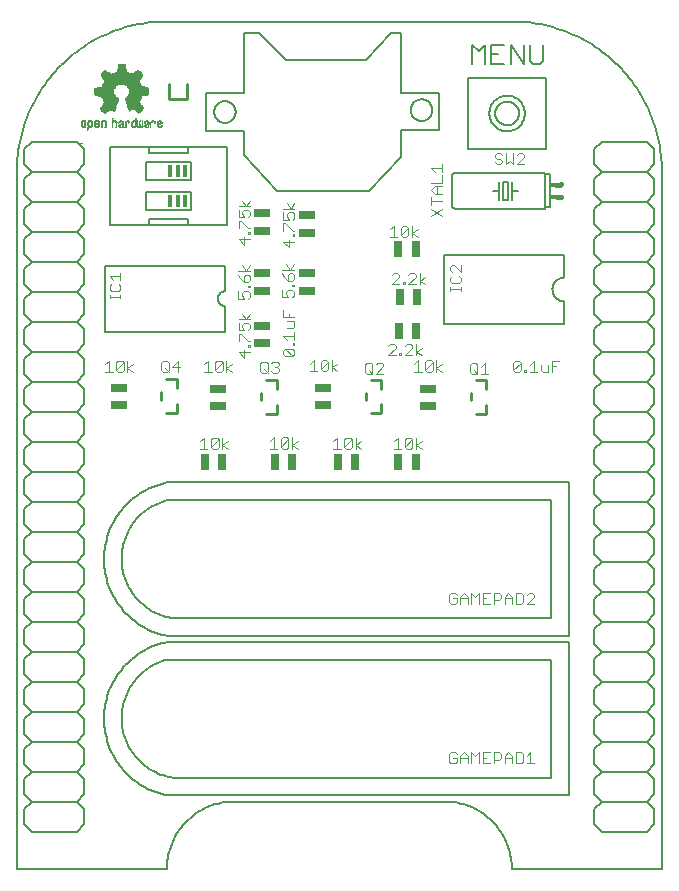
<source format=gto>
G75*
%MOIN*%
%OFA0B0*%
%FSLAX24Y24*%
%IPPOS*%
%LPD*%
%AMOC8*
5,1,8,0,0,1.08239X$1,22.5*
%
%ADD10C,0.0050*%
%ADD11C,0.0060*%
%ADD12C,0.0100*%
%ADD13C,0.0030*%
%ADD14R,0.0551X0.0256*%
%ADD15R,0.0256X0.0551*%
%ADD16C,0.0040*%
%ADD17C,0.0160*%
%ADD18R,0.0230X0.0160*%
%ADD19C,0.0080*%
%ADD20R,0.0150X0.0400*%
%ADD21C,0.0000*%
%ADD22R,0.0012X0.0001*%
%ADD23R,0.0015X0.0001*%
%ADD24R,0.0018X0.0001*%
%ADD25R,0.0021X0.0001*%
%ADD26R,0.0026X0.0002*%
%ADD27R,0.0030X0.0001*%
%ADD28R,0.0036X0.0001*%
%ADD29R,0.0039X0.0001*%
%ADD30R,0.0041X0.0001*%
%ADD31R,0.0042X0.0001*%
%ADD32R,0.0044X0.0001*%
%ADD33R,0.0045X0.0001*%
%ADD34R,0.0045X0.0002*%
%ADD35R,0.0007X0.0001*%
%ADD36R,0.0001X0.0001*%
%ADD37R,0.0006X0.0001*%
%ADD38R,0.0004X0.0001*%
%ADD39R,0.0006X0.0001*%
%ADD40R,0.0002X0.0001*%
%ADD41R,0.0003X0.0001*%
%ADD42R,0.0005X0.0001*%
%ADD43R,0.0049X0.0001*%
%ADD44R,0.0046X0.0001*%
%ADD45R,0.0003X0.0001*%
%ADD46R,0.0048X0.0001*%
%ADD47R,0.0022X0.0002*%
%ADD48R,0.0019X0.0002*%
%ADD49R,0.0025X0.0002*%
%ADD50R,0.0006X0.0002*%
%ADD51R,0.0009X0.0002*%
%ADD52R,0.0055X0.0002*%
%ADD53R,0.0048X0.0002*%
%ADD54R,0.0054X0.0002*%
%ADD55R,0.0056X0.0002*%
%ADD56R,0.0032X0.0001*%
%ADD57R,0.0031X0.0001*%
%ADD58R,0.0010X0.0001*%
%ADD59R,0.0059X0.0001*%
%ADD60R,0.0060X0.0001*%
%ADD61R,0.0051X0.0001*%
%ADD62R,0.0051X0.0001*%
%ADD63R,0.0014X0.0001*%
%ADD64R,0.0038X0.0001*%
%ADD65R,0.0013X0.0001*%
%ADD66R,0.0063X0.0001*%
%ADD67R,0.0016X0.0001*%
%ADD68R,0.0066X0.0001*%
%ADD69R,0.0056X0.0001*%
%ADD70R,0.0063X0.0001*%
%ADD71R,0.0066X0.0001*%
%ADD72R,0.0011X0.0001*%
%ADD73R,0.0012X0.0001*%
%ADD74R,0.0018X0.0001*%
%ADD75R,0.0065X0.0001*%
%ADD76R,0.0019X0.0001*%
%ADD77R,0.0071X0.0001*%
%ADD78R,0.0068X0.0001*%
%ADD79R,0.0062X0.0001*%
%ADD80R,0.0061X0.0001*%
%ADD81R,0.0023X0.0001*%
%ADD82R,0.0079X0.0001*%
%ADD83R,0.0064X0.0001*%
%ADD84R,0.0021X0.0001*%
%ADD85R,0.0076X0.0001*%
%ADD86R,0.0074X0.0001*%
%ADD87R,0.0123X0.0001*%
%ADD88R,0.0072X0.0001*%
%ADD89R,0.0024X0.0001*%
%ADD90R,0.0026X0.0001*%
%ADD91R,0.0025X0.0001*%
%ADD92R,0.0075X0.0001*%
%ADD93R,0.0086X0.0001*%
%ADD94R,0.0027X0.0001*%
%ADD95R,0.0081X0.0001*%
%ADD96R,0.0126X0.0001*%
%ADD97R,0.0029X0.0001*%
%ADD98R,0.0028X0.0001*%
%ADD99R,0.0033X0.0001*%
%ADD100R,0.0090X0.0001*%
%ADD101R,0.0157X0.0001*%
%ADD102R,0.0078X0.0001*%
%ADD103R,0.0091X0.0001*%
%ADD104R,0.0085X0.0001*%
%ADD105R,0.0129X0.0001*%
%ADD106R,0.0033X0.0001*%
%ADD107R,0.0081X0.0001*%
%ADD108R,0.0034X0.0001*%
%ADD109R,0.0094X0.0001*%
%ADD110R,0.0160X0.0001*%
%ADD111R,0.0088X0.0001*%
%ADD112R,0.0131X0.0001*%
%ADD113R,0.0089X0.0001*%
%ADD114R,0.0035X0.0001*%
%ADD115R,0.0083X0.0001*%
%ADD116R,0.0098X0.0001*%
%ADD117R,0.0164X0.0001*%
%ADD118R,0.0092X0.0001*%
%ADD119R,0.0132X0.0001*%
%ADD120R,0.0037X0.0001*%
%ADD121R,0.0084X0.0001*%
%ADD122R,0.0036X0.0001*%
%ADD123R,0.0101X0.0001*%
%ADD124R,0.0166X0.0001*%
%ADD125R,0.0099X0.0001*%
%ADD126R,0.0096X0.0002*%
%ADD127R,0.0134X0.0002*%
%ADD128R,0.0041X0.0002*%
%ADD129R,0.0031X0.0002*%
%ADD130R,0.0030X0.0002*%
%ADD131R,0.0084X0.0002*%
%ADD132R,0.0036X0.0002*%
%ADD133R,0.0033X0.0002*%
%ADD134R,0.0104X0.0002*%
%ADD135R,0.0170X0.0002*%
%ADD136R,0.0102X0.0001*%
%ADD137R,0.0136X0.0001*%
%ADD138R,0.0108X0.0001*%
%ADD139R,0.0173X0.0001*%
%ADD140R,0.0106X0.0001*%
%ADD141R,0.0141X0.0001*%
%ADD142R,0.0087X0.0001*%
%ADD143R,0.0111X0.0001*%
%ADD144R,0.0176X0.0001*%
%ADD145R,0.0109X0.0001*%
%ADD146R,0.0112X0.0001*%
%ADD147R,0.0142X0.0001*%
%ADD148R,0.0114X0.0001*%
%ADD149R,0.0177X0.0001*%
%ADD150R,0.0115X0.0001*%
%ADD151R,0.0144X0.0001*%
%ADD152R,0.0048X0.0001*%
%ADD153R,0.0117X0.0001*%
%ADD154R,0.0179X0.0001*%
%ADD155R,0.0118X0.0001*%
%ADD156R,0.0146X0.0001*%
%ADD157R,0.0120X0.0001*%
%ADD158R,0.0180X0.0001*%
%ADD159R,0.0119X0.0001*%
%ADD160R,0.0122X0.0001*%
%ADD161R,0.0181X0.0001*%
%ADD162R,0.0125X0.0001*%
%ADD163R,0.0147X0.0001*%
%ADD164R,0.0121X0.0001*%
%ADD165R,0.0126X0.0001*%
%ADD166R,0.0149X0.0001*%
%ADD167R,0.0093X0.0001*%
%ADD168R,0.0129X0.0001*%
%ADD169R,0.0184X0.0001*%
%ADD170R,0.0151X0.0001*%
%ADD171R,0.0128X0.0001*%
%ADD172R,0.0093X0.0001*%
%ADD173R,0.0187X0.0001*%
%ADD174R,0.0132X0.0002*%
%ADD175R,0.0153X0.0002*%
%ADD176R,0.0131X0.0002*%
%ADD177R,0.0046X0.0002*%
%ADD178R,0.0048X0.0002*%
%ADD179R,0.0094X0.0002*%
%ADD180R,0.0034X0.0002*%
%ADD181R,0.0189X0.0002*%
%ADD182R,0.0091X0.0002*%
%ADD183R,0.0134X0.0001*%
%ADD184R,0.0154X0.0001*%
%ADD185R,0.0057X0.0001*%
%ADD186R,0.0027X0.0001*%
%ADD187R,0.0190X0.0001*%
%ADD188R,0.0054X0.0001*%
%ADD189R,0.0053X0.0001*%
%ADD190R,0.0054X0.0001*%
%ADD191R,0.0139X0.0001*%
%ADD192R,0.0156X0.0001*%
%ADD193R,0.0052X0.0001*%
%ADD194R,0.0043X0.0001*%
%ADD195R,0.0039X0.0001*%
%ADD196R,0.0040X0.0001*%
%ADD197R,0.0147X0.0001*%
%ADD198R,0.0159X0.0001*%
%ADD199R,0.0145X0.0001*%
%ADD200R,0.0042X0.0001*%
%ADD201R,0.0047X0.0001*%
%ADD202R,0.0150X0.0001*%
%ADD203R,0.0161X0.0001*%
%ADD204R,0.0162X0.0001*%
%ADD205R,0.0153X0.0002*%
%ADD206R,0.0164X0.0002*%
%ADD207R,0.0151X0.0002*%
%ADD208R,0.0042X0.0002*%
%ADD209R,0.0038X0.0002*%
%ADD210R,0.0040X0.0002*%
%ADD211R,0.0069X0.0001*%
%ADD212R,0.0067X0.0001*%
%ADD213R,0.0069X0.0001*%
%ADD214R,0.0054X0.0002*%
%ADD215R,0.0051X0.0002*%
%ADD216R,0.0052X0.0002*%
%ADD217R,0.0035X0.0002*%
%ADD218R,0.0036X0.0002*%
%ADD219R,0.0032X0.0002*%
%ADD220R,0.0037X0.0002*%
%ADD221R,0.0039X0.0002*%
%ADD222R,0.0059X0.0002*%
%ADD223R,0.0042X0.0002*%
%ADD224R,0.0060X0.0002*%
%ADD225R,0.0061X0.0002*%
%ADD226R,0.0012X0.0002*%
%ADD227R,0.0008X0.0001*%
%ADD228R,0.0070X0.0001*%
%ADD229R,0.0072X0.0001*%
%ADD230R,0.0078X0.0001*%
%ADD231R,0.0082X0.0001*%
%ADD232R,0.0024X0.0001*%
%ADD233R,0.0089X0.0002*%
%ADD234R,0.0018X0.0002*%
%ADD235R,0.0079X0.0002*%
%ADD236R,0.0076X0.0002*%
%ADD237R,0.0096X0.0001*%
%ADD238R,0.0097X0.0001*%
%ADD239R,0.0087X0.0001*%
%ADD240R,0.0105X0.0001*%
%ADD241R,0.0108X0.0001*%
%ADD242R,0.0110X0.0001*%
%ADD243R,0.0113X0.0001*%
%ADD244R,0.0116X0.0001*%
%ADD245R,0.0117X0.0001*%
%ADD246R,0.0124X0.0002*%
%ADD247R,0.0114X0.0002*%
%ADD248R,0.0112X0.0002*%
%ADD249R,0.0129X0.0002*%
%ADD250R,0.0127X0.0001*%
%ADD251R,0.0084X0.0001*%
%ADD252R,0.0103X0.0001*%
%ADD253R,0.0096X0.0001*%
%ADD254R,0.0153X0.0001*%
%ADD255R,0.0156X0.0002*%
%ADD256R,0.0080X0.0002*%
%ADD257R,0.0081X0.0002*%
%ADD258R,0.0165X0.0001*%
%ADD259R,0.0055X0.0001*%
%ADD260R,0.0100X0.0001*%
%ADD261R,0.0009X0.0001*%
%ADD262R,0.0022X0.0001*%
%ADD263R,0.0044X0.0002*%
%ADD264R,0.0029X0.0002*%
%ADD265R,0.0057X0.0002*%
%ADD266R,0.0033X0.0002*%
%ADD267R,0.0049X0.0002*%
%ADD268R,0.0039X0.0002*%
%ADD269R,0.0053X0.0002*%
%ADD270R,0.0043X0.0002*%
%ADD271R,0.0058X0.0001*%
%ADD272R,0.0124X0.0001*%
%ADD273R,0.0144X0.0001*%
%ADD274R,0.0152X0.0001*%
%ADD275R,0.0155X0.0001*%
%ADD276R,0.0123X0.0001*%
%ADD277R,0.0153X0.0001*%
%ADD278R,0.0150X0.0002*%
%ADD279R,0.0139X0.0002*%
%ADD280R,0.0119X0.0002*%
%ADD281R,0.0120X0.0002*%
%ADD282R,0.0141X0.0002*%
%ADD283R,0.0118X0.0002*%
%ADD284R,0.0138X0.0001*%
%ADD285R,0.0114X0.0001*%
%ADD286R,0.0133X0.0001*%
%ADD287R,0.0132X0.0001*%
%ADD288R,0.0130X0.0001*%
%ADD289R,0.0104X0.0001*%
%ADD290R,0.0099X0.0001*%
%ADD291R,0.0135X0.0001*%
%ADD292R,0.0095X0.0001*%
%ADD293R,0.0126X0.0002*%
%ADD294R,0.0128X0.0002*%
%ADD295R,0.0082X0.0002*%
%ADD296R,0.0121X0.0002*%
%ADD297R,0.0024X0.0002*%
%ADD298R,0.0024X0.0002*%
%ADD299R,0.0081X0.0002*%
%ADD300R,0.0020X0.0001*%
%ADD301R,0.0017X0.0001*%
%ADD302R,0.0057X0.0001*%
%ADD303R,0.0090X0.0002*%
%ADD304R,0.0006X0.0002*%
%ADD305R,0.0050X0.0001*%
%ADD306R,0.0075X0.0002*%
%ADD307R,0.0158X0.0002*%
%ADD308R,0.0109X0.0002*%
%ADD309R,0.0168X0.0001*%
%ADD310R,0.0171X0.0001*%
%ADD311R,0.0172X0.0001*%
%ADD312R,0.0175X0.0001*%
%ADD313R,0.0186X0.0001*%
%ADD314R,0.0191X0.0001*%
%ADD315R,0.0194X0.0001*%
%ADD316R,0.0196X0.0002*%
%ADD317R,0.0149X0.0002*%
%ADD318R,0.0199X0.0001*%
%ADD319R,0.0204X0.0001*%
%ADD320R,0.0207X0.0001*%
%ADD321R,0.0158X0.0001*%
%ADD322R,0.0211X0.0001*%
%ADD323R,0.0216X0.0001*%
%ADD324R,0.0219X0.0001*%
%ADD325R,0.0169X0.0001*%
%ADD326R,0.0222X0.0001*%
%ADD327R,0.0224X0.0001*%
%ADD328R,0.0228X0.0001*%
%ADD329R,0.0234X0.0002*%
%ADD330R,0.0183X0.0002*%
%ADD331R,0.0239X0.0001*%
%ADD332R,0.0189X0.0001*%
%ADD333R,0.0241X0.0001*%
%ADD334R,0.0192X0.0001*%
%ADD335R,0.0243X0.0001*%
%ADD336R,0.0246X0.0001*%
%ADD337R,0.0196X0.0001*%
%ADD338R,0.0250X0.0001*%
%ADD339R,0.0201X0.0001*%
%ADD340R,0.0254X0.0001*%
%ADD341R,0.0258X0.0001*%
%ADD342R,0.0209X0.0001*%
%ADD343R,0.0263X0.0001*%
%ADD344R,0.0213X0.0001*%
%ADD345R,0.0267X0.0001*%
%ADD346R,0.0270X0.0002*%
%ADD347R,0.0066X0.0002*%
%ADD348R,0.0219X0.0002*%
%ADD349R,0.0271X0.0001*%
%ADD350R,0.0220X0.0001*%
%ADD351R,0.0274X0.0001*%
%ADD352R,0.0223X0.0001*%
%ADD353R,0.0278X0.0001*%
%ADD354R,0.0282X0.0001*%
%ADD355R,0.0231X0.0001*%
%ADD356R,0.0288X0.0001*%
%ADD357R,0.0236X0.0001*%
%ADD358R,0.0289X0.0001*%
%ADD359R,0.0292X0.0001*%
%ADD360R,0.0297X0.0001*%
%ADD361R,0.0300X0.0001*%
%ADD362R,0.0305X0.0002*%
%ADD363R,0.0101X0.0002*%
%ADD364R,0.0078X0.0002*%
%ADD365R,0.0251X0.0002*%
%ADD366R,0.0309X0.0001*%
%ADD367R,0.0255X0.0001*%
%ADD368R,0.0314X0.0001*%
%ADD369R,0.0316X0.0001*%
%ADD370R,0.0262X0.0001*%
%ADD371R,0.0319X0.0001*%
%ADD372R,0.0266X0.0001*%
%ADD373R,0.0321X0.0001*%
%ADD374R,0.0324X0.0001*%
%ADD375R,0.0270X0.0001*%
%ADD376R,0.0329X0.0001*%
%ADD377R,0.0275X0.0001*%
%ADD378R,0.0333X0.0001*%
%ADD379R,0.0279X0.0001*%
%ADD380R,0.0336X0.0001*%
%ADD381R,0.0284X0.0001*%
%ADD382R,0.0339X0.0002*%
%ADD383R,0.0286X0.0002*%
%ADD384R,0.0342X0.0001*%
%ADD385R,0.0491X0.0001*%
%ADD386R,0.0492X0.0001*%
%ADD387R,0.0294X0.0001*%
%ADD388R,0.0495X0.0001*%
%ADD389R,0.0299X0.0001*%
%ADD390R,0.0496X0.0001*%
%ADD391R,0.0301X0.0001*%
%ADD392R,0.0498X0.0001*%
%ADD393R,0.0304X0.0001*%
%ADD394R,0.0501X0.0001*%
%ADD395R,0.0308X0.0001*%
%ADD396R,0.0311X0.0001*%
%ADD397R,0.0504X0.0001*%
%ADD398R,0.0504X0.0002*%
%ADD399R,0.0318X0.0002*%
%ADD400R,0.0507X0.0001*%
%ADD401R,0.0323X0.0001*%
%ADD402R,0.0326X0.0001*%
%ADD403R,0.0508X0.0001*%
%ADD404R,0.0330X0.0001*%
%ADD405R,0.0510X0.0001*%
%ADD406R,0.0494X0.0001*%
%ADD407R,0.0512X0.0001*%
%ADD408R,0.0500X0.0001*%
%ADD409R,0.0513X0.0001*%
%ADD410R,0.0501X0.0001*%
%ADD411R,0.0513X0.0002*%
%ADD412R,0.0501X0.0002*%
%ADD413R,0.0503X0.0001*%
%ADD414R,0.0504X0.0001*%
%ADD415R,0.0506X0.0001*%
%ADD416R,0.0513X0.0001*%
%ADD417R,0.0509X0.0001*%
%ADD418R,0.0511X0.0001*%
%ADD419R,0.0514X0.0001*%
%ADD420R,0.0516X0.0001*%
%ADD421R,0.0513X0.0002*%
%ADD422R,0.0519X0.0002*%
%ADD423R,0.0519X0.0001*%
%ADD424R,0.0520X0.0001*%
%ADD425R,0.0522X0.0001*%
%ADD426R,0.0507X0.0001*%
%ADD427R,0.0509X0.0002*%
%ADD428R,0.0520X0.0002*%
%ADD429R,0.0522X0.0001*%
%ADD430R,0.0505X0.0001*%
%ADD431R,0.0502X0.0001*%
%ADD432R,0.0521X0.0001*%
%ADD433R,0.0503X0.0002*%
%ADD434R,0.0519X0.0002*%
%ADD435R,0.0519X0.0001*%
%ADD436R,0.0499X0.0001*%
%ADD437R,0.0517X0.0001*%
%ADD438R,0.0495X0.0002*%
%ADD439R,0.0514X0.0002*%
%ADD440R,0.0515X0.0001*%
%ADD441R,0.0492X0.0001*%
%ADD442R,0.0490X0.0001*%
%ADD443R,0.0490X0.0002*%
%ADD444R,0.0511X0.0002*%
%ADD445R,0.0489X0.0001*%
%ADD446R,0.0489X0.0001*%
%ADD447R,0.0488X0.0001*%
%ADD448R,0.0485X0.0001*%
%ADD449R,0.0483X0.0001*%
%ADD450R,0.0483X0.0002*%
%ADD451R,0.0507X0.0002*%
%ADD452R,0.0483X0.0001*%
%ADD453R,0.0481X0.0001*%
%ADD454R,0.0480X0.0001*%
%ADD455R,0.0480X0.0002*%
%ADD456R,0.0501X0.0002*%
%ADD457R,0.0479X0.0001*%
%ADD458R,0.0477X0.0001*%
%ADD459R,0.0477X0.0001*%
%ADD460R,0.0475X0.0001*%
%ADD461R,0.0474X0.0001*%
%ADD462R,0.0472X0.0001*%
%ADD463R,0.0472X0.0002*%
%ADD464R,0.0498X0.0002*%
%ADD465R,0.0471X0.0001*%
%ADD466R,0.0473X0.0001*%
%ADD467R,0.0471X0.0001*%
%ADD468R,0.0470X0.0001*%
%ADD469R,0.0468X0.0001*%
%ADD470R,0.0469X0.0001*%
%ADD471R,0.0468X0.0002*%
%ADD472R,0.0491X0.0002*%
%ADD473R,0.0466X0.0001*%
%ADD474R,0.0465X0.0001*%
%ADD475R,0.0464X0.0001*%
%ADD476R,0.0462X0.0001*%
%ADD477R,0.0462X0.0002*%
%ADD478R,0.0489X0.0002*%
%ADD479R,0.0461X0.0001*%
%ADD480R,0.0460X0.0001*%
%ADD481R,0.0459X0.0001*%
%ADD482R,0.0484X0.0001*%
%ADD483R,0.0457X0.0001*%
%ADD484R,0.0459X0.0001*%
%ADD485R,0.0458X0.0002*%
%ADD486R,0.0484X0.0002*%
%ADD487R,0.0456X0.0001*%
%ADD488R,0.0455X0.0001*%
%ADD489R,0.0453X0.0001*%
%ADD490R,0.0451X0.0001*%
%ADD491R,0.0453X0.0001*%
%ADD492R,0.0450X0.0001*%
%ADD493R,0.0451X0.0002*%
%ADD494R,0.0478X0.0001*%
%ADD495R,0.0449X0.0001*%
%ADD496R,0.0476X0.0001*%
%ADD497R,0.0447X0.0001*%
%ADD498R,0.0474X0.0001*%
%ADD499R,0.0449X0.0002*%
%ADD500R,0.0476X0.0002*%
%ADD501R,0.0454X0.0001*%
%ADD502R,0.0469X0.0002*%
%ADD503R,0.0468X0.0001*%
%ADD504R,0.0467X0.0001*%
%ADD505R,0.0473X0.0002*%
%ADD506R,0.0468X0.0002*%
%ADD507R,0.0486X0.0002*%
%ADD508R,0.0474X0.0002*%
%ADD509R,0.0487X0.0001*%
%ADD510R,0.0497X0.0001*%
%ADD511R,0.0486X0.0001*%
%ADD512R,0.0500X0.0002*%
%ADD513R,0.0487X0.0002*%
%ADD514R,0.0498X0.0001*%
%ADD515R,0.0524X0.0002*%
%ADD516R,0.0524X0.0001*%
%ADD517R,0.0525X0.0001*%
%ADD518R,0.0528X0.0001*%
%ADD519R,0.0529X0.0001*%
%ADD520R,0.0533X0.0001*%
%ADD521R,0.0534X0.0001*%
%ADD522R,0.0523X0.0001*%
%ADD523R,0.0536X0.0001*%
%ADD524R,0.0537X0.0002*%
%ADD525R,0.0527X0.0002*%
%ADD526R,0.0537X0.0001*%
%ADD527R,0.0528X0.0001*%
%ADD528R,0.0539X0.0001*%
%ADD529R,0.0530X0.0001*%
%ADD530R,0.0540X0.0001*%
%ADD531R,0.0541X0.0001*%
%ADD532R,0.0531X0.0001*%
%ADD533R,0.0543X0.0001*%
%ADD534R,0.0544X0.0001*%
%ADD535R,0.0546X0.0002*%
%ADD536R,0.0536X0.0002*%
%ADD537R,0.0547X0.0001*%
%ADD538R,0.0551X0.0001*%
%ADD539R,0.0552X0.0001*%
%ADD540R,0.0554X0.0001*%
%ADD541R,0.0555X0.0001*%
%ADD542R,0.0555X0.0002*%
%ADD543R,0.0547X0.0002*%
%ADD544R,0.0549X0.0001*%
%ADD545R,0.0548X0.0001*%
%ADD546R,0.0538X0.0001*%
%ADD547R,0.0537X0.0001*%
%ADD548R,0.0533X0.0002*%
%ADD549R,0.0531X0.0001*%
%ADD550R,0.0526X0.0001*%
%ADD551R,0.0518X0.0001*%
%ADD552R,0.0498X0.0002*%
%ADD553R,0.0496X0.0002*%
%ADD554R,0.0486X0.0001*%
%ADD555R,0.0485X0.0002*%
%ADD556R,0.0482X0.0001*%
%ADD557R,0.0477X0.0002*%
%ADD558R,0.0530X0.0002*%
%ADD559R,0.0464X0.0002*%
%ADD560R,0.0561X0.0001*%
%ADD561R,0.0570X0.0001*%
%ADD562R,0.0576X0.0001*%
%ADD563R,0.0581X0.0001*%
%ADD564R,0.0585X0.0001*%
%ADD565R,0.0589X0.0001*%
%ADD566R,0.0600X0.0002*%
%ADD567R,0.0614X0.0001*%
%ADD568R,0.0623X0.0001*%
%ADD569R,0.0630X0.0001*%
%ADD570R,0.0633X0.0001*%
%ADD571R,0.0638X0.0001*%
%ADD572R,0.0645X0.0001*%
%ADD573R,0.0657X0.0001*%
%ADD574R,0.0556X0.0001*%
%ADD575R,0.0669X0.0001*%
%ADD576R,0.0674X0.0001*%
%ADD577R,0.0579X0.0001*%
%ADD578R,0.0676X0.0002*%
%ADD579R,0.0585X0.0002*%
%ADD580R,0.0678X0.0001*%
%ADD581R,0.0590X0.0001*%
%ADD582R,0.0679X0.0001*%
%ADD583R,0.0596X0.0001*%
%ADD584R,0.0681X0.0001*%
%ADD585R,0.0606X0.0001*%
%ADD586R,0.0620X0.0001*%
%ADD587R,0.0682X0.0001*%
%ADD588R,0.0633X0.0001*%
%ADD589R,0.0684X0.0001*%
%ADD590R,0.0639X0.0001*%
%ADD591R,0.0649X0.0001*%
%ADD592R,0.0684X0.0001*%
%ADD593R,0.0655X0.0001*%
%ADD594R,0.0683X0.0002*%
%ADD595R,0.0664X0.0002*%
%ADD596R,0.0683X0.0001*%
%ADD597R,0.0670X0.0001*%
%ADD598R,0.0671X0.0001*%
%ADD599R,0.0681X0.0001*%
%ADD600R,0.0672X0.0001*%
%ADD601R,0.0680X0.0001*%
%ADD602R,0.0675X0.0001*%
%ADD603R,0.0676X0.0001*%
%ADD604R,0.0680X0.0002*%
%ADD605R,0.0678X0.0002*%
%ADD606R,0.0678X0.0001*%
%ADD607R,0.0675X0.0002*%
%ADD608R,0.0672X0.0002*%
%ADD609R,0.0672X0.0001*%
%ADD610R,0.0671X0.0002*%
%ADD611R,0.0670X0.0002*%
%ADD612R,0.0669X0.0001*%
%ADD613R,0.0667X0.0001*%
%ADD614R,0.0669X0.0002*%
%ADD615R,0.0667X0.0002*%
%ADD616R,0.0668X0.0001*%
%ADD617R,0.0666X0.0001*%
%ADD618R,0.0668X0.0002*%
%ADD619R,0.0666X0.0002*%
%ADD620R,0.0666X0.0001*%
%ADD621R,0.0664X0.0001*%
%ADD622R,0.0663X0.0001*%
%ADD623R,0.0666X0.0002*%
%ADD624R,0.0663X0.0002*%
%ADD625R,0.0665X0.0001*%
%ADD626R,0.0674X0.0002*%
%ADD627R,0.0677X0.0001*%
%ADD628R,0.0678X0.0002*%
%ADD629R,0.0682X0.0002*%
%ADD630R,0.0686X0.0001*%
%ADD631R,0.0686X0.0002*%
%ADD632R,0.0687X0.0001*%
%ADD633R,0.0689X0.0001*%
%ADD634R,0.0653X0.0001*%
%ADD635R,0.0641X0.0001*%
%ADD636R,0.0626X0.0001*%
%ADD637R,0.0616X0.0001*%
%ADD638R,0.0687X0.0001*%
%ADD639R,0.0612X0.0001*%
%ADD640R,0.0688X0.0001*%
%ADD641R,0.0606X0.0001*%
%ADD642R,0.0601X0.0001*%
%ADD643R,0.0591X0.0002*%
%ADD644R,0.0567X0.0001*%
%ADD645R,0.0560X0.0001*%
%ADD646R,0.0659X0.0001*%
%ADD647R,0.0516X0.0001*%
%ADD648R,0.0639X0.0001*%
%ADD649R,0.0502X0.0002*%
%ADD650R,0.0633X0.0002*%
%ADD651R,0.0608X0.0001*%
%ADD652R,0.0582X0.0001*%
%ADD653R,0.0577X0.0001*%
%ADD654R,0.0569X0.0002*%
%ADD655R,0.0546X0.0001*%
%ADD656R,0.0486X0.0002*%
%ADD657R,0.0493X0.0001*%
%ADD658R,0.0516X0.0002*%
%ADD659R,0.0532X0.0001*%
%ADD660R,0.0534X0.0002*%
%ADD661R,0.0535X0.0002*%
%ADD662R,0.0543X0.0001*%
%ADD663R,0.0553X0.0001*%
%ADD664R,0.0559X0.0001*%
%ADD665R,0.0564X0.0001*%
%ADD666R,0.0564X0.0001*%
%ADD667R,0.0567X0.0001*%
%ADD668R,0.0569X0.0001*%
%ADD669R,0.0570X0.0002*%
%ADD670R,0.0571X0.0002*%
%ADD671R,0.0571X0.0001*%
%ADD672R,0.0573X0.0001*%
%ADD673R,0.0574X0.0001*%
%ADD674R,0.0576X0.0001*%
%ADD675R,0.0600X0.0001*%
%ADD676R,0.0611X0.0001*%
%ADD677R,0.0618X0.0001*%
%ADD678R,0.0621X0.0001*%
%ADD679R,0.1269X0.0001*%
%ADD680R,0.1267X0.0001*%
%ADD681R,0.1266X0.0001*%
%ADD682R,0.1266X0.0002*%
%ADD683R,0.1264X0.0001*%
%ADD684R,0.1261X0.0001*%
%ADD685R,0.1260X0.0001*%
%ADD686R,0.1259X0.0001*%
%ADD687R,0.1256X0.0001*%
%ADD688R,0.1254X0.0001*%
%ADD689R,0.1253X0.0001*%
%ADD690R,0.1251X0.0001*%
%ADD691R,0.1251X0.0002*%
%ADD692R,0.1248X0.0001*%
%ADD693R,0.1245X0.0001*%
%ADD694R,0.1244X0.0001*%
%ADD695R,0.1242X0.0001*%
%ADD696R,0.1239X0.0001*%
%ADD697R,0.1237X0.0001*%
%ADD698R,0.1236X0.0002*%
%ADD699R,0.1233X0.0001*%
%ADD700R,0.1230X0.0001*%
%ADD701R,0.1229X0.0001*%
%ADD702R,0.1227X0.0001*%
%ADD703R,0.1226X0.0001*%
%ADD704R,0.1224X0.0001*%
%ADD705R,0.1223X0.0002*%
%ADD706R,0.1219X0.0001*%
%ADD707R,0.1216X0.0001*%
%ADD708R,0.1215X0.0001*%
%ADD709R,0.1214X0.0001*%
%ADD710R,0.1212X0.0001*%
%ADD711R,0.1209X0.0001*%
%ADD712R,0.1207X0.0002*%
%ADD713R,0.1206X0.0001*%
%ADD714R,0.1204X0.0001*%
%ADD715R,0.1201X0.0001*%
%ADD716R,0.1200X0.0001*%
%ADD717R,0.1199X0.0001*%
%ADD718R,0.1196X0.0001*%
%ADD719R,0.1194X0.0001*%
%ADD720R,0.1193X0.0001*%
%ADD721R,0.1191X0.0001*%
%ADD722R,0.1191X0.0002*%
%ADD723R,0.1188X0.0001*%
%ADD724R,0.1185X0.0001*%
%ADD725R,0.1184X0.0001*%
%ADD726R,0.1181X0.0001*%
%ADD727R,0.1177X0.0001*%
%ADD728R,0.1176X0.0001*%
%ADD729R,0.1174X0.0001*%
%ADD730R,0.1173X0.0001*%
%ADD731R,0.1170X0.0002*%
%ADD732R,0.1170X0.0001*%
%ADD733R,0.1169X0.0001*%
%ADD734R,0.1166X0.0001*%
%ADD735R,0.1164X0.0001*%
%ADD736R,0.1163X0.0001*%
%ADD737R,0.1163X0.0002*%
%ADD738R,0.1167X0.0001*%
%ADD739R,0.1171X0.0001*%
%ADD740R,0.1179X0.0001*%
%ADD741R,0.1182X0.0001*%
%ADD742R,0.1182X0.0002*%
%ADD743R,0.1188X0.0001*%
%ADD744R,0.1190X0.0001*%
%ADD745R,0.1197X0.0001*%
%ADD746R,0.1204X0.0002*%
%ADD747R,0.1207X0.0001*%
%ADD748R,0.1210X0.0001*%
%ADD749R,0.1213X0.0001*%
%ADD750R,0.1217X0.0001*%
%ADD751R,0.1218X0.0001*%
%ADD752R,0.1220X0.0001*%
%ADD753R,0.1221X0.0001*%
%ADD754R,0.1223X0.0001*%
%ADD755R,0.1226X0.0002*%
%ADD756R,0.1236X0.0001*%
%ADD757R,0.1239X0.0001*%
%ADD758R,0.1240X0.0001*%
%ADD759R,0.1243X0.0001*%
%ADD760R,0.1248X0.0002*%
%ADD761R,0.1248X0.0001*%
%ADD762R,0.1251X0.0001*%
%ADD763R,0.1257X0.0001*%
%ADD764R,0.1263X0.0001*%
%ADD765R,0.1267X0.0002*%
%ADD766R,0.1270X0.0001*%
%ADD767R,0.1274X0.0001*%
%ADD768R,0.1275X0.0001*%
%ADD769R,0.1278X0.0001*%
%ADD770R,0.1280X0.0001*%
%ADD771R,0.1281X0.0001*%
%ADD772R,0.1284X0.0001*%
%ADD773R,0.1286X0.0001*%
%ADD774R,0.1289X0.0001*%
%ADD775R,0.1290X0.0002*%
%ADD776R,0.1291X0.0001*%
%ADD777R,0.1294X0.0001*%
%ADD778R,0.1296X0.0001*%
%ADD779R,0.1299X0.0001*%
%ADD780R,0.1300X0.0001*%
%ADD781R,0.1302X0.0001*%
%ADD782R,0.1304X0.0001*%
%ADD783R,0.1306X0.0001*%
%ADD784R,0.1308X0.0001*%
%ADD785R,0.1311X0.0002*%
%ADD786R,0.1313X0.0001*%
%ADD787R,0.1316X0.0001*%
%ADD788R,0.1317X0.0001*%
%ADD789R,0.1320X0.0001*%
%ADD790R,0.1323X0.0001*%
%ADD791R,0.1326X0.0001*%
%ADD792R,0.1329X0.0001*%
%ADD793R,0.1332X0.0002*%
%ADD794R,0.1335X0.0001*%
%ADD795R,0.1336X0.0001*%
%ADD796R,0.1340X0.0001*%
%ADD797R,0.1343X0.0001*%
%ADD798R,0.1346X0.0001*%
%ADD799R,0.1347X0.0001*%
%ADD800R,0.1350X0.0001*%
%ADD801R,0.1353X0.0002*%
%ADD802R,0.1356X0.0001*%
%ADD803R,0.1357X0.0001*%
%ADD804R,0.1360X0.0001*%
%ADD805R,0.1364X0.0001*%
%ADD806R,0.1365X0.0001*%
%ADD807R,0.1368X0.0001*%
%ADD808R,0.1369X0.0001*%
%ADD809R,0.1373X0.0001*%
%ADD810R,0.1374X0.0002*%
%ADD811R,0.1377X0.0001*%
%ADD812R,0.1379X0.0001*%
%ADD813R,0.1380X0.0001*%
%ADD814R,0.1383X0.0001*%
%ADD815R,0.1386X0.0001*%
%ADD816R,0.1387X0.0001*%
%ADD817R,0.1391X0.0001*%
%ADD818R,0.1394X0.0001*%
%ADD819R,0.1395X0.0002*%
%ADD820R,0.1398X0.0001*%
%ADD821R,0.1401X0.0001*%
%ADD822R,0.1403X0.0001*%
%ADD823R,0.1406X0.0001*%
%ADD824R,0.1407X0.0001*%
%ADD825R,0.1409X0.0001*%
%ADD826R,0.1411X0.0001*%
%ADD827R,0.1414X0.0001*%
%ADD828R,0.1416X0.0002*%
%ADD829R,0.1419X0.0001*%
%ADD830R,0.1421X0.0001*%
%ADD831R,0.1422X0.0001*%
%ADD832R,0.1424X0.0001*%
%ADD833R,0.1426X0.0001*%
%ADD834R,0.1428X0.0001*%
%ADD835R,0.1429X0.0002*%
%ADD836R,0.1429X0.0001*%
%ADD837R,0.1425X0.0001*%
%ADD838R,0.1421X0.0002*%
%ADD839R,0.1418X0.0001*%
%ADD840R,0.1416X0.0001*%
%ADD841R,0.1413X0.0001*%
%ADD842R,0.1410X0.0001*%
%ADD843R,0.1404X0.0001*%
%ADD844R,0.1401X0.0001*%
%ADD845R,0.0346X0.0001*%
%ADD846R,0.1044X0.0001*%
%ADD847R,0.0342X0.0002*%
%ADD848R,0.1040X0.0002*%
%ADD849R,0.0337X0.0001*%
%ADD850R,0.1034X0.0001*%
%ADD851R,0.0357X0.0001*%
%ADD852R,0.0660X0.0001*%
%ADD853R,0.0353X0.0001*%
%ADD854R,0.0327X0.0001*%
%ADD855R,0.0349X0.0001*%
%ADD856R,0.0321X0.0001*%
%ADD857R,0.0648X0.0001*%
%ADD858R,0.0344X0.0001*%
%ADD859R,0.0317X0.0001*%
%ADD860R,0.0339X0.0001*%
%ADD861R,0.0312X0.0001*%
%ADD862R,0.0631X0.0001*%
%ADD863R,0.0334X0.0001*%
%ADD864R,0.0309X0.0001*%
%ADD865R,0.0307X0.0002*%
%ADD866R,0.0623X0.0002*%
%ADD867R,0.0327X0.0002*%
%ADD868R,0.0618X0.0001*%
%ADD869R,0.0297X0.0001*%
%ADD870R,0.0607X0.0001*%
%ADD871R,0.0320X0.0001*%
%ADD872R,0.0293X0.0001*%
%ADD873R,0.0599X0.0001*%
%ADD874R,0.0313X0.0001*%
%ADD875R,0.0285X0.0001*%
%ADD876R,0.0584X0.0001*%
%ADD877R,0.0303X0.0001*%
%ADD878R,0.0281X0.0001*%
%ADD879R,0.0273X0.0002*%
%ADD880R,0.0563X0.0002*%
%ADD881R,0.0293X0.0002*%
%ADD882R,0.0264X0.0001*%
%ADD883R,0.0259X0.0001*%
%ADD884R,0.0256X0.0001*%
%ADD885R,0.0276X0.0001*%
%ADD886R,0.0252X0.0001*%
%ADD887R,0.0273X0.0001*%
%ADD888R,0.0248X0.0001*%
%ADD889R,0.0269X0.0001*%
%ADD890R,0.0245X0.0001*%
%ADD891R,0.0240X0.0001*%
%ADD892R,0.0237X0.0002*%
%ADD893R,0.0256X0.0002*%
%ADD894R,0.0234X0.0001*%
%ADD895R,0.0232X0.0001*%
%ADD896R,0.0251X0.0001*%
%ADD897R,0.0228X0.0001*%
%ADD898R,0.0246X0.0001*%
%ADD899R,0.0456X0.0001*%
%ADD900R,0.0219X0.0001*%
%ADD901R,0.0444X0.0001*%
%ADD902R,0.0237X0.0001*%
%ADD903R,0.0214X0.0001*%
%ADD904R,0.0436X0.0001*%
%ADD905R,0.0432X0.0001*%
%ADD906R,0.0231X0.0001*%
%ADD907R,0.0210X0.0001*%
%ADD908R,0.0426X0.0001*%
%ADD909R,0.0420X0.0001*%
%ADD910R,0.0226X0.0001*%
%ADD911R,0.0204X0.0002*%
%ADD912R,0.0409X0.0002*%
%ADD913R,0.0222X0.0002*%
%ADD914R,0.0391X0.0001*%
%ADD915R,0.0217X0.0001*%
%ADD916R,0.0376X0.0001*%
%ADD917R,0.0368X0.0001*%
%ADD918R,0.0189X0.0001*%
%ADD919R,0.0361X0.0001*%
%ADD920R,0.0206X0.0001*%
%ADD921R,0.0186X0.0001*%
%ADD922R,0.0356X0.0001*%
%ADD923R,0.0345X0.0001*%
%ADD924R,0.0331X0.0001*%
%ADD925R,0.0168X0.0001*%
%ADD926R,0.0165X0.0002*%
%ADD927R,0.0162X0.0001*%
%ADD928R,0.0324X0.0001*%
%ADD929R,0.0174X0.0001*%
%ADD930R,0.0167X0.0001*%
%ADD931R,0.0163X0.0001*%
%ADD932R,0.0141X0.0001*%
%ADD933R,0.0140X0.0001*%
%ADD934R,0.0137X0.0001*%
%ADD935R,0.0129X0.0002*%
%ADD936R,0.0321X0.0002*%
%ADD937R,0.0146X0.0002*%
%ADD938R,0.0111X0.0001*%
%ADD939R,0.0318X0.0001*%
%ADD940R,0.0315X0.0001*%
%ADD941R,0.0315X0.0002*%
%ADD942R,0.0105X0.0002*%
%ADD943R,0.0311X0.0002*%
%ADD944R,0.0066X0.0002*%
%ADD945R,0.0307X0.0001*%
%ADD946R,0.0306X0.0001*%
%ADD947R,0.0300X0.0002*%
%ADD948R,0.0296X0.0001*%
%ADD949R,0.0294X0.0002*%
%ADD950R,0.0294X0.0001*%
%ADD951R,0.0291X0.0001*%
%ADD952R,0.0291X0.0002*%
%ADD953R,0.0286X0.0001*%
%ADD954R,0.0281X0.0002*%
%ADD955R,0.0277X0.0001*%
%ADD956R,0.0276X0.0001*%
%ADD957R,0.0266X0.0002*%
%ADD958R,0.0264X0.0001*%
%ADD959R,0.0261X0.0001*%
%ADD960R,0.0259X0.0002*%
%ADD961R,0.0254X0.0002*%
%ADD962R,0.0248X0.0002*%
%ADD963R,0.0218X0.0002*%
D10*
X001450Y006250D02*
X006450Y006250D01*
X006469Y008701D02*
X019855Y008701D01*
X019855Y013819D01*
X006469Y013819D01*
X006469Y014016D02*
X019855Y014016D01*
X019855Y019134D01*
X006469Y019134D01*
X006469Y018543D02*
X019265Y018543D01*
X019265Y014606D01*
X006666Y014606D01*
X006469Y013228D02*
X019265Y013228D01*
X019265Y009291D01*
X006666Y009291D01*
X006469Y008701D02*
X006370Y008722D01*
X006271Y008747D01*
X006174Y008776D01*
X006078Y008808D01*
X005984Y008844D01*
X005890Y008884D01*
X005799Y008928D01*
X005709Y008974D01*
X005621Y009025D01*
X005535Y009079D01*
X005451Y009136D01*
X005370Y009196D01*
X005291Y009260D01*
X005214Y009326D01*
X005140Y009395D01*
X005069Y009468D01*
X005001Y009542D01*
X004936Y009620D01*
X004874Y009700D01*
X004814Y009782D01*
X004759Y009867D01*
X004706Y009954D01*
X004657Y010042D01*
X004611Y010133D01*
X004569Y010225D01*
X004531Y010319D01*
X004496Y010414D01*
X004465Y010511D01*
X004438Y010608D01*
X004414Y010707D01*
X004395Y010806D01*
X004379Y010906D01*
X004367Y011007D01*
X004359Y011108D01*
X004355Y011209D01*
X004355Y011311D01*
X004359Y011412D01*
X004367Y011513D01*
X004379Y011614D01*
X004395Y011714D01*
X004414Y011813D01*
X004438Y011912D01*
X004465Y012009D01*
X004496Y012106D01*
X004531Y012201D01*
X004569Y012295D01*
X004611Y012387D01*
X004657Y012478D01*
X004706Y012566D01*
X004759Y012653D01*
X004814Y012738D01*
X004874Y012820D01*
X004936Y012900D01*
X005001Y012978D01*
X005069Y013052D01*
X005140Y013125D01*
X005214Y013194D01*
X005291Y013260D01*
X005370Y013324D01*
X005451Y013384D01*
X005535Y013441D01*
X005621Y013495D01*
X005709Y013546D01*
X005799Y013592D01*
X005890Y013636D01*
X005984Y013676D01*
X006078Y013712D01*
X006174Y013744D01*
X006271Y013773D01*
X006370Y013798D01*
X006469Y013819D01*
X006469Y014016D02*
X006370Y014037D01*
X006271Y014062D01*
X006174Y014091D01*
X006078Y014123D01*
X005984Y014159D01*
X005890Y014199D01*
X005799Y014243D01*
X005709Y014289D01*
X005621Y014340D01*
X005535Y014394D01*
X005451Y014451D01*
X005370Y014511D01*
X005291Y014575D01*
X005214Y014641D01*
X005140Y014710D01*
X005069Y014783D01*
X005001Y014857D01*
X004936Y014935D01*
X004874Y015015D01*
X004814Y015097D01*
X004759Y015182D01*
X004706Y015269D01*
X004657Y015357D01*
X004611Y015448D01*
X004569Y015540D01*
X004531Y015634D01*
X004496Y015729D01*
X004465Y015826D01*
X004438Y015923D01*
X004414Y016022D01*
X004395Y016121D01*
X004379Y016221D01*
X004367Y016322D01*
X004359Y016423D01*
X004355Y016524D01*
X004355Y016626D01*
X004359Y016727D01*
X004367Y016828D01*
X004379Y016929D01*
X004395Y017029D01*
X004414Y017128D01*
X004438Y017227D01*
X004465Y017324D01*
X004496Y017421D01*
X004531Y017516D01*
X004569Y017610D01*
X004611Y017702D01*
X004657Y017793D01*
X004706Y017881D01*
X004759Y017968D01*
X004814Y018053D01*
X004874Y018135D01*
X004936Y018215D01*
X005001Y018293D01*
X005069Y018367D01*
X005140Y018440D01*
X005214Y018509D01*
X005291Y018575D01*
X005370Y018639D01*
X005451Y018699D01*
X005535Y018756D01*
X005621Y018810D01*
X005709Y018861D01*
X005799Y018907D01*
X005890Y018951D01*
X005984Y018991D01*
X006078Y019027D01*
X006174Y019059D01*
X006271Y019088D01*
X006370Y019113D01*
X006469Y019134D01*
X006469Y018544D02*
X006384Y018521D01*
X006300Y018495D01*
X006218Y018465D01*
X006136Y018431D01*
X006056Y018394D01*
X005978Y018353D01*
X005902Y018309D01*
X005828Y018262D01*
X005755Y018211D01*
X005686Y018158D01*
X005618Y018101D01*
X005553Y018042D01*
X005491Y017979D01*
X005432Y017914D01*
X005375Y017847D01*
X005322Y017777D01*
X005271Y017704D01*
X005224Y017630D01*
X005180Y017554D01*
X005140Y017475D01*
X005103Y017396D01*
X005070Y017314D01*
X005040Y017231D01*
X005014Y017147D01*
X004991Y017062D01*
X004973Y016976D01*
X004958Y016889D01*
X004947Y016802D01*
X004940Y016714D01*
X004936Y016626D01*
X004937Y016538D01*
X004941Y016450D01*
X004949Y016362D01*
X004962Y016275D01*
X004977Y016188D01*
X004997Y016103D01*
X005021Y016018D01*
X005048Y015934D01*
X005079Y015851D01*
X005113Y015770D01*
X005151Y015691D01*
X005192Y015613D01*
X005237Y015537D01*
X005285Y015463D01*
X005336Y015392D01*
X005391Y015322D01*
X005448Y015256D01*
X005508Y015191D01*
X005571Y015130D01*
X005637Y015071D01*
X005705Y015015D01*
X005775Y014962D01*
X005848Y014913D01*
X005923Y014866D01*
X006000Y014823D01*
X006078Y014784D01*
X006158Y014747D01*
X006240Y014715D01*
X006323Y014686D01*
X006408Y014660D01*
X006493Y014639D01*
X006579Y014621D01*
X006666Y014607D01*
X006469Y013229D02*
X006384Y013206D01*
X006300Y013180D01*
X006218Y013150D01*
X006136Y013116D01*
X006056Y013079D01*
X005978Y013038D01*
X005902Y012994D01*
X005828Y012947D01*
X005755Y012896D01*
X005686Y012843D01*
X005618Y012786D01*
X005553Y012727D01*
X005491Y012664D01*
X005432Y012599D01*
X005375Y012532D01*
X005322Y012462D01*
X005271Y012389D01*
X005224Y012315D01*
X005180Y012239D01*
X005140Y012160D01*
X005103Y012081D01*
X005070Y011999D01*
X005040Y011916D01*
X005014Y011832D01*
X004991Y011747D01*
X004973Y011661D01*
X004958Y011574D01*
X004947Y011487D01*
X004940Y011399D01*
X004936Y011311D01*
X004937Y011223D01*
X004941Y011135D01*
X004949Y011047D01*
X004962Y010960D01*
X004977Y010873D01*
X004997Y010788D01*
X005021Y010703D01*
X005048Y010619D01*
X005079Y010536D01*
X005113Y010455D01*
X005151Y010376D01*
X005192Y010298D01*
X005237Y010222D01*
X005285Y010148D01*
X005336Y010077D01*
X005391Y010007D01*
X005448Y009941D01*
X005508Y009876D01*
X005571Y009815D01*
X005637Y009756D01*
X005705Y009700D01*
X005775Y009647D01*
X005848Y009598D01*
X005923Y009551D01*
X006000Y009508D01*
X006078Y009469D01*
X006158Y009432D01*
X006240Y009400D01*
X006323Y009371D01*
X006408Y009345D01*
X006493Y009324D01*
X006579Y009306D01*
X006666Y009292D01*
X008700Y008500D02*
X015700Y008500D01*
X015793Y008498D01*
X015886Y008492D01*
X015978Y008483D01*
X016070Y008469D01*
X016162Y008452D01*
X016252Y008431D01*
X016342Y008406D01*
X016431Y008378D01*
X016518Y008346D01*
X016604Y008310D01*
X016688Y008271D01*
X016771Y008229D01*
X016852Y008183D01*
X016931Y008134D01*
X017007Y008081D01*
X017082Y008026D01*
X017154Y007967D01*
X017224Y007905D01*
X017291Y007841D01*
X017355Y007774D01*
X017417Y007704D01*
X017476Y007632D01*
X017531Y007557D01*
X017584Y007481D01*
X017633Y007402D01*
X017679Y007321D01*
X017721Y007238D01*
X017760Y007154D01*
X017796Y007068D01*
X017828Y006981D01*
X017856Y006892D01*
X017881Y006802D01*
X017902Y006712D01*
X017919Y006620D01*
X017933Y006528D01*
X017942Y006436D01*
X017948Y006343D01*
X017950Y006250D01*
X022950Y006250D01*
X022950Y029500D01*
X019087Y030256D02*
X016489Y030256D01*
X016489Y032618D01*
X019087Y032618D01*
X019087Y030256D01*
X022950Y029500D02*
X022948Y029640D01*
X022942Y029780D01*
X022932Y029920D01*
X022919Y030060D01*
X022901Y030199D01*
X022879Y030338D01*
X022854Y030475D01*
X022825Y030613D01*
X022792Y030749D01*
X022755Y030884D01*
X022714Y031018D01*
X022669Y031151D01*
X022621Y031283D01*
X022569Y031413D01*
X022514Y031542D01*
X022455Y031669D01*
X022392Y031795D01*
X022326Y031919D01*
X022257Y032040D01*
X022184Y032160D01*
X022107Y032278D01*
X022028Y032393D01*
X021945Y032507D01*
X021859Y032617D01*
X021770Y032726D01*
X021678Y032832D01*
X021583Y032935D01*
X021486Y033036D01*
X021385Y033133D01*
X021282Y033228D01*
X021176Y033320D01*
X021067Y033409D01*
X020957Y033495D01*
X020843Y033578D01*
X020728Y033657D01*
X020610Y033734D01*
X020490Y033807D01*
X020369Y033876D01*
X020245Y033942D01*
X020119Y034005D01*
X019992Y034064D01*
X019863Y034119D01*
X019733Y034171D01*
X019601Y034219D01*
X019468Y034264D01*
X019334Y034305D01*
X019199Y034342D01*
X019063Y034375D01*
X018925Y034404D01*
X018788Y034429D01*
X018649Y034451D01*
X018510Y034469D01*
X018370Y034482D01*
X018230Y034492D01*
X018090Y034498D01*
X017950Y034500D01*
X006450Y034500D01*
X007755Y032132D02*
X007755Y030841D01*
X009007Y030841D01*
X009007Y030041D01*
X010123Y028864D01*
X013196Y028864D01*
X014251Y029980D01*
X014251Y030880D01*
X015503Y030880D01*
X015503Y032132D01*
X014251Y032132D01*
X014251Y034105D01*
X013929Y034105D01*
X013086Y033220D01*
X010429Y033220D01*
X009529Y034105D01*
X009007Y034105D01*
X009007Y032132D01*
X007755Y032132D01*
X008018Y031486D02*
X008020Y031524D01*
X008026Y031561D01*
X008036Y031598D01*
X008049Y031633D01*
X008066Y031666D01*
X008087Y031698D01*
X008111Y031728D01*
X008137Y031754D01*
X008167Y031778D01*
X008198Y031799D01*
X008232Y031816D01*
X008267Y031829D01*
X008304Y031839D01*
X008341Y031845D01*
X008379Y031847D01*
X008417Y031845D01*
X008454Y031839D01*
X008491Y031829D01*
X008526Y031816D01*
X008559Y031799D01*
X008591Y031778D01*
X008621Y031754D01*
X008647Y031728D01*
X008671Y031698D01*
X008692Y031667D01*
X008709Y031633D01*
X008722Y031598D01*
X008732Y031561D01*
X008738Y031524D01*
X008740Y031486D01*
X008738Y031448D01*
X008732Y031411D01*
X008722Y031374D01*
X008709Y031339D01*
X008692Y031306D01*
X008671Y031274D01*
X008647Y031244D01*
X008621Y031218D01*
X008591Y031194D01*
X008560Y031173D01*
X008526Y031156D01*
X008491Y031143D01*
X008454Y031133D01*
X008417Y031127D01*
X008379Y031125D01*
X008341Y031127D01*
X008304Y031133D01*
X008267Y031143D01*
X008232Y031156D01*
X008199Y031173D01*
X008167Y031194D01*
X008137Y031218D01*
X008111Y031244D01*
X008087Y031274D01*
X008066Y031305D01*
X008049Y031339D01*
X008036Y031374D01*
X008026Y031411D01*
X008020Y031448D01*
X008018Y031486D01*
X006450Y034500D02*
X006310Y034498D01*
X006170Y034492D01*
X006030Y034482D01*
X005890Y034469D01*
X005751Y034451D01*
X005612Y034429D01*
X005475Y034404D01*
X005337Y034375D01*
X005201Y034342D01*
X005066Y034305D01*
X004932Y034264D01*
X004799Y034219D01*
X004667Y034171D01*
X004537Y034119D01*
X004408Y034064D01*
X004281Y034005D01*
X004155Y033942D01*
X004031Y033876D01*
X003910Y033807D01*
X003790Y033734D01*
X003672Y033657D01*
X003557Y033578D01*
X003443Y033495D01*
X003333Y033409D01*
X003224Y033320D01*
X003118Y033228D01*
X003015Y033133D01*
X002914Y033036D01*
X002817Y032935D01*
X002722Y032832D01*
X002630Y032726D01*
X002541Y032617D01*
X002455Y032507D01*
X002372Y032393D01*
X002293Y032278D01*
X002216Y032160D01*
X002143Y032040D01*
X002074Y031919D01*
X002008Y031795D01*
X001945Y031669D01*
X001886Y031542D01*
X001831Y031413D01*
X001779Y031283D01*
X001731Y031151D01*
X001686Y031018D01*
X001645Y030884D01*
X001608Y030749D01*
X001575Y030613D01*
X001546Y030475D01*
X001521Y030338D01*
X001499Y030199D01*
X001481Y030060D01*
X001468Y029920D01*
X001458Y029780D01*
X001452Y029640D01*
X001450Y029500D01*
X001450Y006250D01*
X006450Y006250D02*
X006452Y006343D01*
X006458Y006436D01*
X006467Y006528D01*
X006481Y006620D01*
X006498Y006712D01*
X006519Y006802D01*
X006544Y006892D01*
X006572Y006981D01*
X006604Y007068D01*
X006640Y007154D01*
X006679Y007238D01*
X006721Y007321D01*
X006767Y007402D01*
X006816Y007481D01*
X006869Y007557D01*
X006924Y007632D01*
X006983Y007704D01*
X007045Y007774D01*
X007109Y007841D01*
X007176Y007905D01*
X007246Y007967D01*
X007318Y008026D01*
X007393Y008081D01*
X007469Y008134D01*
X007548Y008183D01*
X007629Y008229D01*
X007712Y008271D01*
X007796Y008310D01*
X007882Y008346D01*
X007969Y008378D01*
X008058Y008406D01*
X008148Y008431D01*
X008238Y008452D01*
X008330Y008469D01*
X008422Y008483D01*
X008514Y008492D01*
X008607Y008498D01*
X008700Y008500D01*
X017394Y031437D02*
X017396Y031476D01*
X017402Y031515D01*
X017412Y031553D01*
X017425Y031590D01*
X017442Y031625D01*
X017462Y031659D01*
X017486Y031690D01*
X017513Y031719D01*
X017542Y031745D01*
X017574Y031768D01*
X017608Y031788D01*
X017644Y031804D01*
X017681Y031816D01*
X017720Y031825D01*
X017759Y031830D01*
X017798Y031831D01*
X017837Y031828D01*
X017876Y031821D01*
X017913Y031810D01*
X017950Y031796D01*
X017985Y031778D01*
X018018Y031757D01*
X018049Y031732D01*
X018077Y031705D01*
X018102Y031675D01*
X018124Y031642D01*
X018143Y031608D01*
X018158Y031572D01*
X018170Y031534D01*
X018178Y031496D01*
X018182Y031457D01*
X018182Y031417D01*
X018178Y031378D01*
X018170Y031340D01*
X018158Y031302D01*
X018143Y031266D01*
X018124Y031232D01*
X018102Y031199D01*
X018077Y031169D01*
X018049Y031142D01*
X018018Y031117D01*
X017985Y031096D01*
X017950Y031078D01*
X017913Y031064D01*
X017876Y031053D01*
X017837Y031046D01*
X017798Y031043D01*
X017759Y031044D01*
X017720Y031049D01*
X017681Y031058D01*
X017644Y031070D01*
X017608Y031086D01*
X017574Y031106D01*
X017542Y031129D01*
X017513Y031155D01*
X017486Y031184D01*
X017462Y031215D01*
X017442Y031249D01*
X017425Y031284D01*
X017412Y031321D01*
X017402Y031359D01*
X017396Y031398D01*
X017394Y031437D01*
X017196Y031437D02*
X017198Y031485D01*
X017204Y031533D01*
X017214Y031580D01*
X017227Y031627D01*
X017245Y031672D01*
X017266Y031715D01*
X017290Y031757D01*
X017318Y031797D01*
X017349Y031834D01*
X017382Y031868D01*
X017419Y031900D01*
X017458Y031928D01*
X017499Y031954D01*
X017542Y031976D01*
X017587Y031994D01*
X017633Y032008D01*
X017680Y032019D01*
X017728Y032026D01*
X017776Y032029D01*
X017824Y032028D01*
X017872Y032023D01*
X017920Y032014D01*
X017966Y032001D01*
X018012Y031985D01*
X018056Y031965D01*
X018098Y031941D01*
X018138Y031915D01*
X018176Y031884D01*
X018211Y031851D01*
X018243Y031815D01*
X018273Y031777D01*
X018299Y031736D01*
X018321Y031694D01*
X018341Y031650D01*
X018356Y031604D01*
X018368Y031557D01*
X018376Y031509D01*
X018380Y031461D01*
X018380Y031413D01*
X018376Y031365D01*
X018368Y031317D01*
X018356Y031270D01*
X018341Y031224D01*
X018321Y031180D01*
X018299Y031138D01*
X018273Y031097D01*
X018243Y031059D01*
X018211Y031023D01*
X018176Y030990D01*
X018138Y030959D01*
X018098Y030933D01*
X018056Y030909D01*
X018012Y030889D01*
X017966Y030873D01*
X017920Y030860D01*
X017872Y030851D01*
X017824Y030846D01*
X017776Y030845D01*
X017728Y030848D01*
X017680Y030855D01*
X017633Y030866D01*
X017587Y030880D01*
X017542Y030898D01*
X017499Y030920D01*
X017458Y030946D01*
X017419Y030974D01*
X017382Y031006D01*
X017349Y031040D01*
X017318Y031077D01*
X017290Y031117D01*
X017266Y031159D01*
X017245Y031202D01*
X017227Y031247D01*
X017214Y031294D01*
X017204Y031341D01*
X017198Y031389D01*
X017196Y031437D01*
X014575Y031547D02*
X014577Y031585D01*
X014583Y031622D01*
X014593Y031659D01*
X014606Y031694D01*
X014623Y031727D01*
X014644Y031759D01*
X014668Y031789D01*
X014694Y031815D01*
X014724Y031839D01*
X014755Y031860D01*
X014789Y031877D01*
X014824Y031890D01*
X014861Y031900D01*
X014898Y031906D01*
X014936Y031908D01*
X014974Y031906D01*
X015011Y031900D01*
X015048Y031890D01*
X015083Y031877D01*
X015116Y031860D01*
X015148Y031839D01*
X015178Y031815D01*
X015204Y031789D01*
X015228Y031759D01*
X015249Y031728D01*
X015266Y031694D01*
X015279Y031659D01*
X015289Y031622D01*
X015295Y031585D01*
X015297Y031547D01*
X015295Y031509D01*
X015289Y031472D01*
X015279Y031435D01*
X015266Y031400D01*
X015249Y031367D01*
X015228Y031335D01*
X015204Y031305D01*
X015178Y031279D01*
X015148Y031255D01*
X015117Y031234D01*
X015083Y031217D01*
X015048Y031204D01*
X015011Y031194D01*
X014974Y031188D01*
X014936Y031186D01*
X014898Y031188D01*
X014861Y031194D01*
X014824Y031204D01*
X014789Y031217D01*
X014756Y031234D01*
X014724Y031255D01*
X014694Y031279D01*
X014668Y031305D01*
X014644Y031335D01*
X014623Y031366D01*
X014606Y031400D01*
X014593Y031435D01*
X014583Y031472D01*
X014577Y031509D01*
X014575Y031547D01*
D11*
X016063Y029464D02*
X019063Y029464D01*
X019063Y029414D01*
X019063Y028314D01*
X019063Y028264D01*
X016063Y028264D01*
X016046Y028266D01*
X016029Y028270D01*
X016013Y028277D01*
X015999Y028287D01*
X015986Y028300D01*
X015976Y028314D01*
X015969Y028330D01*
X015965Y028347D01*
X015963Y028364D01*
X015963Y029364D01*
X015965Y029381D01*
X015969Y029398D01*
X015976Y029414D01*
X015986Y029428D01*
X015999Y029441D01*
X016013Y029451D01*
X016029Y029458D01*
X016046Y029462D01*
X016063Y029464D01*
X017313Y028864D02*
X017513Y028864D01*
X017513Y029164D01*
X017663Y029164D02*
X017663Y028564D01*
X017813Y028564D01*
X017813Y029164D01*
X017663Y029164D01*
X017963Y029164D02*
X017963Y028864D01*
X018163Y028864D01*
X017963Y028864D02*
X017963Y028564D01*
X017513Y028564D02*
X017513Y028864D01*
X019063Y028314D02*
X019213Y028314D01*
X019213Y029414D01*
X019063Y029414D01*
X020700Y029250D02*
X020700Y028750D01*
X020950Y028500D01*
X022450Y028500D01*
X022700Y028750D01*
X022700Y029250D01*
X022450Y029500D01*
X022700Y029750D01*
X022700Y030250D01*
X022450Y030500D01*
X020950Y030500D01*
X020700Y030250D01*
X020700Y029750D01*
X020950Y029500D01*
X022450Y029500D01*
X022450Y028500D02*
X022700Y028250D01*
X022700Y027750D01*
X022450Y027500D01*
X020950Y027500D01*
X020700Y027750D01*
X020700Y028250D01*
X020950Y028500D01*
X020700Y029250D02*
X020950Y029500D01*
X020950Y027500D02*
X020700Y027250D01*
X020700Y026750D01*
X020950Y026500D01*
X022450Y026500D01*
X022700Y026750D01*
X022700Y027250D01*
X022450Y027500D01*
X022450Y026500D02*
X022700Y026250D01*
X022700Y025750D01*
X022450Y025500D01*
X020950Y025500D01*
X020700Y025750D01*
X020700Y026250D01*
X020950Y026500D01*
X020950Y025500D02*
X020700Y025250D01*
X020700Y024750D01*
X020950Y024500D01*
X022450Y024500D01*
X022700Y024750D01*
X022700Y025250D01*
X022450Y025500D01*
X022450Y024500D02*
X022700Y024250D01*
X022700Y023750D01*
X022450Y023500D01*
X020950Y023500D01*
X020700Y023750D01*
X020700Y024250D01*
X020950Y024500D01*
X020950Y023500D02*
X020700Y023250D01*
X020700Y022750D01*
X020950Y022500D01*
X022450Y022500D01*
X022700Y022250D01*
X022700Y021750D01*
X022450Y021500D01*
X020950Y021500D01*
X020700Y021750D01*
X020700Y022250D01*
X020950Y022500D01*
X020950Y021500D02*
X020700Y021250D01*
X020700Y020750D01*
X020950Y020500D01*
X022450Y020500D01*
X022700Y020250D01*
X022700Y019750D01*
X022450Y019500D01*
X020950Y019500D01*
X020700Y019750D01*
X020700Y020250D01*
X020950Y020500D01*
X020950Y019500D02*
X020700Y019250D01*
X020700Y018750D01*
X020950Y018500D01*
X022450Y018500D01*
X022700Y018250D01*
X022700Y017750D01*
X022450Y017500D01*
X020950Y017500D01*
X020700Y017750D01*
X020700Y018250D01*
X020950Y018500D01*
X020950Y017500D02*
X020700Y017250D01*
X020700Y016750D01*
X020950Y016500D01*
X022450Y016500D01*
X022700Y016250D01*
X022700Y015750D01*
X022450Y015500D01*
X020950Y015500D01*
X020700Y015750D01*
X020700Y016250D01*
X020950Y016500D01*
X020950Y015500D02*
X020700Y015250D01*
X020700Y014750D01*
X020950Y014500D01*
X022450Y014500D01*
X022700Y014250D01*
X022700Y013750D01*
X022450Y013500D01*
X020950Y013500D01*
X020700Y013750D01*
X020700Y014250D01*
X020950Y014500D01*
X020950Y013500D02*
X020700Y013250D01*
X020700Y012750D01*
X020950Y012500D01*
X022450Y012500D01*
X022700Y012750D01*
X022700Y013250D01*
X022450Y013500D01*
X022450Y014500D02*
X022700Y014750D01*
X022700Y015250D01*
X022450Y015500D01*
X022450Y016500D02*
X022700Y016750D01*
X022700Y017250D01*
X022450Y017500D01*
X022450Y018500D02*
X022700Y018750D01*
X022700Y019250D01*
X022450Y019500D01*
X022450Y020500D02*
X022700Y020750D01*
X022700Y021250D01*
X022450Y021500D01*
X022450Y022500D02*
X022700Y022750D01*
X022700Y023250D01*
X022450Y023500D01*
X019702Y024419D02*
X019702Y025169D01*
X019663Y025171D01*
X019624Y025177D01*
X019586Y025186D01*
X019549Y025199D01*
X019513Y025216D01*
X019480Y025236D01*
X019448Y025260D01*
X019419Y025286D01*
X019393Y025315D01*
X019369Y025347D01*
X019349Y025380D01*
X019332Y025416D01*
X019319Y025453D01*
X019310Y025491D01*
X019304Y025530D01*
X019302Y025569D01*
X019304Y025608D01*
X019310Y025647D01*
X019319Y025685D01*
X019332Y025722D01*
X019349Y025758D01*
X019369Y025791D01*
X019393Y025823D01*
X019419Y025852D01*
X019448Y025878D01*
X019480Y025902D01*
X019513Y025922D01*
X019549Y025939D01*
X019586Y025952D01*
X019624Y025961D01*
X019663Y025967D01*
X019702Y025969D01*
X019702Y026719D01*
X015702Y026719D01*
X015702Y024419D01*
X019702Y024419D01*
X018878Y033089D02*
X018665Y033089D01*
X018558Y033196D01*
X018558Y033730D01*
X018341Y033730D02*
X018341Y033089D01*
X017914Y033730D01*
X017914Y033089D01*
X017696Y033089D02*
X017269Y033089D01*
X017269Y033730D01*
X017696Y033730D01*
X017483Y033409D02*
X017269Y033409D01*
X017052Y033089D02*
X017052Y033730D01*
X016838Y033516D01*
X016625Y033730D01*
X016625Y033089D01*
X018878Y033089D02*
X018985Y033196D01*
X018985Y033730D01*
X008395Y026364D02*
X008395Y025514D01*
X008365Y025512D01*
X008335Y025507D01*
X008306Y025498D01*
X008279Y025485D01*
X008253Y025470D01*
X008229Y025451D01*
X008208Y025430D01*
X008189Y025406D01*
X008174Y025380D01*
X008161Y025353D01*
X008152Y025324D01*
X008147Y025294D01*
X008145Y025264D01*
X008147Y025234D01*
X008152Y025204D01*
X008161Y025175D01*
X008174Y025148D01*
X008189Y025122D01*
X008208Y025098D01*
X008229Y025077D01*
X008253Y025058D01*
X008279Y025043D01*
X008306Y025030D01*
X008335Y025021D01*
X008365Y025016D01*
X008395Y025014D01*
X008395Y024164D01*
X004395Y024164D01*
X004395Y026364D01*
X008395Y026364D01*
X003700Y026250D02*
X003700Y025750D01*
X003450Y025500D01*
X001950Y025500D01*
X001700Y025750D01*
X001700Y026250D01*
X001950Y026500D01*
X001700Y026750D01*
X001700Y027250D01*
X001950Y027500D01*
X001700Y027750D01*
X001700Y028250D01*
X001950Y028500D01*
X001700Y028750D01*
X001700Y029250D01*
X001950Y029500D01*
X001700Y029750D01*
X001700Y030250D01*
X001950Y030500D01*
X003450Y030500D01*
X003700Y030250D01*
X003700Y029750D01*
X003450Y029500D01*
X001950Y029500D01*
X001950Y028500D02*
X003450Y028500D01*
X003700Y028750D01*
X003700Y029250D01*
X003450Y029500D01*
X003450Y028500D02*
X003700Y028250D01*
X003700Y027750D01*
X003450Y027500D01*
X001950Y027500D01*
X001950Y026500D02*
X003450Y026500D01*
X003700Y026750D01*
X003700Y027250D01*
X003450Y027500D01*
X003450Y026500D02*
X003700Y026250D01*
X003450Y025500D02*
X003700Y025250D01*
X003700Y024750D01*
X003450Y024500D01*
X001950Y024500D01*
X001700Y024750D01*
X001700Y025250D01*
X001950Y025500D01*
X001950Y024500D02*
X001700Y024250D01*
X001700Y023750D01*
X001950Y023500D01*
X003450Y023500D01*
X003700Y023750D01*
X003700Y024250D01*
X003450Y024500D01*
X003450Y023500D02*
X003700Y023250D01*
X003700Y022750D01*
X003450Y022500D01*
X001950Y022500D01*
X001700Y022750D01*
X001700Y023250D01*
X001950Y023500D01*
X001950Y022500D02*
X001700Y022250D01*
X001700Y021750D01*
X001950Y021500D01*
X003450Y021500D01*
X003700Y021250D01*
X003700Y020750D01*
X003450Y020500D01*
X001950Y020500D01*
X001700Y020750D01*
X001700Y021250D01*
X001950Y021500D01*
X001950Y020500D02*
X001700Y020250D01*
X001700Y019750D01*
X001950Y019500D01*
X003450Y019500D01*
X003700Y019250D01*
X003700Y018750D01*
X003450Y018500D01*
X001950Y018500D01*
X001700Y018750D01*
X001700Y019250D01*
X001950Y019500D01*
X001950Y018500D02*
X001700Y018250D01*
X001700Y017750D01*
X001950Y017500D01*
X003450Y017500D01*
X003700Y017250D01*
X003700Y016750D01*
X003450Y016500D01*
X001950Y016500D01*
X001700Y016750D01*
X001700Y017250D01*
X001950Y017500D01*
X001950Y016500D02*
X001700Y016250D01*
X001700Y015750D01*
X001950Y015500D01*
X003450Y015500D01*
X003700Y015250D01*
X003700Y014750D01*
X003450Y014500D01*
X001950Y014500D01*
X001700Y014750D01*
X001700Y015250D01*
X001950Y015500D01*
X001950Y014500D02*
X001700Y014250D01*
X001700Y013750D01*
X001950Y013500D01*
X003450Y013500D01*
X003700Y013750D01*
X003700Y014250D01*
X003450Y014500D01*
X003450Y013500D02*
X003700Y013250D01*
X003700Y012750D01*
X003450Y012500D01*
X001950Y012500D01*
X001700Y012750D01*
X001700Y013250D01*
X001950Y013500D01*
X001950Y012500D02*
X001700Y012250D01*
X001700Y011750D01*
X001950Y011500D01*
X003450Y011500D01*
X003700Y011750D01*
X003700Y012250D01*
X003450Y012500D01*
X003450Y011500D02*
X003700Y011250D01*
X003700Y010750D01*
X003450Y010500D01*
X001950Y010500D01*
X001700Y010750D01*
X001700Y011250D01*
X001950Y011500D01*
X001950Y010500D02*
X001700Y010250D01*
X001700Y009750D01*
X001950Y009500D01*
X003450Y009500D01*
X003700Y009750D01*
X003700Y010250D01*
X003450Y010500D01*
X003450Y009500D02*
X003700Y009250D01*
X003700Y008750D01*
X003450Y008500D01*
X001950Y008500D01*
X001700Y008750D01*
X001700Y009250D01*
X001950Y009500D01*
X001950Y008500D02*
X001700Y008250D01*
X001700Y007750D01*
X001950Y007500D01*
X003450Y007500D01*
X003700Y007750D01*
X003700Y008250D01*
X003450Y008500D01*
X003450Y015500D02*
X003700Y015750D01*
X003700Y016250D01*
X003450Y016500D01*
X003450Y017500D02*
X003700Y017750D01*
X003700Y018250D01*
X003450Y018500D01*
X003450Y019500D02*
X003700Y019750D01*
X003700Y020250D01*
X003450Y020500D01*
X003450Y021500D02*
X003700Y021750D01*
X003700Y022250D01*
X003450Y022500D01*
X020700Y012250D02*
X020700Y011750D01*
X020950Y011500D01*
X022450Y011500D01*
X022700Y011750D01*
X022700Y012250D01*
X022450Y012500D01*
X022450Y011500D02*
X022700Y011250D01*
X022700Y010750D01*
X022450Y010500D01*
X020950Y010500D01*
X020700Y010750D01*
X020700Y011250D01*
X020950Y011500D01*
X020700Y012250D02*
X020950Y012500D01*
X020950Y010500D02*
X020700Y010250D01*
X020700Y009750D01*
X020950Y009500D01*
X022450Y009500D01*
X022700Y009750D01*
X022700Y010250D01*
X022450Y010500D01*
X022450Y009500D02*
X022700Y009250D01*
X022700Y008750D01*
X022450Y008500D01*
X020950Y008500D01*
X020700Y008750D01*
X020700Y009250D01*
X020950Y009500D01*
X020950Y008500D02*
X020700Y008250D01*
X020700Y007750D01*
X020950Y007500D01*
X022450Y007500D01*
X022700Y007750D01*
X022700Y008250D01*
X022450Y008500D01*
D12*
X017101Y021428D02*
X016741Y021428D01*
X017101Y021428D02*
X017101Y021728D01*
X017101Y022248D02*
X017101Y022548D01*
X016741Y022548D01*
X016581Y022108D02*
X016581Y021868D01*
X013599Y021738D02*
X013599Y021438D01*
X013239Y021438D01*
X013079Y021878D02*
X013079Y022118D01*
X013239Y022558D02*
X013599Y022558D01*
X013599Y022258D01*
X010103Y022252D02*
X010103Y022552D01*
X009743Y022552D01*
X009583Y022112D02*
X009583Y021872D01*
X009743Y021432D02*
X010103Y021432D01*
X010103Y021732D01*
X006784Y021758D02*
X006784Y021458D01*
X006424Y021458D01*
X006264Y021898D02*
X006264Y022138D01*
X006424Y022578D02*
X006784Y022578D01*
X006784Y022278D01*
X006534Y031925D02*
X006534Y032405D01*
X006534Y031925D02*
X007134Y031925D01*
X007134Y032405D01*
D13*
X008969Y028533D02*
X009092Y028348D01*
X009216Y028533D01*
X009216Y028348D02*
X008845Y028348D01*
X008845Y028227D02*
X008845Y027980D01*
X009031Y027980D01*
X008969Y028103D01*
X008969Y028165D01*
X009031Y028227D01*
X009154Y028227D01*
X009216Y028165D01*
X009216Y028042D01*
X009154Y027980D01*
X008907Y027858D02*
X009154Y027612D01*
X009216Y027612D01*
X009216Y027489D02*
X009216Y027427D01*
X009154Y027427D01*
X009154Y027489D01*
X009216Y027489D01*
X009216Y027244D02*
X008845Y027244D01*
X009031Y027059D01*
X009031Y027306D01*
X008845Y027612D02*
X008845Y027858D01*
X008907Y027858D01*
X008958Y026372D02*
X009081Y026187D01*
X009205Y026372D01*
X009205Y026187D02*
X008834Y026187D01*
X008834Y026066D02*
X008896Y025942D01*
X009020Y025819D01*
X009020Y026004D01*
X009081Y026066D01*
X009143Y026066D01*
X009205Y026004D01*
X009205Y025880D01*
X009143Y025819D01*
X009020Y025819D01*
X009143Y025696D02*
X009205Y025696D01*
X009205Y025634D01*
X009143Y025634D01*
X009143Y025696D01*
X009143Y025513D02*
X009205Y025451D01*
X009205Y025328D01*
X009143Y025266D01*
X009020Y025266D02*
X008958Y025390D01*
X008958Y025451D01*
X009020Y025513D01*
X009143Y025513D01*
X009020Y025266D02*
X008834Y025266D01*
X008834Y025513D01*
X008968Y024762D02*
X009091Y024577D01*
X009215Y024762D01*
X009215Y024577D02*
X008844Y024577D01*
X008844Y024455D02*
X008844Y024209D01*
X009029Y024209D01*
X008968Y024332D01*
X008968Y024394D01*
X009029Y024455D01*
X009153Y024455D01*
X009215Y024394D01*
X009215Y024270D01*
X009153Y024209D01*
X008906Y024087D02*
X009153Y023840D01*
X009215Y023840D01*
X009215Y023718D02*
X009215Y023656D01*
X009153Y023656D01*
X009153Y023718D01*
X009215Y023718D01*
X009215Y023473D02*
X008844Y023473D01*
X009029Y023288D01*
X009029Y023535D01*
X008844Y023840D02*
X008844Y024087D01*
X008906Y024087D01*
X008432Y023196D02*
X008432Y022825D01*
X008432Y022949D02*
X008617Y023072D01*
X008432Y022949D02*
X008617Y022825D01*
X008311Y022887D02*
X008249Y022825D01*
X008125Y022825D01*
X008064Y022887D01*
X008311Y023134D01*
X008311Y022887D01*
X008311Y023134D02*
X008249Y023196D01*
X008125Y023196D01*
X008064Y023134D01*
X008064Y022887D01*
X007942Y022825D02*
X007695Y022825D01*
X007819Y022825D02*
X007819Y023196D01*
X007695Y023072D01*
X006871Y022997D02*
X006624Y022997D01*
X006809Y023183D01*
X006809Y022812D01*
X006503Y022812D02*
X006379Y022936D01*
X006256Y022874D02*
X006256Y023121D01*
X006318Y023183D01*
X006441Y023183D01*
X006503Y023121D01*
X006503Y022874D01*
X006441Y022812D01*
X006318Y022812D01*
X006256Y022874D01*
X005320Y022827D02*
X005135Y022951D01*
X005320Y023074D01*
X005135Y023198D02*
X005135Y022827D01*
X005013Y022889D02*
X005013Y023136D01*
X004766Y022889D01*
X004828Y022827D01*
X004952Y022827D01*
X005013Y022889D01*
X004766Y022889D02*
X004766Y023136D01*
X004828Y023198D01*
X004952Y023198D01*
X005013Y023136D01*
X004645Y022827D02*
X004398Y022827D01*
X004522Y022827D02*
X004522Y023198D01*
X004398Y023074D01*
X007554Y020508D02*
X007678Y020631D01*
X007678Y020261D01*
X007801Y020261D02*
X007554Y020261D01*
X007923Y020322D02*
X008170Y020569D01*
X008170Y020322D01*
X008108Y020261D01*
X007984Y020261D01*
X007923Y020322D01*
X007923Y020569D01*
X007984Y020631D01*
X008108Y020631D01*
X008170Y020569D01*
X008291Y020631D02*
X008291Y020261D01*
X008291Y020384D02*
X008476Y020508D01*
X008291Y020384D02*
X008476Y020261D01*
X009885Y020267D02*
X010132Y020267D01*
X010009Y020267D02*
X010009Y020637D01*
X009885Y020513D01*
X010253Y020575D02*
X010315Y020637D01*
X010439Y020637D01*
X010500Y020575D01*
X010253Y020328D01*
X010315Y020267D01*
X010439Y020267D01*
X010500Y020328D01*
X010500Y020575D01*
X010622Y020637D02*
X010622Y020267D01*
X010622Y020390D02*
X010807Y020513D01*
X010622Y020390D02*
X010807Y020267D01*
X010253Y020328D02*
X010253Y020575D01*
X010119Y022796D02*
X009995Y022796D01*
X009933Y022858D01*
X009812Y022858D02*
X009812Y023105D01*
X009750Y023167D01*
X009627Y023167D01*
X009565Y023105D01*
X009565Y022858D01*
X009627Y022796D01*
X009750Y022796D01*
X009812Y022858D01*
X009812Y022796D02*
X009689Y022920D01*
X009933Y023105D02*
X009995Y023167D01*
X010119Y023167D01*
X010180Y023105D01*
X010180Y023043D01*
X010119Y022982D01*
X010180Y022920D01*
X010180Y022858D01*
X010119Y022796D01*
X010119Y022982D02*
X010057Y022982D01*
X010391Y023347D02*
X010330Y023409D01*
X010330Y023532D01*
X010391Y023594D01*
X010638Y023347D01*
X010700Y023409D01*
X010700Y023532D01*
X010638Y023594D01*
X010391Y023594D01*
X010391Y023347D02*
X010638Y023347D01*
X010638Y023716D02*
X010638Y023777D01*
X010700Y023777D01*
X010700Y023716D01*
X010638Y023716D01*
X010700Y023900D02*
X010700Y024147D01*
X010700Y024023D02*
X010330Y024023D01*
X010453Y023900D01*
X010453Y024268D02*
X010638Y024268D01*
X010700Y024330D01*
X010700Y024515D01*
X010453Y024515D01*
X010515Y024636D02*
X010515Y024760D01*
X010700Y024636D02*
X010330Y024636D01*
X010330Y024883D01*
X010300Y025301D02*
X010485Y025301D01*
X010424Y025425D01*
X010424Y025486D01*
X010485Y025548D01*
X010609Y025548D01*
X010671Y025486D01*
X010671Y025363D01*
X010609Y025301D01*
X010300Y025301D02*
X010300Y025548D01*
X010609Y025670D02*
X010609Y025731D01*
X010671Y025731D01*
X010671Y025670D01*
X010609Y025670D01*
X010609Y025854D02*
X010671Y025915D01*
X010671Y026039D01*
X010609Y026101D01*
X010547Y026101D01*
X010485Y026039D01*
X010485Y025854D01*
X010609Y025854D01*
X010485Y025854D02*
X010362Y025977D01*
X010300Y026101D01*
X010300Y026222D02*
X010671Y026222D01*
X010547Y026222D02*
X010671Y026407D01*
X010547Y026222D02*
X010424Y026407D01*
X010515Y026978D02*
X010330Y027164D01*
X010700Y027164D01*
X010700Y027347D02*
X010638Y027347D01*
X010638Y027408D01*
X010700Y027408D01*
X010700Y027347D01*
X010700Y027531D02*
X010638Y027531D01*
X010391Y027778D01*
X010330Y027778D01*
X010330Y027531D01*
X010515Y027225D02*
X010515Y026978D01*
X010515Y027899D02*
X010330Y027899D01*
X010330Y028146D01*
X010330Y028267D02*
X010700Y028267D01*
X010577Y028267D02*
X010453Y028453D01*
X010577Y028267D02*
X010700Y028453D01*
X010638Y028146D02*
X010700Y028084D01*
X010700Y027961D01*
X010638Y027899D01*
X010515Y027899D02*
X010453Y028023D01*
X010453Y028084D01*
X010515Y028146D01*
X010638Y028146D01*
X013881Y027571D02*
X014005Y027694D01*
X014005Y027324D01*
X014128Y027324D02*
X013881Y027324D01*
X014250Y027385D02*
X014496Y027632D01*
X014496Y027385D01*
X014435Y027324D01*
X014311Y027324D01*
X014250Y027385D01*
X014250Y027632D01*
X014311Y027694D01*
X014435Y027694D01*
X014496Y027632D01*
X014618Y027694D02*
X014618Y027324D01*
X014618Y027447D02*
X014803Y027571D01*
X014618Y027447D02*
X014803Y027324D01*
X014871Y026114D02*
X014871Y025744D01*
X014749Y025744D02*
X014502Y025744D01*
X014749Y025991D01*
X014749Y026052D01*
X014687Y026114D01*
X014564Y026114D01*
X014502Y026052D01*
X014380Y025805D02*
X014380Y025744D01*
X014318Y025744D01*
X014318Y025805D01*
X014380Y025805D01*
X014197Y025744D02*
X013950Y025744D01*
X014197Y025991D01*
X014197Y026052D01*
X014135Y026114D01*
X014011Y026114D01*
X013950Y026052D01*
X014871Y025867D02*
X015056Y025991D01*
X014871Y025867D02*
X015056Y025744D01*
X014753Y023743D02*
X014753Y023372D01*
X014632Y023372D02*
X014385Y023372D01*
X014632Y023619D01*
X014632Y023681D01*
X014570Y023743D01*
X014447Y023743D01*
X014385Y023681D01*
X014263Y023434D02*
X014263Y023372D01*
X014201Y023372D01*
X014201Y023434D01*
X014263Y023434D01*
X014080Y023372D02*
X013833Y023372D01*
X014080Y023619D01*
X014080Y023681D01*
X014018Y023743D01*
X013894Y023743D01*
X013833Y023681D01*
X013605Y023133D02*
X013481Y023133D01*
X013420Y023072D01*
X013298Y023072D02*
X013298Y022825D01*
X013236Y022763D01*
X013113Y022763D01*
X013051Y022825D01*
X013051Y023072D01*
X013113Y023133D01*
X013236Y023133D01*
X013298Y023072D01*
X013175Y022886D02*
X013298Y022763D01*
X013420Y022763D02*
X013666Y023010D01*
X013666Y023072D01*
X013605Y023133D01*
X013666Y022763D02*
X013420Y022763D01*
X012135Y022845D02*
X011950Y022968D01*
X012135Y023092D01*
X011950Y023215D02*
X011950Y022845D01*
X011828Y022907D02*
X011828Y023154D01*
X011581Y022907D01*
X011643Y022845D01*
X011767Y022845D01*
X011828Y022907D01*
X011828Y023154D02*
X011767Y023215D01*
X011643Y023215D01*
X011581Y023154D01*
X011581Y022907D01*
X011460Y022845D02*
X011213Y022845D01*
X011337Y022845D02*
X011337Y023215D01*
X011213Y023092D01*
X012124Y020630D02*
X012124Y020259D01*
X012001Y020259D02*
X012248Y020259D01*
X012369Y020321D02*
X012616Y020568D01*
X012616Y020321D01*
X012554Y020259D01*
X012431Y020259D01*
X012369Y020321D01*
X012369Y020568D01*
X012431Y020630D01*
X012554Y020630D01*
X012616Y020568D01*
X012738Y020630D02*
X012738Y020259D01*
X012738Y020383D02*
X012923Y020506D01*
X012738Y020383D02*
X012923Y020259D01*
X012124Y020630D02*
X012001Y020506D01*
X014019Y020508D02*
X014142Y020631D01*
X014142Y020261D01*
X014019Y020261D02*
X014266Y020261D01*
X014387Y020322D02*
X014634Y020569D01*
X014634Y020322D01*
X014572Y020261D01*
X014449Y020261D01*
X014387Y020322D01*
X014387Y020569D01*
X014449Y020631D01*
X014572Y020631D01*
X014634Y020569D01*
X014756Y020631D02*
X014756Y020261D01*
X014756Y020384D02*
X014941Y020508D01*
X014756Y020384D02*
X014941Y020261D01*
X014942Y022831D02*
X014695Y022831D01*
X014819Y022831D02*
X014819Y023201D01*
X014695Y023078D01*
X015064Y023140D02*
X015064Y022893D01*
X015311Y023140D01*
X015311Y022893D01*
X015249Y022831D01*
X015125Y022831D01*
X015064Y022893D01*
X015064Y023140D02*
X015125Y023201D01*
X015249Y023201D01*
X015311Y023140D01*
X015432Y023201D02*
X015432Y022831D01*
X015432Y022955D02*
X015617Y023078D01*
X015432Y022955D02*
X015617Y022831D01*
X014939Y023372D02*
X014753Y023496D01*
X014939Y023619D01*
X016553Y023062D02*
X016553Y022815D01*
X016615Y022753D01*
X016738Y022753D01*
X016800Y022815D01*
X016800Y023062D01*
X016738Y023124D01*
X016615Y023124D01*
X016553Y023062D01*
X016677Y022877D02*
X016800Y022753D01*
X016922Y022753D02*
X017168Y022753D01*
X017045Y022753D02*
X017045Y023124D01*
X016922Y023000D01*
X017994Y022881D02*
X018241Y023128D01*
X018241Y022881D01*
X018179Y022820D01*
X018056Y022820D01*
X017994Y022881D01*
X017994Y023128D01*
X018056Y023190D01*
X018179Y023190D01*
X018241Y023128D01*
X018362Y022881D02*
X018424Y022881D01*
X018424Y022820D01*
X018362Y022820D01*
X018362Y022881D01*
X018546Y022820D02*
X018793Y022820D01*
X018670Y022820D02*
X018670Y023190D01*
X018546Y023067D01*
X018915Y023067D02*
X018915Y022881D01*
X018976Y022820D01*
X019161Y022820D01*
X019161Y023067D01*
X019283Y023005D02*
X019406Y023005D01*
X019283Y023190D02*
X019530Y023190D01*
X019283Y023190D02*
X019283Y022820D01*
X018364Y029739D02*
X018117Y029739D01*
X018364Y029986D01*
X018364Y030048D01*
X018302Y030110D01*
X018178Y030110D01*
X018117Y030048D01*
X017995Y030110D02*
X017995Y029739D01*
X017872Y029863D01*
X017748Y029739D01*
X017748Y030110D01*
X017627Y030048D02*
X017565Y030110D01*
X017442Y030110D01*
X017380Y030048D01*
X017380Y029986D01*
X017442Y029925D01*
X017565Y029925D01*
X017627Y029863D01*
X017627Y029801D01*
X017565Y029739D01*
X017442Y029739D01*
X017380Y029801D01*
X017338Y015454D02*
X017523Y015454D01*
X017585Y015392D01*
X017585Y015269D01*
X017523Y015207D01*
X017338Y015207D01*
X017338Y015084D02*
X017338Y015454D01*
X017216Y015454D02*
X016970Y015454D01*
X016970Y015084D01*
X017216Y015084D01*
X017093Y015269D02*
X016970Y015269D01*
X016848Y015454D02*
X016848Y015084D01*
X016601Y015084D02*
X016601Y015454D01*
X016725Y015330D01*
X016848Y015454D01*
X016480Y015330D02*
X016480Y015084D01*
X016480Y015269D02*
X016233Y015269D01*
X016233Y015330D02*
X016356Y015454D01*
X016480Y015330D01*
X016233Y015330D02*
X016233Y015084D01*
X016112Y015145D02*
X016112Y015269D01*
X015988Y015269D01*
X015865Y015392D02*
X015865Y015145D01*
X015926Y015084D01*
X016050Y015084D01*
X016112Y015145D01*
X016112Y015392D02*
X016050Y015454D01*
X015926Y015454D01*
X015865Y015392D01*
X017706Y015330D02*
X017706Y015084D01*
X017706Y015269D02*
X017953Y015269D01*
X017953Y015330D02*
X017953Y015084D01*
X018075Y015084D02*
X018075Y015454D01*
X018260Y015454D01*
X018321Y015392D01*
X018321Y015145D01*
X018260Y015084D01*
X018075Y015084D01*
X017953Y015330D02*
X017830Y015454D01*
X017706Y015330D01*
X018443Y015392D02*
X018505Y015454D01*
X018628Y015454D01*
X018690Y015392D01*
X018690Y015330D01*
X018443Y015084D01*
X018690Y015084D01*
X018566Y010139D02*
X018443Y010015D01*
X018321Y010077D02*
X018260Y010139D01*
X018075Y010139D01*
X018075Y009769D01*
X018260Y009769D01*
X018321Y009830D01*
X018321Y010077D01*
X018566Y010139D02*
X018566Y009769D01*
X018443Y009769D02*
X018690Y009769D01*
X017953Y009769D02*
X017953Y010015D01*
X017830Y010139D01*
X017706Y010015D01*
X017706Y009769D01*
X017706Y009954D02*
X017953Y009954D01*
X017585Y009954D02*
X017523Y009892D01*
X017338Y009892D01*
X017338Y009769D02*
X017338Y010139D01*
X017523Y010139D01*
X017585Y010077D01*
X017585Y009954D01*
X017216Y010139D02*
X016970Y010139D01*
X016970Y009769D01*
X017216Y009769D01*
X017093Y009954D02*
X016970Y009954D01*
X016848Y010139D02*
X016848Y009769D01*
X016601Y009769D02*
X016601Y010139D01*
X016725Y010015D01*
X016848Y010139D01*
X016480Y010015D02*
X016480Y009769D01*
X016480Y009954D02*
X016233Y009954D01*
X016233Y010015D02*
X016356Y010139D01*
X016480Y010015D01*
X016233Y010015D02*
X016233Y009769D01*
X016112Y009830D02*
X016112Y009954D01*
X015988Y009954D01*
X015865Y010077D02*
X015865Y009830D01*
X015926Y009769D01*
X016050Y009769D01*
X016112Y009830D01*
X016112Y010077D02*
X016050Y010139D01*
X015926Y010139D01*
X015865Y010077D01*
D14*
X015148Y021682D03*
X015148Y022262D03*
X011636Y022286D03*
X011636Y021706D03*
X009618Y023773D03*
X009618Y024353D03*
X009628Y025525D03*
X009628Y026105D03*
X009629Y027529D03*
X009629Y028109D03*
X011104Y028038D03*
X011104Y027458D03*
X011124Y026105D03*
X011124Y025525D03*
X008158Y022266D03*
X008158Y021686D03*
X004861Y021708D03*
X004861Y022288D03*
D15*
X007715Y019808D03*
X008295Y019808D03*
X010055Y019814D03*
X010635Y019814D03*
X012146Y019806D03*
X012726Y019806D03*
X014169Y019808D03*
X014749Y019808D03*
X014767Y024186D03*
X014187Y024186D03*
X014203Y025330D03*
X014783Y025330D03*
X014749Y026920D03*
X014169Y026920D03*
D16*
X015258Y028026D02*
X015618Y028266D01*
X015618Y028026D02*
X015258Y028266D01*
X015258Y028394D02*
X015258Y028634D01*
X015258Y028514D02*
X015618Y028514D01*
X015618Y028763D02*
X015378Y028763D01*
X015258Y028883D01*
X015378Y029003D01*
X015618Y029003D01*
X015618Y029131D02*
X015258Y029131D01*
X015438Y029003D02*
X015438Y028763D01*
X015618Y029131D02*
X015618Y029371D01*
X015618Y029499D02*
X015618Y029739D01*
X015618Y029619D02*
X015258Y029619D01*
X015378Y029499D01*
X015944Y026384D02*
X015884Y026324D01*
X015884Y026204D01*
X015944Y026144D01*
X015944Y026016D02*
X015884Y025956D01*
X015884Y025836D01*
X015944Y025776D01*
X016185Y025776D01*
X016245Y025836D01*
X016245Y025956D01*
X016185Y026016D01*
X016245Y026144D02*
X016004Y026384D01*
X015944Y026384D01*
X016245Y026384D02*
X016245Y026144D01*
X016245Y025650D02*
X016245Y025530D01*
X016245Y025590D02*
X015884Y025590D01*
X015884Y025530D02*
X015884Y025650D01*
X004898Y025698D02*
X004838Y025758D01*
X004898Y025698D02*
X004898Y025578D01*
X004838Y025518D01*
X004598Y025518D01*
X004538Y025578D01*
X004538Y025698D01*
X004598Y025758D01*
X004658Y025886D02*
X004538Y026006D01*
X004898Y026006D01*
X004898Y025886D02*
X004898Y026126D01*
X004898Y025392D02*
X004898Y025272D01*
X004898Y025332D02*
X004538Y025332D01*
X004538Y025272D02*
X004538Y025392D01*
D17*
X019463Y028664D02*
X019563Y028664D01*
X019583Y028644D01*
X019563Y029064D02*
X019413Y029064D01*
X019563Y029064D02*
X019583Y029084D01*
D18*
X019348Y029064D03*
X019348Y028664D03*
D19*
X008443Y027710D02*
X007143Y027710D01*
X005843Y027710D01*
X005843Y027910D01*
X007143Y027910D01*
X007143Y027710D01*
X007243Y028210D02*
X007243Y028810D01*
X005743Y028810D01*
X005743Y028210D01*
X007243Y028210D01*
X007243Y029210D02*
X007243Y029810D01*
X005743Y029810D01*
X005743Y029210D01*
X007243Y029210D01*
X007143Y030110D02*
X007143Y030310D01*
X005843Y030310D01*
X004543Y030310D01*
X004543Y027710D01*
X005843Y027710D01*
X005843Y030110D02*
X007143Y030110D01*
X007143Y030310D02*
X008443Y030310D01*
X008443Y027710D01*
X005843Y030110D02*
X005843Y030310D01*
D20*
X006568Y029510D03*
X006818Y029510D03*
X007068Y029510D03*
X007068Y028510D03*
X006818Y028510D03*
X006568Y028510D03*
D21*
X003608Y030446D02*
X003607Y030445D01*
X003606Y030445D01*
X003606Y030444D02*
X003606Y030447D01*
X003607Y030447D01*
X003608Y030447D01*
X003608Y030446D01*
X003605Y030447D02*
X003605Y030445D01*
X003604Y030445D02*
X003604Y030447D01*
X003605Y030447D01*
X003605Y030447D01*
X003604Y030447D02*
X003604Y030447D01*
X003603Y030447D01*
X003603Y030445D01*
X003602Y030446D02*
X003602Y030447D01*
X003600Y030447D01*
X003600Y030448D02*
X003600Y030445D01*
X003602Y030445D01*
X003602Y030446D01*
X003602Y030447D02*
X003602Y030447D01*
X003600Y030446D02*
X003600Y030445D01*
X003599Y030445D01*
X003599Y030446D01*
X003600Y030446D01*
X003598Y030446D02*
X003598Y030447D01*
X003597Y030447D01*
X003596Y030447D01*
X003596Y030446D01*
X003597Y030445D01*
X003598Y030445D01*
X003598Y030446D01*
X003598Y030447D02*
X003598Y030447D01*
X003596Y030447D02*
X003594Y030447D01*
X003594Y030447D01*
X003594Y030446D01*
X003594Y030445D01*
X003596Y030445D01*
X003596Y030447D01*
X003596Y030445D02*
X003595Y030444D01*
X003595Y030444D01*
X003593Y030446D02*
X003593Y030447D01*
X003592Y030447D01*
X003591Y030447D01*
X003591Y030447D01*
X003591Y030446D01*
X003591Y030445D01*
X003592Y030445D01*
X003593Y030446D01*
X003590Y030445D02*
X003588Y030445D01*
X003588Y030448D01*
X003587Y030448D02*
X003587Y030445D01*
X003586Y030446D01*
X003585Y030445D01*
X003585Y030448D01*
X003584Y030448D02*
X003584Y030445D01*
X003582Y030445D02*
X003582Y030448D01*
X003581Y030448D01*
X003580Y030448D01*
X003580Y030448D01*
X003580Y030447D01*
X003580Y030447D01*
X003581Y030447D01*
X003582Y030446D01*
X003582Y030446D01*
X003581Y030445D01*
X003580Y030445D01*
X003580Y030446D01*
X003579Y030446D02*
X003579Y030448D01*
X003578Y030448D01*
X003577Y030448D01*
X003577Y030446D01*
X003577Y030445D01*
X003578Y030445D01*
X003579Y030446D01*
X003577Y030448D02*
X003577Y030448D01*
X003576Y030448D02*
X003574Y030445D01*
X003573Y030445D02*
X003572Y030445D01*
X003571Y030446D01*
X003573Y030446D01*
X003573Y030447D01*
X003573Y030447D01*
X003572Y030447D01*
X003571Y030447D01*
X003571Y030446D01*
X003570Y030445D02*
X003571Y030445D01*
X003570Y030445D02*
X003570Y030448D01*
X003570Y030448D01*
X003569Y030447D02*
X003567Y030447D01*
X003567Y030446D01*
X003567Y030445D01*
X003569Y030445D01*
X003569Y030447D01*
X003567Y030447D02*
X003567Y030447D01*
X003566Y030447D02*
X003566Y030445D01*
X003565Y030445D01*
X003564Y030446D01*
X003565Y030446D01*
X003566Y030446D01*
X003566Y030447D02*
X003566Y030447D01*
X003565Y030447D01*
X003563Y030448D02*
X003561Y030448D01*
X003561Y030445D01*
X003563Y030445D01*
X003561Y030447D02*
X003562Y030447D01*
X003561Y030448D02*
X003559Y030445D01*
X003558Y030445D02*
X003556Y030445D01*
X003556Y030446D01*
X003556Y030446D01*
X003558Y030446D01*
X003558Y030447D02*
X003558Y030445D01*
X003557Y030447D02*
X003558Y030447D01*
X003557Y030447D02*
X003556Y030447D01*
X003555Y030447D02*
X003555Y030445D01*
X003554Y030445D01*
X003553Y030445D02*
X003552Y030445D01*
X003551Y030446D01*
X003551Y030447D01*
X003552Y030447D01*
X003553Y030447D01*
X003554Y030447D02*
X003555Y030447D01*
X003555Y030448D02*
X003555Y030449D01*
X003553Y030448D02*
X003553Y030445D01*
X003551Y030446D02*
X003549Y030446D01*
X003549Y030447D01*
X003550Y030447D01*
X003551Y030447D01*
X003551Y030446D01*
X003550Y030445D02*
X003549Y030445D01*
X003549Y030446D01*
X003549Y030447D02*
X003549Y030447D01*
X003548Y030447D02*
X003548Y030449D01*
X003548Y030448D01*
X003548Y030445D01*
X003546Y030445D02*
X003546Y030448D01*
X003546Y030449D01*
X003545Y030449D01*
X003545Y030450D02*
X003545Y030448D01*
X003543Y030445D01*
X003541Y030445D02*
X003541Y030447D01*
X003541Y030447D01*
X003542Y030447D01*
X003542Y030447D01*
X003541Y030446D01*
X003540Y030446D02*
X003538Y030446D01*
X003538Y030447D01*
X003538Y030447D01*
X003539Y030447D01*
X003540Y030447D01*
X003540Y030446D01*
X003539Y030445D02*
X003538Y030445D01*
X003538Y030446D01*
X003537Y030445D02*
X003536Y030445D01*
X003535Y030446D01*
X003535Y030447D01*
X003536Y030447D01*
X003537Y030447D01*
X003537Y030448D02*
X003538Y030448D01*
X003539Y030448D01*
X003539Y030448D01*
X003540Y030448D01*
X003540Y030449D01*
X003539Y030449D01*
X003538Y030449D01*
X003538Y030448D01*
X003537Y030448D02*
X003537Y030445D01*
X003534Y030447D02*
X003534Y030445D01*
X003532Y030445D02*
X003532Y030447D01*
X003531Y030447D01*
X003530Y030447D01*
X003530Y030447D01*
X003530Y030446D01*
X003530Y030445D01*
X003531Y030445D01*
X003532Y030446D01*
X003532Y030447D01*
X003534Y030447D01*
X003534Y030447D01*
X003534Y030448D02*
X003534Y030450D01*
X003535Y030450D02*
X003535Y030448D01*
X003535Y030448D01*
X003536Y030448D01*
X003536Y030450D01*
X003537Y030450D02*
X003537Y030448D01*
X003539Y030449D02*
X003539Y030449D01*
X003540Y030449D02*
X003540Y030448D01*
X003541Y030448D01*
X003542Y030448D01*
X003542Y030448D01*
X003542Y030449D01*
X003542Y030449D01*
X003543Y030449D01*
X003543Y030449D01*
X003543Y030448D01*
X003543Y030448D01*
X003542Y030448D01*
X003542Y030447D02*
X003542Y030449D01*
X003541Y030449D01*
X003540Y030449D01*
X003544Y030448D02*
X003544Y030448D01*
X003544Y030448D01*
X003544Y030448D01*
X003544Y030448D01*
X003545Y030448D02*
X003546Y030448D01*
X003546Y030448D01*
X003547Y030447D01*
X003548Y030448D01*
X003549Y030448D01*
X003550Y030448D01*
X003550Y030449D01*
X003549Y030449D01*
X003548Y030449D01*
X003548Y030449D01*
X003547Y030449D01*
X003547Y030449D01*
X003547Y030449D01*
X003547Y030448D01*
X003547Y030449D01*
X003546Y030449D02*
X003546Y030449D01*
X003534Y030449D02*
X003533Y030449D01*
X003532Y030450D01*
X003532Y030450D01*
X003531Y030449D01*
X003532Y030449D01*
X003533Y030448D01*
X003533Y030450D01*
X003532Y030449D02*
X003532Y030449D01*
X003533Y030448D02*
X003533Y030448D01*
X003532Y030448D01*
X003532Y030448D01*
X003531Y030448D01*
X003531Y030449D01*
X003531Y030449D01*
X003530Y030450D01*
X003529Y030449D01*
X003529Y030448D01*
X003529Y030445D01*
X003528Y030446D01*
X003527Y030445D01*
X003527Y030448D01*
X003526Y030448D01*
X003526Y030449D01*
X003527Y030449D01*
X003527Y030449D01*
X003527Y030448D01*
X003526Y030448D01*
X003526Y030448D01*
X003526Y030446D01*
X003526Y030445D01*
X003524Y030445D02*
X003523Y030445D01*
X003524Y030445D02*
X003524Y030447D01*
X003524Y030447D01*
X003523Y030447D01*
X003524Y030447D01*
X003524Y030449D01*
X003523Y030449D01*
X003523Y030449D01*
X003523Y030448D01*
X003524Y030448D01*
X003524Y030449D01*
X003525Y030450D02*
X003525Y030450D01*
X003525Y030448D01*
X003525Y030448D01*
X003525Y030447D02*
X003526Y030447D01*
X003528Y030448D02*
X003529Y030450D01*
X003530Y030450D02*
X003530Y030450D01*
X003529Y030448D02*
X003530Y030448D01*
X003530Y030448D01*
X003531Y030448D01*
X003526Y030449D02*
X003526Y030449D01*
X003523Y030448D02*
X003523Y030448D01*
X003523Y030447D01*
X003522Y030447D01*
X003521Y030447D01*
X003521Y030448D02*
X003521Y030448D01*
X003521Y030448D01*
X003522Y030448D01*
X003523Y030448D01*
X003522Y030449D02*
X003522Y030448D01*
X003521Y030448D01*
X003522Y030448D01*
X003522Y030449D02*
X003522Y030449D01*
X003521Y030449D01*
X003521Y030448D02*
X003521Y030445D01*
X003522Y030445D01*
X003523Y030446D01*
X003523Y030446D01*
X003522Y030447D01*
X003520Y030448D02*
X003519Y030448D01*
X003519Y030450D01*
X003520Y030450D01*
X003519Y030449D02*
X003520Y030449D01*
X003520Y030448D02*
X003520Y030445D01*
X003518Y030448D01*
X003518Y030445D01*
X003517Y030448D02*
X003519Y030450D01*
X003517Y030449D02*
X003517Y030448D01*
X003515Y030445D01*
X003514Y030446D02*
X003514Y030446D01*
X003513Y030446D01*
X003512Y030447D01*
X003513Y030447D01*
X003514Y030447D01*
X003514Y030448D02*
X003513Y030448D01*
X003512Y030448D01*
X003511Y030448D01*
X003511Y030448D01*
X003512Y030448D01*
X003512Y030449D01*
X003512Y030449D01*
X003511Y030449D01*
X003511Y030449D01*
X003511Y030448D01*
X003511Y030446D01*
X003511Y030445D01*
X003512Y030445D02*
X003514Y030445D01*
X003514Y030446D01*
X003514Y030448D02*
X003514Y030450D01*
X003515Y030450D02*
X003515Y030450D01*
X003515Y030449D02*
X003515Y030448D01*
X003514Y030448D01*
X003513Y030449D02*
X003514Y030449D01*
X003515Y030449D01*
X003516Y030449D02*
X003516Y030449D01*
X003517Y030449D01*
X003516Y030448D02*
X003517Y030448D01*
X003516Y030448D01*
X003515Y030448D01*
X003516Y030448D01*
X003513Y030449D02*
X003512Y030449D01*
X003512Y030448D01*
X003511Y030447D02*
X003510Y030447D01*
X003510Y030445D01*
X003509Y030447D02*
X003510Y030447D01*
X003510Y030448D02*
X003510Y030450D01*
X003510Y030449D01*
X003509Y030450D01*
X003509Y030448D01*
X003508Y030447D02*
X003509Y030447D01*
X003508Y030447D02*
X003508Y030445D01*
X003506Y030445D02*
X003505Y030445D01*
X003505Y030446D01*
X003507Y030446D01*
X003507Y030447D01*
X003506Y030447D01*
X003505Y030447D01*
X003505Y030447D01*
X003505Y030446D01*
X003504Y030447D02*
X003504Y030445D01*
X003503Y030445D02*
X003503Y030447D01*
X003504Y030447D01*
X003504Y030447D01*
X003504Y030448D02*
X003504Y030448D01*
X003505Y030448D01*
X003504Y030448D01*
X003504Y030449D01*
X003505Y030449D01*
X003505Y030448D01*
X003506Y030448D02*
X003506Y030449D01*
X003507Y030449D01*
X003506Y030448D02*
X003506Y030449D01*
X003505Y030449D02*
X003505Y030449D01*
X003504Y030449D02*
X003504Y030449D01*
X003503Y030449D02*
X003502Y030449D01*
X003502Y030449D01*
X003502Y030448D01*
X003502Y030448D01*
X003503Y030448D01*
X003503Y030450D01*
X003501Y030449D02*
X003501Y030448D01*
X003501Y030449D02*
X003501Y030449D01*
X003500Y030449D01*
X003500Y030448D01*
X003500Y030449D01*
X003499Y030449D01*
X003499Y030449D01*
X003498Y030449D01*
X003498Y030448D01*
X003499Y030448D01*
X003500Y030448D01*
X003499Y030448D02*
X003499Y030448D01*
X003499Y030447D02*
X003497Y030447D01*
X003497Y030447D01*
X003497Y030446D01*
X003497Y030445D01*
X003499Y030445D01*
X003499Y030446D02*
X003500Y030445D01*
X003501Y030445D01*
X003501Y030447D01*
X003502Y030447D02*
X003503Y030447D01*
X003503Y030447D01*
X003502Y030447D02*
X003502Y030445D01*
X003499Y030447D02*
X003499Y030446D01*
X003498Y030448D02*
X003498Y030450D01*
X003496Y030450D02*
X003496Y030448D01*
X003496Y030448D01*
X003496Y030449D01*
X003495Y030449D01*
X003494Y030449D02*
X003494Y030448D01*
X003495Y030448D01*
X003495Y030447D02*
X003494Y030447D01*
X003494Y030446D01*
X003494Y030445D01*
X003495Y030445D01*
X003496Y030446D01*
X003496Y030447D01*
X003495Y030447D01*
X003494Y030447D02*
X003494Y030447D01*
X003493Y030448D02*
X003492Y030448D01*
X003492Y030450D01*
X003493Y030450D01*
X003494Y030449D01*
X003494Y030449D01*
X003493Y030449D01*
X003492Y030449D01*
X003492Y030448D02*
X003492Y030450D01*
X003490Y030450D02*
X003492Y030448D01*
X003493Y030448D02*
X003491Y030448D01*
X003491Y030445D01*
X003493Y030445D01*
X003493Y030446D01*
X003493Y030448D01*
X003493Y030448D01*
X003494Y030448D01*
X003494Y030448D01*
X003493Y030449D01*
X003494Y030449D02*
X003494Y030449D01*
X003494Y030450D02*
X003494Y030450D01*
X003496Y030448D02*
X003497Y030448D01*
X003498Y030448D01*
X003490Y030448D02*
X003490Y030450D01*
X003489Y030448D01*
X003488Y030448D02*
X003488Y030448D01*
X003488Y030448D01*
X003487Y030448D01*
X003487Y030449D01*
X003488Y030449D01*
X003488Y030448D02*
X003487Y030448D01*
X003487Y030449D02*
X003487Y030449D01*
X003486Y030449D02*
X003486Y030449D01*
X003486Y030448D01*
X003486Y030448D01*
X003486Y030447D02*
X003486Y030446D01*
X003486Y030445D01*
X003488Y030445D01*
X003490Y030448D01*
X003488Y030447D02*
X003488Y030445D01*
X003487Y030444D01*
X003487Y030444D01*
X003484Y030445D02*
X003483Y030445D01*
X003483Y030446D01*
X003485Y030446D01*
X003485Y030447D01*
X003484Y030447D01*
X003483Y030447D01*
X003483Y030447D01*
X003483Y030446D01*
X003482Y030445D02*
X003481Y030445D01*
X003482Y030445D02*
X003482Y030448D01*
X003482Y030449D01*
X003482Y030449D01*
X003483Y030449D01*
X003483Y030449D01*
X003483Y030448D01*
X003482Y030448D01*
X003482Y030448D01*
X003483Y030448D01*
X003484Y030448D02*
X003484Y030449D01*
X003485Y030449D01*
X003485Y030449D01*
X003485Y030448D01*
X003482Y030448D02*
X003481Y030448D01*
X003481Y030449D01*
X003481Y030449D01*
X003481Y030449D01*
X003480Y030449D01*
X003480Y030449D01*
X003480Y030448D01*
X003480Y030445D01*
X003479Y030445D01*
X003478Y030446D01*
X003478Y030447D01*
X003479Y030447D01*
X003480Y030447D01*
X003480Y030448D02*
X003480Y030449D01*
X003479Y030448D02*
X003480Y030448D01*
X003479Y030448D02*
X003478Y030448D01*
X003477Y030448D01*
X003477Y030448D01*
X003477Y030449D01*
X003477Y030449D01*
X003478Y030449D01*
X003478Y030448D01*
X003477Y030447D02*
X003478Y030447D01*
X003478Y030445D01*
X003476Y030445D01*
X003476Y030446D01*
X003478Y030446D01*
X003477Y030447D02*
X003476Y030447D01*
X003476Y030446D02*
X003476Y030446D01*
X003475Y030447D02*
X003475Y030445D01*
X003474Y030447D02*
X003475Y030447D01*
X003475Y030448D02*
X003475Y030448D01*
X003476Y030448D01*
X003476Y030449D01*
X003476Y030449D01*
X003475Y030449D01*
X003475Y030449D01*
X003475Y030448D01*
X003476Y030448D02*
X003476Y030448D01*
X003474Y030448D02*
X003474Y030449D01*
X003474Y030450D01*
X003473Y030450D01*
X003473Y030448D01*
X003474Y030448D01*
X003474Y030448D01*
X003473Y030447D02*
X003474Y030447D01*
X003473Y030447D02*
X003473Y030447D01*
X003472Y030447D02*
X003472Y030446D01*
X003470Y030446D01*
X003470Y030447D01*
X003470Y030447D01*
X003471Y030447D01*
X003472Y030447D01*
X003472Y030447D01*
X003471Y030448D02*
X003472Y030450D01*
X003471Y030449D02*
X003471Y030447D01*
X003470Y030447D01*
X003469Y030447D02*
X003468Y030447D01*
X003467Y030447D01*
X003467Y030446D01*
X003468Y030445D01*
X003469Y030445D01*
X003469Y030447D01*
X003468Y030448D02*
X003468Y030448D01*
X003467Y030448D01*
X003466Y030448D01*
X003465Y030448D01*
X003464Y030448D01*
X003463Y030448D01*
X003463Y030448D01*
X003463Y030448D01*
X003464Y030448D01*
X003464Y030449D01*
X003464Y030449D01*
X003463Y030449D01*
X003462Y030449D02*
X003462Y030448D01*
X003462Y030449D02*
X003462Y030449D01*
X003461Y030449D01*
X003461Y030449D01*
X003460Y030449D02*
X003460Y030448D01*
X003459Y030448D01*
X003459Y030449D01*
X003459Y030449D01*
X003460Y030449D01*
X003460Y030449D01*
X003460Y030448D02*
X003459Y030448D01*
X003459Y030448D01*
X003458Y030448D01*
X003457Y030448D01*
X003457Y030449D01*
X003458Y030449D01*
X003459Y030449D01*
X003459Y030447D01*
X003457Y030447D01*
X003457Y030447D01*
X003457Y030446D01*
X003457Y030445D01*
X003459Y030445D01*
X003459Y030447D01*
X003460Y030447D01*
X003461Y030447D01*
X003461Y030447D01*
X003461Y030446D01*
X003459Y030446D01*
X003459Y030447D01*
X003458Y030447D01*
X003458Y030447D01*
X003459Y030446D02*
X003460Y030445D01*
X003461Y030445D01*
X003462Y030446D02*
X003463Y030445D01*
X003464Y030445D01*
X003464Y030446D01*
X003464Y030447D01*
X003464Y030447D01*
X003463Y030447D01*
X003462Y030447D01*
X003462Y030446D01*
X003461Y030448D02*
X003461Y030450D01*
X003464Y030449D02*
X003465Y030449D01*
X003466Y030449D01*
X003466Y030450D02*
X003466Y030448D01*
X003467Y030448D02*
X003467Y030450D01*
X003466Y030450D01*
X003467Y030449D02*
X003468Y030449D01*
X003468Y030449D01*
X003469Y030449D01*
X003469Y030448D01*
X003470Y030448D01*
X003471Y030448D01*
X003473Y030448D02*
X003473Y030445D01*
X003472Y030445D02*
X003471Y030445D01*
X003470Y030446D01*
X003469Y030445D02*
X003469Y030444D01*
X003468Y030444D01*
X003465Y030445D02*
X003465Y030447D01*
X003465Y030446D02*
X003466Y030447D01*
X003466Y030447D01*
X003467Y030448D02*
X003467Y030449D01*
X003467Y030448D02*
X003469Y030448D01*
X003469Y030449D01*
X003464Y030448D02*
X003464Y030449D01*
X003459Y030445D02*
X003458Y030444D01*
X003458Y030444D01*
X003454Y030445D02*
X003456Y030448D01*
X003456Y030449D01*
X003457Y030449D01*
X003456Y030448D02*
X003456Y030449D01*
X003455Y030449D02*
X003455Y030449D01*
X003454Y030449D01*
X003454Y030449D01*
X003454Y030448D01*
X003454Y030448D01*
X003455Y030448D01*
X003455Y030449D01*
X003455Y030448D02*
X003455Y030448D01*
X003453Y030448D02*
X003452Y030448D01*
X003452Y030449D01*
X003452Y030449D01*
X003453Y030449D01*
X003453Y030449D01*
X003453Y030448D01*
X003452Y030448D01*
X003452Y030448D01*
X003451Y030448D01*
X003450Y030448D01*
X003450Y030449D01*
X003451Y030449D01*
X003452Y030449D01*
X003452Y030447D01*
X003453Y030447D01*
X003453Y030446D02*
X003452Y030446D01*
X003451Y030447D01*
X003451Y030447D01*
X003452Y030447D01*
X003451Y030447D01*
X003450Y030447D02*
X003450Y030447D01*
X003449Y030446D01*
X003449Y030445D02*
X003449Y030447D01*
X003448Y030447D02*
X003448Y030446D01*
X003446Y030446D01*
X003446Y030447D01*
X003447Y030447D01*
X003448Y030447D01*
X003448Y030447D01*
X003448Y030448D02*
X003448Y030448D01*
X003448Y030448D01*
X003447Y030448D01*
X003447Y030449D01*
X003448Y030449D01*
X003448Y030448D02*
X003447Y030448D01*
X003447Y030449D02*
X003447Y030449D01*
X003446Y030449D02*
X003446Y030449D01*
X003445Y030448D01*
X003445Y030449D01*
X003445Y030448D01*
X003443Y030448D01*
X003442Y030448D01*
X003441Y030449D01*
X003442Y030449D01*
X003443Y030449D01*
X003444Y030449D01*
X003445Y030449D01*
X003444Y030449D02*
X003444Y030449D01*
X003443Y030448D02*
X003443Y030449D01*
X003442Y030448D02*
X003442Y030448D01*
X003443Y030448D01*
X003444Y030448D01*
X003444Y030448D01*
X003444Y030447D02*
X003445Y030447D01*
X003445Y030446D02*
X003444Y030446D01*
X003443Y030447D01*
X003444Y030447D01*
X003445Y030446D02*
X003445Y030446D01*
X003445Y030445D01*
X003443Y030445D01*
X003443Y030446D02*
X003443Y030448D01*
X003442Y030448D02*
X003441Y030448D01*
X003441Y030450D01*
X003440Y030450D02*
X003440Y030448D01*
X003441Y030448D01*
X003441Y030448D01*
X003441Y030446D01*
X003441Y030445D01*
X003442Y030445D01*
X003443Y030446D01*
X003446Y030446D02*
X003447Y030445D01*
X003448Y030445D01*
X003448Y030448D02*
X003450Y030450D01*
X003453Y030446D02*
X003453Y030446D01*
X003453Y030445D01*
X003451Y030445D01*
X003440Y030448D02*
X003440Y030448D01*
X003438Y030445D01*
X003438Y030448D02*
X003439Y030450D01*
X003481Y030449D02*
X003481Y030448D01*
X003507Y030448D02*
X003508Y030450D01*
X003568Y030444D02*
X003568Y030444D01*
X003569Y030445D01*
X003582Y030447D02*
X003584Y030447D01*
D22*
X003821Y030859D03*
X004199Y031047D03*
X004765Y030942D03*
X004978Y030942D03*
X005065Y030942D03*
X005203Y031498D03*
X004393Y032857D03*
D23*
X005203Y031500D03*
X005522Y031428D03*
X005425Y031254D03*
X005492Y031168D03*
X005576Y031170D03*
X005659Y031170D03*
X005708Y031084D03*
X005836Y030943D03*
X005923Y030943D03*
X005996Y031176D03*
X006208Y031176D03*
X005066Y030943D03*
X004927Y031176D03*
X003821Y030861D03*
D24*
X003821Y030862D03*
X004853Y031086D03*
X005068Y030945D03*
X005491Y031167D03*
X005710Y031086D03*
X005788Y030973D03*
X006281Y031027D03*
X005486Y032863D03*
D25*
X005204Y031503D03*
X005423Y031252D03*
X005069Y030946D03*
X004769Y030946D03*
X003823Y030864D03*
X006280Y031026D03*
D26*
X003823Y030865D03*
D27*
X003826Y030867D03*
X004192Y031041D03*
X004646Y030951D03*
X004774Y030952D03*
X004774Y030954D03*
X004774Y030957D03*
X004774Y030958D03*
X004774Y030960D03*
X004985Y030948D03*
X005074Y030951D03*
X005201Y031096D03*
X005419Y031246D03*
X005485Y031162D03*
X005569Y031162D03*
X005651Y031161D03*
X005716Y031093D03*
X005716Y031092D03*
X005843Y030954D03*
X005843Y030952D03*
X005843Y030951D03*
X005930Y030951D03*
X005930Y030949D03*
X006275Y031023D03*
X005522Y031434D03*
X004696Y031497D03*
X004649Y031245D03*
X005485Y032859D03*
D28*
X005416Y031239D03*
X005416Y031237D03*
X005416Y031236D03*
X005416Y031234D03*
X005416Y031233D03*
X005416Y031231D03*
X005416Y031222D03*
X005416Y031219D03*
X005416Y031213D03*
X005416Y031207D03*
X005416Y031203D03*
X005416Y031201D03*
X005416Y031198D03*
X005416Y031194D03*
X005416Y031189D03*
X005416Y031182D03*
X005416Y031179D03*
X005416Y031177D03*
X005416Y031176D03*
X005416Y031174D03*
X005416Y031173D03*
X005416Y031171D03*
X005416Y031113D03*
X005416Y031111D03*
X005416Y031110D03*
X005416Y031108D03*
X005416Y031107D03*
X005416Y031104D03*
X005416Y031102D03*
X005416Y031101D03*
X005416Y031099D03*
X005416Y031092D03*
X005416Y031083D03*
X005416Y031072D03*
X005416Y031069D03*
X005416Y031065D03*
X005416Y031062D03*
X005416Y031054D03*
X005416Y031044D03*
X005416Y031041D03*
X005416Y031033D03*
X005416Y031032D03*
X005416Y031029D03*
X005416Y031026D03*
X005416Y031021D03*
X005416Y031012D03*
X005416Y031011D03*
X005416Y031009D03*
X005416Y031008D03*
X005416Y031006D03*
X005416Y031005D03*
X005416Y031003D03*
X005414Y030999D03*
X005294Y030996D03*
X005294Y031116D03*
X005077Y031110D03*
X005077Y031108D03*
X005077Y031107D03*
X005077Y031104D03*
X005077Y031102D03*
X004987Y031108D03*
X004987Y031110D03*
X004987Y031111D03*
X004865Y031114D03*
X004865Y031116D03*
X004771Y031114D03*
X004769Y031117D03*
X004649Y031114D03*
X004649Y031113D03*
X004649Y031111D03*
X004649Y031168D03*
X004862Y031009D03*
X004862Y031008D03*
X004862Y030994D03*
X004862Y030993D03*
X005566Y030999D03*
X005566Y031011D03*
X005566Y031012D03*
X005566Y031017D03*
X005566Y031023D03*
X005566Y031026D03*
X005566Y031027D03*
X005566Y031035D03*
X005566Y031041D03*
X005566Y031042D03*
X005566Y031047D03*
X005566Y031048D03*
X005719Y031107D03*
X005719Y031108D03*
X005840Y031116D03*
X005840Y031117D03*
X005842Y031114D03*
X005842Y031093D03*
X005842Y031054D03*
X006269Y030999D03*
X006272Y031099D03*
X006269Y031113D03*
X006269Y031114D03*
X004279Y030952D03*
X004189Y031036D03*
X003829Y030868D03*
D29*
X003830Y030870D03*
X004651Y031119D03*
X004865Y030987D03*
X004982Y031122D03*
X004981Y031123D03*
X005195Y031125D03*
X005297Y031125D03*
X005297Y031123D03*
X005296Y030993D03*
X005296Y030991D03*
X005297Y030990D03*
X005297Y030988D03*
X005567Y030988D03*
X005567Y030990D03*
X005567Y030991D03*
X005719Y030990D03*
X005720Y030987D03*
X005719Y031012D03*
X005719Y031014D03*
X005837Y031123D03*
X005837Y031125D03*
X006050Y031125D03*
X006152Y031123D03*
X006154Y031125D03*
X006155Y031126D03*
X006271Y031096D03*
X006151Y030993D03*
D30*
X006148Y031020D03*
X006148Y031021D03*
X006156Y031128D03*
X006157Y031129D03*
X006208Y031174D03*
X006265Y031125D03*
X006261Y030984D03*
X005938Y031125D03*
X005728Y031128D03*
X005646Y030979D03*
X005608Y030939D03*
X005490Y030976D03*
X005407Y030987D03*
X005413Y031119D03*
X005413Y031167D03*
X005196Y031123D03*
X005085Y031126D03*
X005083Y031125D03*
X004986Y031093D03*
X004980Y031125D03*
X004978Y031126D03*
X004870Y031126D03*
X004869Y031125D03*
X004765Y031126D03*
X004866Y031017D03*
X004866Y030984D03*
X004867Y030982D03*
X004867Y030981D03*
X004693Y031501D03*
X004122Y031189D03*
X003897Y030943D03*
X003831Y030871D03*
X003670Y030943D03*
D31*
X003832Y030873D03*
X004058Y031089D03*
X004058Y031092D03*
X004058Y031093D03*
X004058Y031095D03*
X004058Y031096D03*
X004058Y031098D03*
X004058Y031099D03*
X004058Y031101D03*
X004186Y031029D03*
X004186Y031027D03*
X004186Y031026D03*
X004186Y031024D03*
X004186Y031023D03*
X004711Y031174D03*
X004765Y031128D03*
X004871Y031128D03*
X004873Y031129D03*
X004874Y031131D03*
X004976Y031129D03*
X004978Y031128D03*
X004985Y031092D03*
X004985Y031053D03*
X004868Y031021D03*
X004868Y031020D03*
X004867Y031018D03*
X004868Y030979D03*
X005086Y031128D03*
X005138Y031174D03*
X005300Y031128D03*
X005300Y030984D03*
X005405Y030984D03*
X005525Y030939D03*
X005722Y030984D03*
X005723Y030982D03*
X005723Y030981D03*
X005725Y030979D03*
X005726Y030978D03*
X005722Y031017D03*
X005729Y031129D03*
X005834Y031128D03*
X005941Y031126D03*
X006046Y031131D03*
X006158Y031131D03*
X006149Y031062D03*
X006157Y030984D03*
X006260Y030982D03*
X006265Y031126D03*
X004393Y032848D03*
D32*
X004692Y031503D03*
X004924Y031174D03*
X004876Y031134D03*
X004875Y031132D03*
X004975Y031131D03*
X004869Y031023D03*
X004869Y030978D03*
X004870Y030976D03*
X004764Y031129D03*
X004762Y031131D03*
X004410Y030957D03*
X004282Y030957D03*
X004185Y031020D03*
X004185Y031021D03*
X004059Y031084D03*
X004059Y031086D03*
X004059Y031087D03*
X004059Y031102D03*
X004059Y031104D03*
X004059Y031107D03*
X003897Y031189D03*
X003670Y031189D03*
X003832Y030876D03*
X003832Y030874D03*
X004348Y031189D03*
X005187Y031134D03*
X005188Y031132D03*
X005190Y031131D03*
X005191Y031129D03*
X005301Y031129D03*
X005412Y031122D03*
X005404Y030982D03*
X005566Y030982D03*
X005722Y031018D03*
X005724Y031020D03*
X005725Y031023D03*
X005727Y031024D03*
X005730Y031131D03*
X005731Y031132D03*
X005781Y031174D03*
X005833Y031129D03*
X005941Y031128D03*
X006045Y031132D03*
X006159Y031132D03*
X006160Y031134D03*
X006150Y031023D03*
X006159Y030982D03*
X006255Y030976D03*
X006256Y030978D03*
X006268Y031095D03*
X005521Y031437D03*
X005211Y031509D03*
D33*
X005353Y031174D03*
X005303Y031132D03*
X005302Y031131D03*
X005411Y031125D03*
X005411Y031123D03*
X005402Y030979D03*
X005492Y030975D03*
X005302Y030982D03*
X005090Y031134D03*
X005089Y031132D03*
X004984Y031089D03*
X004975Y031132D03*
X004973Y031134D03*
X004880Y031137D03*
X004762Y031132D03*
X004760Y031134D03*
X004654Y031126D03*
X004285Y031114D03*
X004184Y031018D03*
X004184Y031017D03*
X004283Y030960D03*
X004283Y030958D03*
X004060Y031083D03*
X004060Y031108D03*
X004060Y031110D03*
X003961Y031108D03*
X003961Y031107D03*
X003961Y031104D03*
X003961Y031102D03*
X003961Y031101D03*
X003961Y031099D03*
X003961Y031098D03*
X003961Y031096D03*
X003961Y031095D03*
X003961Y031093D03*
X003961Y031092D03*
X003961Y031089D03*
X003961Y031087D03*
X003961Y031086D03*
X003961Y031084D03*
X003961Y031083D03*
X003961Y031081D03*
X003961Y031080D03*
X003961Y031078D03*
X003961Y031077D03*
X003961Y031074D03*
X003961Y031072D03*
X003961Y031071D03*
X003961Y031069D03*
X003961Y031068D03*
X003961Y031066D03*
X003961Y031065D03*
X003961Y031063D03*
X003961Y031062D03*
X003961Y031059D03*
X003961Y031057D03*
X003961Y031056D03*
X003961Y031054D03*
X003961Y031053D03*
X003961Y031051D03*
X003961Y031050D03*
X003961Y031048D03*
X003961Y031047D03*
X003961Y031044D03*
X003961Y031042D03*
X003961Y031041D03*
X003961Y031039D03*
X003961Y031038D03*
X003961Y031036D03*
X003961Y031035D03*
X003961Y031033D03*
X003961Y031032D03*
X003961Y031029D03*
X003961Y031027D03*
X003961Y031026D03*
X003961Y031024D03*
X003961Y031023D03*
X003833Y031023D03*
X003833Y031024D03*
X003833Y031026D03*
X003833Y031027D03*
X003833Y031029D03*
X003833Y031032D03*
X003833Y031033D03*
X003833Y031035D03*
X003833Y031036D03*
X003833Y031038D03*
X003833Y031039D03*
X003833Y031041D03*
X003833Y031042D03*
X003833Y031044D03*
X003833Y031047D03*
X003833Y031048D03*
X003833Y031050D03*
X003833Y031051D03*
X003833Y031053D03*
X003833Y031054D03*
X003833Y031056D03*
X003833Y031057D03*
X003833Y031059D03*
X003833Y031062D03*
X003833Y031063D03*
X003833Y031065D03*
X003833Y031066D03*
X003833Y031068D03*
X003833Y031069D03*
X003833Y031071D03*
X003833Y031072D03*
X003833Y031074D03*
X003833Y031077D03*
X003833Y031078D03*
X003833Y031080D03*
X003833Y031081D03*
X003833Y031083D03*
X003833Y031084D03*
X003833Y031086D03*
X003833Y031087D03*
X003833Y031089D03*
X003833Y031092D03*
X003833Y031093D03*
X003833Y031095D03*
X003833Y031096D03*
X003833Y031098D03*
X003833Y031099D03*
X003833Y031101D03*
X003833Y031102D03*
X003833Y031104D03*
X003833Y031107D03*
X003833Y031108D03*
X003833Y031110D03*
X003833Y031111D03*
X003833Y031113D03*
X003833Y031021D03*
X003833Y031020D03*
X003833Y030939D03*
X003833Y030937D03*
X003833Y030936D03*
X003833Y030934D03*
X003833Y030933D03*
X003833Y030931D03*
X003833Y030930D03*
X003833Y030928D03*
X003833Y030927D03*
X003833Y030924D03*
X003833Y030922D03*
X003833Y030921D03*
X003833Y030919D03*
X003833Y030918D03*
X003833Y030916D03*
X003833Y030915D03*
X003833Y030913D03*
X003833Y030912D03*
X003833Y030909D03*
X003833Y030907D03*
X003833Y030906D03*
X003833Y030904D03*
X003833Y030903D03*
X003833Y030901D03*
X003833Y030900D03*
X003833Y030898D03*
X003833Y030897D03*
X003833Y030894D03*
X003833Y030892D03*
X003833Y030891D03*
X003833Y030889D03*
X003833Y030888D03*
X003833Y030886D03*
X003833Y030885D03*
X003833Y030883D03*
X003833Y030882D03*
X003833Y030879D03*
X003833Y030877D03*
X003608Y031018D03*
X003608Y031020D03*
X003607Y031021D03*
X003607Y031023D03*
X003607Y031024D03*
X003607Y031026D03*
X003607Y031027D03*
X003607Y031029D03*
X003607Y031032D03*
X003607Y031033D03*
X003607Y031035D03*
X003607Y031036D03*
X003607Y031038D03*
X003607Y031039D03*
X003607Y031041D03*
X003607Y031042D03*
X003607Y031044D03*
X003607Y031047D03*
X003607Y031048D03*
X003607Y031050D03*
X003607Y031051D03*
X003607Y031053D03*
X003607Y031054D03*
X003607Y031056D03*
X003607Y031057D03*
X003607Y031059D03*
X003607Y031062D03*
X003607Y031063D03*
X003607Y031065D03*
X003607Y031066D03*
X003607Y031068D03*
X003607Y031069D03*
X003607Y031071D03*
X003607Y031072D03*
X003607Y031074D03*
X003607Y031077D03*
X003607Y031078D03*
X003607Y031080D03*
X003607Y031081D03*
X003607Y031083D03*
X003607Y031084D03*
X003607Y031086D03*
X003607Y031087D03*
X003607Y031089D03*
X003607Y031092D03*
X003607Y031093D03*
X003607Y031095D03*
X003607Y031096D03*
X003607Y031098D03*
X003607Y031099D03*
X003607Y031101D03*
X003607Y031102D03*
X003607Y031104D03*
X003607Y031107D03*
X003607Y031108D03*
X003607Y031110D03*
X003607Y031111D03*
X003608Y031113D03*
X003608Y031114D03*
X005485Y032854D03*
X005995Y031174D03*
X005947Y031134D03*
X005945Y031132D03*
X005944Y031131D03*
X006044Y031134D03*
X006151Y031024D03*
X006160Y030981D03*
X006263Y031128D03*
X006262Y031129D03*
X006259Y031134D03*
X005837Y031087D03*
X005833Y031131D03*
X005831Y031132D03*
X005732Y031134D03*
X005725Y031021D03*
X005728Y030976D03*
D34*
X005734Y031135D03*
X005948Y031135D03*
X006043Y031135D03*
X005186Y031135D03*
X005212Y031510D03*
X004759Y031135D03*
X003961Y031105D03*
X003961Y031090D03*
X003961Y031075D03*
X003961Y031060D03*
X003961Y031045D03*
X003961Y031030D03*
X003833Y031030D03*
X003833Y031045D03*
X003833Y031060D03*
X003833Y031075D03*
X003833Y031090D03*
X003833Y031105D03*
X003833Y030940D03*
X003833Y030925D03*
X003833Y030910D03*
X003833Y030895D03*
X003833Y030880D03*
X003607Y031030D03*
X003607Y031045D03*
X003607Y031060D03*
X003607Y031075D03*
X003607Y031090D03*
X003607Y031105D03*
D35*
X004701Y031489D03*
X004851Y031081D03*
X004906Y030937D03*
X005493Y031173D03*
D36*
X005352Y030937D03*
X005346Y030937D03*
X004914Y030937D03*
D37*
X004921Y030937D03*
X004934Y030975D03*
X005617Y030937D03*
X005705Y031081D03*
X005791Y030975D03*
X005834Y030939D03*
X006197Y030937D03*
D38*
X006210Y030937D03*
X006217Y030937D03*
X005767Y030937D03*
X005359Y030937D03*
X005521Y031426D03*
X005203Y031497D03*
X004927Y030937D03*
X004383Y031410D03*
X004200Y031048D03*
D39*
X004273Y030943D03*
X005518Y030937D03*
X005578Y031173D03*
D40*
X005530Y030937D03*
X006205Y030937D03*
D41*
X005779Y030937D03*
X005773Y030937D03*
D42*
X005064Y030939D03*
X004764Y030939D03*
D43*
X004917Y030939D03*
X004656Y031131D03*
X004410Y031123D03*
X004408Y031125D03*
X004290Y031126D03*
X004288Y031123D03*
X004182Y031123D03*
X004182Y031122D03*
X004182Y031125D03*
X004182Y031111D03*
X004182Y031110D03*
X004122Y031188D03*
X004063Y031128D03*
X004063Y031126D03*
X004062Y031123D03*
X004062Y031122D03*
X004062Y031026D03*
X004062Y031009D03*
X004063Y031006D03*
X004063Y031005D03*
X003958Y031011D03*
X003957Y031008D03*
X003955Y031006D03*
X003958Y031122D03*
X003957Y031125D03*
X003955Y031126D03*
X003954Y031129D03*
X003897Y031188D03*
X003837Y031125D03*
X003835Y031123D03*
X003730Y031126D03*
X003612Y031128D03*
X003612Y031129D03*
X003612Y031008D03*
X003612Y031006D03*
X003670Y030945D03*
X003730Y031006D03*
X003835Y031009D03*
X004180Y031003D03*
X004182Y031006D03*
X005307Y030976D03*
X005352Y030939D03*
X005409Y031129D03*
X005638Y030973D03*
X005730Y030975D03*
X005835Y031086D03*
X005826Y031137D03*
X005950Y031137D03*
X006163Y031137D03*
X006265Y031092D03*
X006163Y030976D03*
X005484Y032851D03*
D44*
X004393Y032847D03*
X005521Y031438D03*
X005410Y031126D03*
X005304Y031134D03*
X005302Y030981D03*
X005304Y030979D03*
X005494Y030973D03*
X005566Y030981D03*
X005641Y030975D03*
X005728Y031026D03*
X005773Y030939D03*
X005830Y031134D03*
X006160Y030979D03*
X006162Y030978D03*
X006267Y031093D03*
X006261Y031131D03*
X006259Y031132D03*
X004870Y031024D03*
X004654Y031128D03*
X004411Y031117D03*
X004411Y031116D03*
X004285Y031116D03*
X004285Y031117D03*
X004285Y031119D03*
X004284Y031113D03*
X004284Y031111D03*
X004284Y031110D03*
X004284Y031108D03*
X004284Y031107D03*
X004284Y031104D03*
X004284Y031102D03*
X004284Y031101D03*
X004284Y031099D03*
X004284Y031098D03*
X004284Y031096D03*
X004284Y031095D03*
X004284Y031093D03*
X004284Y031092D03*
X004284Y031089D03*
X004284Y031087D03*
X004284Y031086D03*
X004284Y031084D03*
X004284Y031083D03*
X004284Y031081D03*
X004284Y031080D03*
X004284Y031078D03*
X004284Y031077D03*
X004284Y031074D03*
X004284Y031072D03*
X004284Y031071D03*
X004284Y031069D03*
X004284Y031068D03*
X004284Y031066D03*
X004284Y031065D03*
X004284Y031063D03*
X004284Y031062D03*
X004284Y031059D03*
X004284Y031057D03*
X004284Y031056D03*
X004284Y031054D03*
X004284Y031053D03*
X004284Y031051D03*
X004284Y031050D03*
X004284Y031048D03*
X004284Y031047D03*
X004284Y031044D03*
X004284Y031042D03*
X004284Y031041D03*
X004284Y031039D03*
X004284Y031038D03*
X004284Y031036D03*
X004284Y031035D03*
X004284Y031033D03*
X004284Y031032D03*
X004284Y031029D03*
X004284Y031027D03*
X004284Y031026D03*
X004284Y031024D03*
X004284Y031023D03*
X004284Y031021D03*
X004284Y031020D03*
X004284Y031018D03*
X004284Y031017D03*
X004284Y031014D03*
X004284Y031012D03*
X004284Y031011D03*
X004284Y031009D03*
X004284Y031008D03*
X004284Y031006D03*
X004284Y031005D03*
X004284Y031003D03*
X004284Y031002D03*
X004284Y030999D03*
X004284Y030997D03*
X004284Y030996D03*
X004284Y030994D03*
X004284Y030993D03*
X004284Y030991D03*
X004284Y030990D03*
X004284Y030988D03*
X004284Y030987D03*
X004284Y030984D03*
X004284Y030982D03*
X004284Y030981D03*
X004284Y030979D03*
X004284Y030978D03*
X004284Y030976D03*
X004284Y030975D03*
X004284Y030973D03*
X004284Y030972D03*
X004284Y030969D03*
X004284Y030967D03*
X004284Y030966D03*
X004284Y030964D03*
X004284Y030963D03*
X004284Y030961D03*
X004183Y031012D03*
X004183Y031014D03*
X004060Y031017D03*
X004060Y031018D03*
X004060Y031020D03*
X004060Y031021D03*
X004060Y031081D03*
X004060Y031111D03*
X004060Y031113D03*
X004060Y031114D03*
X003960Y031114D03*
X003960Y031113D03*
X003960Y031111D03*
X003960Y031110D03*
X003960Y031116D03*
X003960Y031117D03*
X003960Y031021D03*
X003960Y031020D03*
X003960Y031018D03*
X003960Y031017D03*
X003834Y031017D03*
X003834Y031018D03*
X003834Y031014D03*
X003834Y030943D03*
X003834Y030942D03*
X003733Y031017D03*
X003733Y031018D03*
X003733Y031020D03*
X003733Y031021D03*
X003733Y031023D03*
X003733Y031024D03*
X003733Y031026D03*
X003733Y031027D03*
X003733Y031029D03*
X003733Y031032D03*
X003733Y031033D03*
X003733Y031035D03*
X003733Y031036D03*
X003733Y031038D03*
X003733Y031039D03*
X003733Y031041D03*
X003733Y031042D03*
X003733Y031044D03*
X003733Y031047D03*
X003733Y031048D03*
X003733Y031050D03*
X003733Y031051D03*
X003733Y031053D03*
X003733Y031054D03*
X003733Y031056D03*
X003733Y031057D03*
X003733Y031059D03*
X003733Y031062D03*
X003733Y031063D03*
X003733Y031065D03*
X003733Y031066D03*
X003733Y031068D03*
X003733Y031069D03*
X003733Y031071D03*
X003733Y031072D03*
X003733Y031074D03*
X003733Y031077D03*
X003733Y031078D03*
X003733Y031080D03*
X003733Y031081D03*
X003733Y031083D03*
X003733Y031084D03*
X003733Y031086D03*
X003733Y031087D03*
X003733Y031089D03*
X003733Y031092D03*
X003733Y031093D03*
X003733Y031095D03*
X003733Y031096D03*
X003733Y031098D03*
X003733Y031099D03*
X003733Y031101D03*
X003733Y031102D03*
X003733Y031104D03*
X003733Y031107D03*
X003733Y031108D03*
X003733Y031110D03*
X003733Y031111D03*
X003733Y031113D03*
X003733Y031114D03*
X003834Y031114D03*
X003834Y031116D03*
X003834Y031117D03*
X003834Y031119D03*
X003609Y031119D03*
X003609Y031117D03*
X003609Y031116D03*
X003609Y031017D03*
X004411Y030960D03*
X004411Y030958D03*
D45*
X005921Y030939D03*
D46*
X006041Y031137D03*
X006254Y031137D03*
X006253Y030975D03*
X006211Y030939D03*
X005737Y031137D03*
X005566Y030979D03*
X005401Y030978D03*
X005399Y030976D03*
X005305Y030978D03*
X005308Y031137D03*
X005410Y031128D03*
X005183Y031137D03*
X005093Y031137D03*
X004873Y031026D03*
X004873Y030975D03*
X004756Y031137D03*
X004655Y031129D03*
X004411Y031122D03*
X004411Y031119D03*
X004289Y031125D03*
X004288Y031122D03*
X004183Y031119D03*
X004183Y031117D03*
X004183Y031116D03*
X004183Y031114D03*
X004183Y031113D03*
X004183Y031011D03*
X004183Y031009D03*
X004183Y031008D03*
X004123Y030945D03*
X004063Y031008D03*
X004061Y031011D03*
X004061Y031012D03*
X004061Y031014D03*
X004061Y031023D03*
X004061Y031024D03*
X004061Y031116D03*
X004061Y031117D03*
X004061Y031119D03*
X004063Y031125D03*
X003959Y031119D03*
X003958Y031123D03*
X003959Y031014D03*
X003959Y031012D03*
X003958Y031009D03*
X003835Y031011D03*
X003835Y031012D03*
X003835Y030945D03*
X003731Y031008D03*
X003731Y031009D03*
X003731Y031011D03*
X003733Y031012D03*
X003733Y031014D03*
X003733Y031116D03*
X003733Y031117D03*
X003733Y031119D03*
X003731Y031122D03*
X003731Y031123D03*
X003731Y031125D03*
X003835Y031122D03*
X003611Y031123D03*
X003611Y031125D03*
X003611Y031126D03*
X003610Y031122D03*
X003610Y031014D03*
X003611Y031012D03*
X003611Y031011D03*
X003611Y031009D03*
X004691Y031504D03*
X005212Y031512D03*
X005485Y032853D03*
D47*
X005199Y031090D03*
X003670Y030940D03*
D48*
X003897Y030940D03*
D49*
X004122Y030940D03*
X005485Y032860D03*
X006054Y031090D03*
D50*
X004657Y031255D03*
X004636Y030940D03*
D51*
X004765Y030940D03*
X004976Y030940D03*
X005065Y030940D03*
X005834Y030940D03*
X005921Y030940D03*
D52*
X005352Y030940D03*
X004917Y030940D03*
X004659Y031135D03*
D53*
X004411Y031120D03*
X004061Y031120D03*
X003959Y031120D03*
X003835Y031120D03*
X003733Y031120D03*
X003733Y031015D03*
X003610Y031015D03*
X003610Y031120D03*
X004061Y031015D03*
X005525Y030940D03*
X005608Y030940D03*
D54*
X005773Y030940D03*
D55*
X006210Y030940D03*
X004294Y031135D03*
X004068Y031135D03*
X003838Y031000D03*
X003726Y031135D03*
D56*
X003670Y030942D03*
X005650Y031002D03*
X005650Y031003D03*
X005650Y031005D03*
X005650Y031006D03*
X005650Y031008D03*
X005650Y031009D03*
X005650Y031011D03*
X005650Y031012D03*
X005650Y031014D03*
X005650Y031017D03*
X005650Y031018D03*
X005650Y031020D03*
X005650Y031021D03*
X005650Y031023D03*
X005650Y031024D03*
X005650Y031026D03*
X005650Y031027D03*
X005650Y031029D03*
X005650Y031032D03*
X005650Y031033D03*
X005650Y031035D03*
X005650Y031036D03*
X005650Y031038D03*
X005650Y031039D03*
X005650Y031041D03*
X005650Y031042D03*
X005650Y031044D03*
X005650Y031047D03*
X005650Y031048D03*
X005650Y031050D03*
X005650Y031051D03*
X005650Y031053D03*
X005650Y031054D03*
X005650Y031056D03*
X005650Y031057D03*
X005650Y031059D03*
X005650Y031062D03*
X005650Y031063D03*
X005650Y031065D03*
X005650Y031066D03*
X005650Y031068D03*
X005650Y031069D03*
X005650Y031071D03*
X005650Y031072D03*
X005650Y031074D03*
X005650Y031077D03*
X005650Y031078D03*
X005650Y031080D03*
X005650Y031081D03*
X005650Y031083D03*
X005650Y031084D03*
X005650Y031086D03*
X005650Y031087D03*
X005650Y031089D03*
X005650Y031092D03*
X005650Y031093D03*
X005650Y031095D03*
X005650Y031096D03*
X005650Y031098D03*
X005650Y031099D03*
X005650Y031101D03*
X005650Y031102D03*
X005650Y031104D03*
X005650Y031107D03*
X005650Y031108D03*
X005650Y031110D03*
X005650Y031111D03*
X005650Y031113D03*
X005650Y031114D03*
X005650Y031116D03*
X005650Y031117D03*
X005650Y031119D03*
X005650Y031122D03*
X005650Y031123D03*
X005650Y031125D03*
X005650Y031126D03*
X005650Y031128D03*
X005650Y031129D03*
X005650Y031131D03*
X005650Y031132D03*
X005650Y031134D03*
X005650Y031137D03*
X005650Y031138D03*
X005650Y031140D03*
X005650Y031141D03*
X005650Y031143D03*
X005650Y031144D03*
X005650Y031146D03*
X005650Y031147D03*
X005650Y031149D03*
X005650Y031152D03*
X005650Y031153D03*
X005650Y031155D03*
X005650Y031156D03*
X005650Y031158D03*
X005650Y031159D03*
D57*
X005568Y031161D03*
X005484Y031161D03*
X005484Y031159D03*
X005484Y031158D03*
X005716Y031095D03*
X005844Y031099D03*
X005844Y031101D03*
X005844Y031102D03*
X005844Y031104D03*
X005844Y031047D03*
X005844Y031044D03*
X005844Y031042D03*
X005844Y031041D03*
X005844Y031039D03*
X005844Y031038D03*
X005844Y031036D03*
X005844Y031035D03*
X005844Y031033D03*
X005844Y031032D03*
X005844Y031029D03*
X005844Y031027D03*
X005844Y031026D03*
X005844Y031024D03*
X005844Y031023D03*
X005844Y031021D03*
X005844Y031020D03*
X005844Y031018D03*
X005844Y031017D03*
X005844Y031014D03*
X005844Y031012D03*
X005844Y031011D03*
X005844Y031009D03*
X005844Y031008D03*
X005844Y031006D03*
X005844Y031005D03*
X005844Y031003D03*
X005844Y031002D03*
X005844Y030999D03*
X005844Y030997D03*
X005844Y030996D03*
X005844Y030994D03*
X005844Y030993D03*
X005844Y030991D03*
X005844Y030990D03*
X005844Y030988D03*
X005844Y030987D03*
X005844Y030984D03*
X005844Y030982D03*
X005844Y030981D03*
X005844Y030979D03*
X005844Y030978D03*
X005844Y030976D03*
X005844Y030975D03*
X005844Y030973D03*
X005844Y030972D03*
X005844Y030969D03*
X005844Y030967D03*
X005844Y030966D03*
X005844Y030964D03*
X005844Y030963D03*
X005844Y030961D03*
X005844Y030960D03*
X005844Y030958D03*
X005844Y030957D03*
X005931Y030957D03*
X005931Y030958D03*
X005931Y030960D03*
X005931Y030961D03*
X005931Y030963D03*
X005931Y030964D03*
X005931Y030966D03*
X005931Y030967D03*
X005931Y030969D03*
X005931Y030972D03*
X005931Y030973D03*
X005931Y030975D03*
X005931Y030976D03*
X005931Y030978D03*
X005931Y030979D03*
X005931Y030981D03*
X005931Y030982D03*
X005931Y030984D03*
X005931Y030987D03*
X005931Y030988D03*
X005931Y030990D03*
X005931Y030991D03*
X005931Y030993D03*
X005931Y030994D03*
X005931Y030996D03*
X005931Y030997D03*
X005931Y030999D03*
X005931Y031002D03*
X005931Y031003D03*
X005931Y031005D03*
X005931Y031006D03*
X005931Y031008D03*
X005931Y031009D03*
X005931Y031011D03*
X005931Y031012D03*
X005931Y031014D03*
X005931Y031017D03*
X005931Y031018D03*
X005931Y031020D03*
X005931Y031021D03*
X005931Y031023D03*
X005931Y031024D03*
X005931Y031026D03*
X005931Y031027D03*
X005931Y031029D03*
X005931Y031032D03*
X005931Y031033D03*
X005931Y031035D03*
X005931Y031036D03*
X005931Y031038D03*
X005931Y031039D03*
X005931Y031041D03*
X005931Y031042D03*
X005931Y031044D03*
X005931Y031047D03*
X005931Y031048D03*
X005931Y031050D03*
X005931Y031051D03*
X005931Y031053D03*
X005931Y031054D03*
X005931Y031056D03*
X005931Y031057D03*
X005931Y031059D03*
X005931Y031062D03*
X005931Y031063D03*
X005931Y031065D03*
X005931Y031066D03*
X005931Y031068D03*
X005931Y031069D03*
X005931Y031071D03*
X005931Y031072D03*
X005931Y031074D03*
X005931Y031077D03*
X005931Y031078D03*
X005931Y031080D03*
X005931Y031081D03*
X005931Y031083D03*
X005931Y031084D03*
X005931Y031086D03*
X005931Y031087D03*
X005931Y031089D03*
X005931Y031092D03*
X005931Y031093D03*
X005931Y031095D03*
X005931Y031096D03*
X005931Y031098D03*
X005931Y031099D03*
X005931Y031101D03*
X005932Y031107D03*
X006057Y031095D03*
X005931Y030954D03*
X005931Y030952D03*
X006274Y031020D03*
X006274Y031021D03*
X005202Y031098D03*
X005202Y031099D03*
X005202Y031101D03*
X005074Y030952D03*
X004860Y031092D03*
X004860Y031093D03*
X004860Y031095D03*
X004861Y031102D03*
X004861Y031104D03*
X004774Y031095D03*
X004774Y031093D03*
X004774Y031092D03*
X004774Y031089D03*
X004774Y031087D03*
X004774Y031086D03*
X004774Y031084D03*
X004774Y031083D03*
X004774Y031081D03*
X004774Y031080D03*
X004774Y031078D03*
X004774Y031077D03*
X004774Y031074D03*
X004774Y031072D03*
X004774Y031071D03*
X004774Y031069D03*
X004774Y031068D03*
X004774Y031066D03*
X004774Y031065D03*
X004774Y031063D03*
X004774Y031062D03*
X004774Y031059D03*
X004774Y031057D03*
X004774Y031056D03*
X004774Y031054D03*
X004774Y031053D03*
X004774Y031051D03*
X004774Y031050D03*
X004774Y031048D03*
X004774Y031047D03*
X004774Y031044D03*
X004774Y031042D03*
X004774Y031041D03*
X004774Y031039D03*
X004774Y031038D03*
X004774Y031036D03*
X004774Y031035D03*
X004774Y031033D03*
X004774Y031032D03*
X004774Y031029D03*
X004774Y031027D03*
X004774Y031026D03*
X004774Y031024D03*
X004774Y031023D03*
X004774Y031021D03*
X004774Y031020D03*
X004774Y031018D03*
X004774Y031017D03*
X004774Y031014D03*
X004774Y031012D03*
X004774Y031011D03*
X004774Y031009D03*
X004774Y031008D03*
X004774Y031006D03*
X004774Y031005D03*
X004774Y031003D03*
X004774Y031002D03*
X004774Y030999D03*
X004774Y030997D03*
X004774Y030996D03*
X004774Y030994D03*
X004774Y030993D03*
X004774Y030991D03*
X004774Y030990D03*
X004774Y030988D03*
X004774Y030987D03*
X004774Y030984D03*
X004774Y030982D03*
X004774Y030981D03*
X004774Y030979D03*
X004774Y030978D03*
X004774Y030976D03*
X004774Y030975D03*
X004774Y030973D03*
X004774Y030972D03*
X004774Y030969D03*
X004774Y030967D03*
X004774Y030966D03*
X004774Y030964D03*
X004774Y030963D03*
X004774Y030961D03*
X004647Y030958D03*
X004647Y030957D03*
X004647Y030954D03*
X004647Y030952D03*
X004648Y031243D03*
X004191Y031039D03*
X004122Y030942D03*
X003897Y030942D03*
D58*
X004383Y031411D03*
X004636Y030942D03*
X005493Y031171D03*
D59*
X005316Y031141D03*
X005176Y031141D03*
X004977Y031084D03*
X004965Y031140D03*
X004917Y030942D03*
X004711Y031171D03*
X004399Y031138D03*
X004398Y031140D03*
X004297Y031138D03*
X004176Y031137D03*
X004174Y031138D03*
X004071Y031138D03*
X004171Y030993D03*
X004170Y030991D03*
X003948Y030994D03*
X003840Y030997D03*
X003619Y030994D03*
X003618Y030996D03*
X003618Y031138D03*
X004384Y031426D03*
X004686Y031507D03*
X005217Y031516D03*
X005737Y031032D03*
X005773Y030942D03*
X006157Y031029D03*
X006169Y030973D03*
X006246Y030972D03*
X006171Y031141D03*
X006208Y031171D03*
D60*
X006173Y031143D03*
X006247Y031141D03*
X006209Y030942D03*
X005957Y031141D03*
X005818Y031141D03*
X005782Y031171D03*
X005747Y031143D03*
X005830Y031083D03*
X005738Y031033D03*
X005608Y030945D03*
X005525Y030945D03*
X005353Y030942D03*
X005404Y031137D03*
X005353Y031171D03*
X005318Y031143D03*
X004963Y031141D03*
X004925Y031171D03*
X004880Y031032D03*
X004397Y031141D03*
X004348Y031186D03*
X004298Y031140D03*
X004067Y031032D03*
X004070Y030994D03*
X004123Y030946D03*
X003947Y030993D03*
X003947Y031140D03*
X003946Y031141D03*
X003898Y031186D03*
X003848Y031141D03*
X003847Y031140D03*
X003721Y031140D03*
X003620Y031140D03*
X003722Y030994D03*
X004394Y032842D03*
X005521Y031444D03*
D61*
X005311Y031138D03*
X005525Y030942D03*
X005731Y031027D03*
X006166Y030975D03*
X004970Y031137D03*
X004292Y031132D03*
X004292Y031131D03*
X004291Y031129D03*
X004291Y031128D03*
D62*
X004348Y031188D03*
X004406Y031129D03*
X004408Y031126D03*
X004181Y031126D03*
X004181Y031108D03*
X004181Y031005D03*
X004180Y031002D03*
X004064Y031003D03*
X003955Y031003D03*
X003955Y031005D03*
X003953Y031002D03*
X003896Y030945D03*
X003836Y030946D03*
X003836Y031008D03*
X003730Y031005D03*
X003613Y031005D03*
X003613Y031131D03*
X003614Y031132D03*
X003730Y031128D03*
X003838Y031126D03*
X003839Y031129D03*
X003953Y031131D03*
X003953Y031132D03*
X003955Y031128D03*
X004064Y031129D03*
X004657Y031132D03*
X004753Y031138D03*
X004883Y031138D03*
X005213Y031513D03*
X005408Y031131D03*
X005608Y030942D03*
X005740Y031138D03*
D63*
X005577Y031171D03*
X005352Y031176D03*
X005196Y031087D03*
X005137Y031176D03*
X004852Y031084D03*
X004765Y030943D03*
X004701Y031492D03*
X005835Y030942D03*
X005922Y030942D03*
X006282Y031029D03*
D64*
X006268Y030997D03*
X006267Y030994D03*
X006267Y030993D03*
X006267Y030991D03*
X006265Y030988D03*
X006148Y030997D03*
X006148Y030999D03*
X006147Y031002D03*
X006147Y031003D03*
X006147Y031005D03*
X006147Y031017D03*
X006147Y031065D03*
X006147Y031066D03*
X006147Y031108D03*
X006147Y031110D03*
X006148Y031116D03*
X006148Y031117D03*
X006057Y031113D03*
X006057Y031111D03*
X006057Y031110D03*
X006055Y031116D03*
X006055Y031117D03*
X006055Y031119D03*
X005937Y031119D03*
X005725Y031123D03*
X005647Y030990D03*
X005647Y030988D03*
X005647Y030987D03*
X005487Y030987D03*
X005487Y030984D03*
X005487Y030982D03*
X005412Y030994D03*
X005410Y030993D03*
X005197Y031117D03*
X005197Y031119D03*
X005079Y031119D03*
X005079Y031117D03*
X005077Y031114D03*
X005077Y031113D03*
X005077Y031111D03*
X004987Y031107D03*
X004987Y031096D03*
X004987Y031048D03*
X004987Y031047D03*
X004867Y031122D03*
X004768Y031119D03*
X004767Y031123D03*
X004407Y030954D03*
X004348Y031191D03*
X004122Y030943D03*
X004693Y031500D03*
X006268Y031117D03*
X006268Y031116D03*
D65*
X005493Y031170D03*
X004638Y030943D03*
D66*
X004885Y031035D03*
X004916Y030943D03*
X004975Y031083D03*
X004960Y031143D03*
X004301Y031143D03*
X004300Y031141D03*
X004075Y030991D03*
X003850Y031144D03*
X003716Y030988D03*
X003625Y031144D03*
X005995Y031171D03*
D67*
X006051Y031087D03*
X005923Y030945D03*
X005575Y031168D03*
X004978Y030943D03*
X004767Y030945D03*
X004654Y031254D03*
X004273Y030946D03*
D68*
X004303Y031144D03*
X004168Y031144D03*
X003943Y031144D03*
X003943Y030988D03*
X003626Y030988D03*
X004888Y031036D03*
X004973Y031081D03*
X005353Y031168D03*
X005353Y030943D03*
X005608Y030946D03*
X005743Y031036D03*
X005995Y031170D03*
X006161Y031033D03*
D69*
X005734Y031029D03*
X005745Y031141D03*
X005608Y030943D03*
X005566Y030976D03*
X005524Y030943D03*
X005521Y031443D03*
X004401Y031137D03*
X004296Y031137D03*
X004177Y031134D03*
X004176Y030996D03*
X004068Y030997D03*
X004066Y030999D03*
X004065Y031029D03*
X003838Y031002D03*
X003726Y030999D03*
X003616Y030999D03*
X003724Y031137D03*
X003844Y031137D03*
D70*
X003944Y031143D03*
X003944Y030990D03*
X004069Y031033D03*
X004171Y031141D03*
X004394Y031144D03*
X004663Y031138D03*
X004685Y031509D03*
X005353Y031170D03*
X005782Y031170D03*
X005828Y031081D03*
X005773Y030943D03*
X004394Y032841D03*
X003718Y031143D03*
X003623Y031143D03*
X003718Y030990D03*
D71*
X004925Y031170D03*
X005219Y031519D03*
X005827Y031080D03*
X006209Y030943D03*
X006257Y031084D03*
X004394Y032839D03*
D72*
X004701Y031491D03*
X004710Y031176D03*
X004851Y031083D03*
X004272Y030945D03*
X005706Y031083D03*
X005781Y031176D03*
D73*
X005659Y031171D03*
X006049Y031086D03*
X004399Y030945D03*
D74*
X004639Y030945D03*
X004699Y031494D03*
X005837Y030945D03*
D75*
X006160Y031032D03*
X006174Y030972D03*
X005139Y031170D03*
X004915Y030945D03*
X004165Y030987D03*
X004077Y030988D03*
X004075Y030990D03*
X004077Y031144D03*
X003715Y031144D03*
X003624Y030990D03*
D76*
X004401Y030946D03*
X004932Y030973D03*
X004980Y030945D03*
X005197Y031089D03*
X005574Y031167D03*
X005203Y031501D03*
D77*
X005398Y031140D03*
X005353Y030945D03*
X005770Y030946D03*
X005994Y031168D03*
X006255Y031083D03*
X006208Y030945D03*
X004971Y031078D03*
X004914Y030946D03*
X003939Y031146D03*
X003846Y030990D03*
D78*
X003714Y030987D03*
X003853Y031146D03*
X005772Y030945D03*
X006208Y031168D03*
D79*
X005815Y031143D03*
X005740Y031035D03*
X004075Y031143D03*
X003670Y031186D03*
X003670Y030946D03*
D80*
X003718Y030991D03*
X003720Y030993D03*
X003621Y030993D03*
X003621Y031141D03*
X003718Y031141D03*
X003849Y031143D03*
X003841Y030996D03*
X003897Y030946D03*
X003945Y030991D03*
X004072Y030993D03*
X004167Y030988D03*
X004168Y030990D03*
X004173Y031140D03*
X004122Y031186D03*
X004074Y031141D03*
X004072Y031140D03*
X004396Y031143D03*
X004746Y031143D03*
X004890Y031143D03*
X004882Y031033D03*
X005101Y031141D03*
X005139Y031171D03*
X005175Y031143D03*
X005317Y030972D03*
X005389Y030972D03*
X005566Y030975D03*
X005959Y031143D03*
X006033Y031141D03*
X006244Y031143D03*
X006259Y031086D03*
X005484Y032847D03*
D81*
X004653Y031251D03*
X004641Y030946D03*
X004981Y030946D03*
X004383Y031414D03*
X005839Y030946D03*
D82*
X005767Y030951D03*
X005353Y030946D03*
X004911Y030949D03*
X004077Y031039D03*
X004395Y032835D03*
D83*
X005218Y031518D03*
X005520Y031446D03*
X005401Y031138D03*
X005524Y030946D03*
X005104Y031143D03*
X004711Y031170D03*
X004384Y031428D03*
X004170Y031143D03*
X004174Y031104D03*
X004069Y031035D03*
X003843Y030994D03*
X003622Y030991D03*
X006030Y031143D03*
X006208Y031170D03*
D84*
X005926Y030946D03*
D85*
X005755Y031044D03*
X005754Y031042D03*
X005605Y030948D03*
X006208Y030946D03*
X006249Y031077D03*
X004899Y031044D03*
X004897Y031042D03*
X004680Y031515D03*
X004384Y031434D03*
X004168Y031096D03*
D86*
X004170Y031098D03*
X004122Y031185D03*
X004347Y031185D03*
X004384Y031432D03*
X003897Y031185D03*
X003847Y030988D03*
X003670Y030948D03*
X003670Y031185D03*
X005139Y031167D03*
X005352Y031167D03*
X005397Y031141D03*
X005526Y030948D03*
X005566Y030973D03*
X005781Y031167D03*
X006208Y031167D03*
X006252Y031080D03*
X006250Y031078D03*
D87*
X005353Y030964D03*
X004693Y031164D03*
X004348Y031167D03*
X004388Y031452D03*
X003872Y030948D03*
X004397Y032817D03*
X005480Y032824D03*
D88*
X005483Y032844D03*
X005519Y031449D03*
X006164Y031036D03*
X006253Y031081D03*
X004123Y030948D03*
X003712Y031146D03*
D89*
X004276Y030948D03*
X005522Y031431D03*
D90*
X005421Y031249D03*
X005713Y031089D03*
X005841Y030948D03*
X005071Y030948D03*
X004771Y030948D03*
X004651Y031249D03*
X004350Y031192D03*
X004402Y030948D03*
D91*
X004644Y030948D03*
X005200Y031093D03*
D92*
X004969Y031077D03*
X004895Y031041D03*
X004913Y030948D03*
X004925Y031167D03*
X004669Y031143D03*
X004075Y031038D03*
X005222Y031524D03*
X005750Y031039D03*
X005752Y031041D03*
X005768Y030948D03*
X005995Y031167D03*
X005483Y032842D03*
X004394Y032836D03*
D93*
X004386Y031437D03*
X004348Y031182D03*
X004080Y031044D03*
X004905Y030957D03*
X004912Y031050D03*
X005353Y030948D03*
X005763Y030957D03*
X005518Y031455D03*
X006217Y031062D03*
X006208Y030948D03*
D94*
X006277Y031024D03*
X005929Y030948D03*
X005653Y031164D03*
X005570Y031164D03*
X005420Y031248D03*
X005522Y031432D03*
X005206Y031504D03*
X004651Y031248D03*
X004772Y030949D03*
X004193Y031042D03*
D95*
X004078Y031041D03*
X004123Y030949D03*
X004348Y031183D03*
X004678Y031516D03*
X005519Y031453D03*
X005819Y031074D03*
X005767Y030952D03*
X005483Y032839D03*
X003896Y031183D03*
X003671Y030949D03*
D96*
X003874Y030949D03*
X004694Y031162D03*
X005782Y031146D03*
X006209Y030967D03*
X005480Y032823D03*
D97*
X004392Y032854D03*
X004383Y031416D03*
X004650Y031246D03*
X004858Y031089D03*
X004773Y030951D03*
X004404Y030949D03*
X004276Y030949D03*
X005073Y030949D03*
X005652Y031162D03*
X005842Y030949D03*
D98*
X006055Y031093D03*
X005485Y031164D03*
X005200Y031095D03*
X004645Y030949D03*
D99*
X004648Y030960D03*
X004648Y030961D03*
X004648Y030963D03*
X004648Y030964D03*
X004648Y030966D03*
X004648Y030967D03*
X004648Y030969D03*
X004648Y030972D03*
X004648Y030973D03*
X004648Y030975D03*
X004648Y030976D03*
X004648Y030978D03*
X004648Y030979D03*
X004648Y030981D03*
X004648Y030982D03*
X004648Y030984D03*
X004648Y030987D03*
X004648Y030988D03*
X004648Y030990D03*
X004648Y030991D03*
X004648Y030993D03*
X004648Y030994D03*
X004648Y030996D03*
X004648Y030997D03*
X004648Y030999D03*
X004648Y031002D03*
X004648Y031003D03*
X004648Y031005D03*
X004648Y031006D03*
X004648Y031008D03*
X004648Y031009D03*
X004648Y031011D03*
X004648Y031012D03*
X004648Y031014D03*
X004648Y031017D03*
X004648Y031018D03*
X004648Y031020D03*
X004648Y031021D03*
X004648Y031023D03*
X004648Y031024D03*
X004648Y031026D03*
X004648Y031027D03*
X004648Y031029D03*
X004648Y031032D03*
X004648Y031033D03*
X004648Y031035D03*
X004648Y031036D03*
X004648Y031038D03*
X004648Y031039D03*
X004648Y031041D03*
X004648Y031042D03*
X004648Y031044D03*
X004648Y031047D03*
X004648Y031048D03*
X004648Y031050D03*
X004648Y031051D03*
X004648Y031053D03*
X004648Y031054D03*
X004648Y031056D03*
X004648Y031057D03*
X004648Y031059D03*
X004648Y031062D03*
X004648Y031063D03*
X004648Y031065D03*
X004648Y031066D03*
X004648Y031068D03*
X004648Y031069D03*
X004648Y031071D03*
X004648Y031072D03*
X004648Y031074D03*
X004648Y031077D03*
X004648Y031078D03*
X004648Y031080D03*
X004648Y031081D03*
X004648Y031083D03*
X004648Y031084D03*
X004648Y031086D03*
X004648Y031087D03*
X004648Y031089D03*
X004648Y031092D03*
X004648Y031093D03*
X004648Y031095D03*
X004648Y031096D03*
X004648Y031098D03*
X004648Y031099D03*
X004648Y031171D03*
X004648Y031173D03*
X004648Y031174D03*
X004648Y031176D03*
X004648Y031177D03*
X004648Y031179D03*
X004648Y031182D03*
X004648Y031183D03*
X004648Y031185D03*
X004648Y031186D03*
X004648Y031188D03*
X004648Y031189D03*
X004648Y031191D03*
X004648Y031192D03*
X004648Y031194D03*
X004648Y031197D03*
X004648Y031198D03*
X004648Y031200D03*
X004648Y031201D03*
X004648Y031203D03*
X004648Y031204D03*
X004648Y031206D03*
X004648Y031207D03*
X004648Y031209D03*
X004648Y031212D03*
X004648Y031213D03*
X004648Y031215D03*
X004648Y031216D03*
X004648Y031218D03*
X004648Y031219D03*
X004648Y031221D03*
X004648Y031222D03*
X004648Y031224D03*
X004648Y031227D03*
X004648Y031228D03*
X004648Y031230D03*
X004648Y031231D03*
X004648Y031233D03*
X004648Y031234D03*
X004648Y031237D03*
X004648Y031239D03*
X004648Y031242D03*
X004772Y031111D03*
X004774Y031107D03*
X004774Y031104D03*
X004774Y031102D03*
X004774Y031101D03*
X004774Y031099D03*
X004774Y031098D03*
X004774Y031096D03*
X004861Y031096D03*
X004861Y031098D03*
X004861Y031099D03*
X004861Y031101D03*
X004862Y031107D03*
X004862Y031108D03*
X004864Y031110D03*
X004864Y031111D03*
X004861Y031003D03*
X004861Y031002D03*
X004861Y030999D03*
X004987Y030949D03*
X005075Y030954D03*
X005075Y030957D03*
X005203Y031102D03*
X005203Y031104D03*
X005417Y031245D03*
X005483Y031156D03*
X005483Y031155D03*
X005483Y031153D03*
X005483Y031152D03*
X005483Y031149D03*
X005483Y031147D03*
X005483Y031146D03*
X005483Y031144D03*
X005483Y031143D03*
X005483Y031141D03*
X005483Y031140D03*
X005483Y031138D03*
X005483Y031137D03*
X005483Y031134D03*
X005483Y031132D03*
X005483Y031131D03*
X005483Y031129D03*
X005483Y031128D03*
X005483Y031126D03*
X005483Y031125D03*
X005483Y031123D03*
X005483Y031122D03*
X005483Y031119D03*
X005483Y031117D03*
X005483Y031116D03*
X005483Y031114D03*
X005483Y031113D03*
X005483Y031111D03*
X005483Y031110D03*
X005483Y031108D03*
X005483Y031107D03*
X005483Y031104D03*
X005483Y031102D03*
X005483Y031101D03*
X005483Y031099D03*
X005483Y031098D03*
X005483Y031096D03*
X005483Y031095D03*
X005483Y031093D03*
X005483Y031092D03*
X005483Y031089D03*
X005483Y031087D03*
X005483Y031086D03*
X005483Y031084D03*
X005483Y031083D03*
X005483Y031081D03*
X005483Y031080D03*
X005483Y031078D03*
X005483Y031077D03*
X005483Y031074D03*
X005483Y031072D03*
X005483Y031071D03*
X005483Y031069D03*
X005483Y031068D03*
X005483Y031066D03*
X005483Y031065D03*
X005483Y031063D03*
X005483Y031062D03*
X005483Y031059D03*
X005483Y031057D03*
X005483Y031056D03*
X005483Y031054D03*
X005483Y031053D03*
X005483Y031051D03*
X005483Y031050D03*
X005483Y031048D03*
X005483Y031047D03*
X005483Y031044D03*
X005483Y031042D03*
X005483Y031041D03*
X005483Y031039D03*
X005483Y031038D03*
X005483Y031036D03*
X005483Y031035D03*
X005483Y031033D03*
X005483Y031032D03*
X005483Y031029D03*
X005483Y031027D03*
X005483Y031026D03*
X005483Y031024D03*
X005483Y031023D03*
X005483Y031021D03*
X005483Y031020D03*
X005483Y031018D03*
X005483Y031017D03*
X005483Y031014D03*
X005483Y031012D03*
X005483Y031011D03*
X005483Y031009D03*
X005483Y031008D03*
X005483Y031006D03*
X005483Y031005D03*
X005483Y031003D03*
X005483Y031002D03*
X005483Y030999D03*
X005567Y031066D03*
X005567Y031068D03*
X005567Y031069D03*
X005567Y031071D03*
X005567Y031072D03*
X005567Y031074D03*
X005567Y031077D03*
X005567Y031078D03*
X005567Y031080D03*
X005567Y031081D03*
X005567Y031083D03*
X005567Y031084D03*
X005567Y031086D03*
X005567Y031087D03*
X005567Y031089D03*
X005567Y031092D03*
X005567Y031093D03*
X005567Y031095D03*
X005567Y031096D03*
X005567Y031098D03*
X005567Y031099D03*
X005567Y031101D03*
X005567Y031102D03*
X005567Y031104D03*
X005567Y031107D03*
X005567Y031108D03*
X005567Y031110D03*
X005567Y031111D03*
X005567Y031113D03*
X005567Y031114D03*
X005567Y031116D03*
X005567Y031117D03*
X005567Y031119D03*
X005567Y031122D03*
X005567Y031123D03*
X005567Y031125D03*
X005567Y031126D03*
X005567Y031128D03*
X005567Y031129D03*
X005567Y031131D03*
X005567Y031132D03*
X005567Y031134D03*
X005567Y031137D03*
X005567Y031138D03*
X005567Y031140D03*
X005567Y031141D03*
X005567Y031143D03*
X005567Y031144D03*
X005567Y031146D03*
X005567Y031147D03*
X005567Y031149D03*
X005567Y031152D03*
X005567Y031153D03*
X005567Y031155D03*
X005567Y031156D03*
X005567Y031158D03*
X005567Y031159D03*
X005717Y031098D03*
X005717Y031096D03*
X005843Y031096D03*
X005843Y031098D03*
X005843Y031107D03*
X005843Y031108D03*
X005843Y031110D03*
X005843Y031051D03*
X005843Y031050D03*
X005843Y031048D03*
X005932Y031102D03*
X005932Y031104D03*
X005933Y031108D03*
X005933Y031110D03*
X006058Y031098D03*
X006058Y031096D03*
X006271Y031108D03*
X006272Y031104D03*
X006272Y031102D03*
X006274Y031018D03*
X006274Y031017D03*
X006274Y031014D03*
X006274Y031012D03*
X006274Y031011D03*
X006272Y031009D03*
X006272Y031008D03*
X006272Y031006D03*
X006271Y031003D03*
X004694Y031498D03*
X004123Y031191D03*
X004190Y031038D03*
X004277Y030951D03*
X004393Y032853D03*
D100*
X004675Y031521D03*
X004925Y031164D03*
X004961Y031071D03*
X004901Y030964D03*
X005138Y031164D03*
X005353Y030949D03*
X005759Y030963D03*
X005815Y031069D03*
X005518Y031456D03*
X006209Y031164D03*
X004162Y031092D03*
D101*
X003889Y030978D03*
X005566Y030949D03*
X004935Y033045D03*
D102*
X005483Y032841D03*
X005519Y031452D03*
X005395Y031143D03*
X005768Y030949D03*
X003850Y030987D03*
D103*
X004083Y031047D03*
X004122Y030954D03*
X004386Y031438D03*
X004674Y031522D03*
X005227Y031530D03*
X005752Y030972D03*
X005754Y030969D03*
X005757Y030966D03*
X005758Y030964D03*
X006208Y030949D03*
X004395Y032829D03*
D104*
X004675Y031518D03*
X004122Y030951D03*
X003897Y031182D03*
X003670Y030951D03*
X005817Y031072D03*
D105*
X004925Y031144D03*
X004696Y031159D03*
X003875Y030951D03*
X005480Y032821D03*
D106*
X005291Y031111D03*
X005291Y031110D03*
X005201Y031107D03*
X005290Y031008D03*
X005290Y031006D03*
X005291Y031003D03*
X005291Y031002D03*
X005485Y030997D03*
X005485Y030996D03*
X005650Y030999D03*
X004405Y030951D03*
D107*
X004910Y030951D03*
X004906Y031047D03*
X005762Y031047D03*
X006169Y031039D03*
D108*
X006270Y031002D03*
X006271Y031005D03*
X006273Y031101D03*
X006271Y031107D03*
X006270Y031110D03*
X006270Y031111D03*
X006058Y031101D03*
X006058Y031099D03*
X005842Y031095D03*
X005842Y031111D03*
X005842Y031113D03*
X005842Y031053D03*
X005718Y031099D03*
X005718Y031101D03*
X005718Y031102D03*
X005718Y031104D03*
X005719Y031110D03*
X005719Y031111D03*
X005719Y031113D03*
X005721Y031114D03*
X005721Y031116D03*
X005722Y031117D03*
X005566Y031065D03*
X005566Y031063D03*
X005566Y031062D03*
X005566Y031059D03*
X005566Y031057D03*
X005566Y031056D03*
X005566Y031054D03*
X005566Y031053D03*
X005566Y031051D03*
X005566Y031050D03*
X005566Y031044D03*
X005566Y031039D03*
X005566Y031038D03*
X005566Y031036D03*
X005566Y031033D03*
X005566Y031032D03*
X005566Y031029D03*
X005566Y031024D03*
X005566Y031021D03*
X005566Y031020D03*
X005566Y031018D03*
X005566Y031014D03*
X005566Y031009D03*
X005566Y031008D03*
X005566Y031006D03*
X005566Y031005D03*
X005566Y031003D03*
X005566Y031002D03*
X005416Y031014D03*
X005416Y031017D03*
X005416Y031018D03*
X005416Y031020D03*
X005416Y031023D03*
X005416Y031024D03*
X005416Y031027D03*
X005416Y031035D03*
X005416Y031036D03*
X005416Y031038D03*
X005416Y031039D03*
X005416Y031042D03*
X005416Y031047D03*
X005416Y031048D03*
X005416Y031050D03*
X005416Y031051D03*
X005416Y031053D03*
X005416Y031056D03*
X005416Y031057D03*
X005416Y031059D03*
X005416Y031063D03*
X005416Y031066D03*
X005416Y031068D03*
X005416Y031071D03*
X005416Y031074D03*
X005416Y031077D03*
X005416Y031078D03*
X005416Y031080D03*
X005416Y031081D03*
X005416Y031084D03*
X005416Y031086D03*
X005416Y031087D03*
X005416Y031089D03*
X005416Y031093D03*
X005416Y031095D03*
X005416Y031096D03*
X005416Y031098D03*
X005416Y031183D03*
X005416Y031185D03*
X005416Y031186D03*
X005416Y031188D03*
X005416Y031191D03*
X005416Y031192D03*
X005416Y031197D03*
X005416Y031200D03*
X005416Y031204D03*
X005416Y031206D03*
X005416Y031209D03*
X005416Y031212D03*
X005416Y031215D03*
X005416Y031216D03*
X005416Y031218D03*
X005416Y031221D03*
X005416Y031224D03*
X005416Y031227D03*
X005416Y031228D03*
X005416Y031230D03*
X005416Y031242D03*
X005416Y031243D03*
X005293Y031114D03*
X005293Y030997D03*
X005415Y031002D03*
X005076Y031002D03*
X005076Y031003D03*
X005076Y031005D03*
X005076Y031006D03*
X005076Y031008D03*
X005076Y031009D03*
X005076Y031011D03*
X005076Y031012D03*
X005076Y031014D03*
X005076Y031017D03*
X005076Y031018D03*
X005076Y031020D03*
X005076Y031021D03*
X005076Y031023D03*
X005076Y031024D03*
X005076Y031026D03*
X005076Y031027D03*
X005076Y031029D03*
X005076Y031032D03*
X005076Y031033D03*
X005076Y031035D03*
X005076Y031036D03*
X005076Y031038D03*
X005076Y031039D03*
X005076Y031041D03*
X005076Y031042D03*
X005076Y031044D03*
X005076Y031047D03*
X005076Y031048D03*
X005076Y031050D03*
X005076Y031051D03*
X005076Y031053D03*
X005076Y031054D03*
X005076Y031056D03*
X005076Y031057D03*
X005076Y031059D03*
X005076Y031062D03*
X005076Y031063D03*
X005076Y031065D03*
X005076Y031066D03*
X005076Y031068D03*
X005076Y031069D03*
X005076Y031071D03*
X005076Y031072D03*
X005076Y031074D03*
X005076Y031077D03*
X005076Y031078D03*
X005076Y031080D03*
X005076Y031081D03*
X005076Y031083D03*
X005076Y031084D03*
X005076Y031086D03*
X005076Y031087D03*
X005076Y031089D03*
X005076Y031092D03*
X005076Y031093D03*
X005076Y031095D03*
X005076Y031096D03*
X005076Y031098D03*
X005076Y031099D03*
X005076Y031101D03*
X005076Y030999D03*
X005076Y030997D03*
X005076Y030996D03*
X005076Y030994D03*
X005076Y030993D03*
X005076Y030991D03*
X005076Y030990D03*
X005076Y030988D03*
X005076Y030987D03*
X005076Y030984D03*
X005076Y030982D03*
X005076Y030981D03*
X005076Y030979D03*
X005076Y030978D03*
X005076Y030976D03*
X005076Y030975D03*
X005076Y030973D03*
X005076Y030972D03*
X005076Y030969D03*
X005076Y030967D03*
X005076Y030966D03*
X005076Y030964D03*
X005076Y030963D03*
X005076Y030961D03*
X005076Y030960D03*
X005076Y030958D03*
X004987Y030952D03*
X004987Y030951D03*
X004861Y030996D03*
X004861Y030997D03*
X004861Y031005D03*
X004861Y031006D03*
X004864Y031113D03*
X004773Y031110D03*
X004773Y031108D03*
X004771Y031113D03*
X004648Y031110D03*
X004648Y031108D03*
X004648Y031107D03*
X004648Y031104D03*
X004648Y031102D03*
X004648Y031101D03*
X004648Y031170D03*
X004383Y031417D03*
X005208Y031506D03*
D109*
X005518Y031458D03*
X005353Y030951D03*
X006208Y030951D03*
X006208Y031162D03*
X005482Y032835D03*
X004924Y033046D03*
X004672Y031524D03*
X004386Y031440D03*
X004159Y031089D03*
D110*
X005566Y030951D03*
D111*
X003670Y030952D03*
D112*
X003876Y030952D03*
X003895Y031164D03*
X004348Y031164D03*
X004389Y031455D03*
X005139Y031144D03*
X005368Y031159D03*
X005241Y031549D03*
X006210Y031144D03*
D113*
X006172Y031044D03*
X005776Y031054D03*
X005760Y030961D03*
X005761Y030960D03*
X004962Y031072D03*
X004917Y031053D03*
X004902Y030963D03*
X004902Y030961D03*
X004903Y030960D03*
X004122Y030952D03*
X005482Y032836D03*
D114*
X005485Y032857D03*
X004647Y031236D03*
X004405Y030952D03*
X005200Y031108D03*
X005200Y031110D03*
X005289Y031104D03*
X005289Y031102D03*
X005289Y031101D03*
X005289Y031099D03*
X005289Y031098D03*
X005289Y031096D03*
X005290Y031107D03*
X005290Y031108D03*
X005292Y031113D03*
X005289Y031017D03*
X005289Y031014D03*
X005289Y031012D03*
X005289Y031011D03*
X005289Y031009D03*
X005290Y031005D03*
X005292Y030999D03*
X005485Y030994D03*
X005485Y030993D03*
X005649Y030996D03*
X005649Y030997D03*
X005934Y031111D03*
X005934Y031113D03*
X005935Y031114D03*
D115*
X005766Y030954D03*
X006226Y031066D03*
X005226Y031527D03*
X004909Y030952D03*
X004395Y032833D03*
D116*
X004348Y031177D03*
X003670Y031177D03*
X005139Y031161D03*
X005353Y030952D03*
X005995Y031161D03*
X006208Y031161D03*
X006208Y030952D03*
D117*
X005566Y030952D03*
X004390Y031467D03*
D118*
X004900Y030966D03*
X005755Y030967D03*
X005995Y031164D03*
X003670Y030954D03*
D119*
X003877Y030954D03*
X004121Y030972D03*
X004103Y031065D03*
X004123Y031162D03*
X004661Y031539D03*
X005368Y031158D03*
X005515Y031474D03*
X005480Y032820D03*
D120*
X005415Y031170D03*
X005415Y031168D03*
X005415Y031114D03*
X005296Y031122D03*
X005295Y031119D03*
X005295Y031117D03*
X005295Y030994D03*
X005566Y030994D03*
X005566Y030993D03*
X005566Y030996D03*
X005566Y030997D03*
X005718Y030997D03*
X005718Y030996D03*
X005718Y030994D03*
X005718Y030993D03*
X005718Y030991D03*
X005719Y030988D03*
X005718Y030999D03*
X005718Y031002D03*
X005718Y031003D03*
X005718Y031005D03*
X005718Y031006D03*
X005718Y031008D03*
X005718Y031009D03*
X005718Y031011D03*
X005841Y031092D03*
X005839Y031119D03*
X005838Y031122D03*
X006150Y031119D03*
X006151Y031122D03*
X006271Y031098D03*
X004986Y031113D03*
X004986Y031114D03*
X004986Y031116D03*
X004984Y031117D03*
X004984Y031119D03*
X004866Y031119D03*
X004866Y031117D03*
X004770Y031116D03*
X004650Y031116D03*
X004650Y031117D03*
X004863Y031011D03*
X004864Y031012D03*
X004864Y031014D03*
X004863Y030991D03*
X004864Y030990D03*
X004864Y030988D03*
X004279Y030954D03*
X004188Y031035D03*
D121*
X004910Y031048D03*
X004964Y031074D03*
X004909Y030954D03*
X005767Y031048D03*
X006170Y031041D03*
X006232Y031068D03*
X006242Y031074D03*
D122*
X006268Y030996D03*
X006146Y031006D03*
X006146Y031008D03*
X006146Y031009D03*
X006146Y031011D03*
X006146Y031012D03*
X006146Y031014D03*
X006146Y031068D03*
X006146Y031069D03*
X006146Y031071D03*
X006146Y031072D03*
X006146Y031074D03*
X006146Y031077D03*
X006146Y031078D03*
X006146Y031080D03*
X006146Y031081D03*
X006146Y031083D03*
X006146Y031084D03*
X006146Y031086D03*
X006146Y031087D03*
X006146Y031089D03*
X006146Y031092D03*
X006146Y031093D03*
X006146Y031095D03*
X006146Y031096D03*
X006146Y031098D03*
X006146Y031099D03*
X006146Y031101D03*
X006146Y031102D03*
X006146Y031104D03*
X006146Y031107D03*
X006148Y031111D03*
X006148Y031113D03*
X006148Y031114D03*
X006058Y031108D03*
X006058Y031107D03*
X006058Y031104D03*
X006058Y031102D03*
X006056Y031114D03*
X005936Y031116D03*
X005936Y031117D03*
X005725Y031122D03*
X005723Y031119D03*
X005648Y030994D03*
X005648Y030993D03*
X005648Y030991D03*
X005486Y030991D03*
X005486Y030990D03*
X005486Y030988D03*
X005413Y030996D03*
X005413Y030997D03*
X005288Y031018D03*
X005288Y031020D03*
X005288Y031021D03*
X005288Y031023D03*
X005288Y031024D03*
X005288Y031026D03*
X005288Y031027D03*
X005288Y031029D03*
X005288Y031032D03*
X005288Y031033D03*
X005288Y031035D03*
X005288Y031036D03*
X005288Y031038D03*
X005288Y031039D03*
X005288Y031041D03*
X005288Y031042D03*
X005288Y031044D03*
X005288Y031047D03*
X005288Y031048D03*
X005288Y031050D03*
X005288Y031051D03*
X005288Y031053D03*
X005288Y031054D03*
X005288Y031056D03*
X005288Y031057D03*
X005288Y031059D03*
X005288Y031062D03*
X005288Y031063D03*
X005288Y031065D03*
X005288Y031066D03*
X005288Y031068D03*
X005288Y031069D03*
X005288Y031071D03*
X005288Y031072D03*
X005288Y031074D03*
X005288Y031077D03*
X005288Y031078D03*
X005288Y031080D03*
X005288Y031081D03*
X005288Y031083D03*
X005288Y031084D03*
X005288Y031086D03*
X005288Y031087D03*
X005288Y031089D03*
X005288Y031092D03*
X005288Y031093D03*
X005288Y031095D03*
X005200Y031111D03*
X005200Y031113D03*
X005198Y031114D03*
X005198Y031116D03*
X005078Y031116D03*
X004988Y031104D03*
X004988Y031102D03*
X004988Y031101D03*
X004988Y031099D03*
X004988Y031098D03*
X004988Y031044D03*
X004988Y031042D03*
X004988Y031041D03*
X004988Y031039D03*
X004988Y031038D03*
X004988Y031036D03*
X004988Y031035D03*
X004988Y031033D03*
X004988Y031032D03*
X004988Y031029D03*
X004988Y031027D03*
X004988Y031026D03*
X004988Y031024D03*
X004988Y031023D03*
X004988Y031021D03*
X004988Y031020D03*
X004988Y031018D03*
X004988Y031017D03*
X004988Y031014D03*
X004988Y031012D03*
X004988Y031011D03*
X004988Y031009D03*
X004988Y031008D03*
X004988Y031006D03*
X004988Y031005D03*
X004988Y031003D03*
X004988Y031002D03*
X004988Y030999D03*
X004988Y030997D03*
X004988Y030996D03*
X004988Y030994D03*
X004988Y030993D03*
X004988Y030991D03*
X004988Y030990D03*
X004988Y030988D03*
X004988Y030987D03*
X004988Y030984D03*
X004988Y030982D03*
X004988Y030981D03*
X004988Y030979D03*
X004988Y030978D03*
X004988Y030976D03*
X004988Y030975D03*
X004988Y030973D03*
X004988Y030972D03*
X004988Y030969D03*
X004988Y030967D03*
X004988Y030966D03*
X004988Y030964D03*
X004988Y030963D03*
X004988Y030961D03*
X004988Y030960D03*
X004988Y030958D03*
X004988Y030957D03*
X004988Y030954D03*
X003896Y031191D03*
X003671Y031191D03*
X004393Y032851D03*
D123*
X003897Y031176D03*
X004122Y030957D03*
X005139Y031159D03*
X005353Y030954D03*
X005517Y031461D03*
X005995Y031159D03*
X006208Y031159D03*
D124*
X005566Y030954D03*
X005512Y031488D03*
X004120Y031080D03*
D125*
X004387Y031443D03*
X004957Y031066D03*
X005230Y031534D03*
X005518Y031459D03*
X005782Y031159D03*
X006208Y030954D03*
X005482Y032833D03*
D126*
X004121Y030955D03*
X003671Y030955D03*
D127*
X003877Y030955D03*
X004660Y031540D03*
D128*
X004866Y030985D03*
X004408Y030955D03*
X004281Y030955D03*
X005406Y030985D03*
X005721Y030985D03*
X006156Y030985D03*
X006262Y030985D03*
D129*
X005931Y030985D03*
X005931Y030970D03*
X005931Y030955D03*
X005931Y031000D03*
X005931Y031015D03*
X005931Y031030D03*
X005931Y031045D03*
X005931Y031060D03*
X005931Y031075D03*
X005931Y031090D03*
X005844Y031105D03*
X005844Y031045D03*
X005844Y031030D03*
X005844Y031015D03*
X005844Y031000D03*
X005844Y030985D03*
X005844Y030970D03*
X005844Y030955D03*
X004774Y030970D03*
X004774Y030985D03*
X004774Y031000D03*
X004774Y031015D03*
X004774Y031030D03*
X004774Y031045D03*
X004774Y031060D03*
X004774Y031075D03*
X004774Y031090D03*
X004647Y030955D03*
D130*
X004774Y030955D03*
X004859Y031090D03*
D131*
X004907Y030955D03*
X005764Y030955D03*
D132*
X006058Y031105D03*
X006146Y031105D03*
X006146Y031090D03*
X006146Y031075D03*
X006148Y031000D03*
X005288Y031030D03*
X005288Y031045D03*
X005288Y031060D03*
X005288Y031075D03*
X005288Y031090D03*
X004988Y031105D03*
X004988Y031045D03*
X004988Y031030D03*
X004988Y031015D03*
X004988Y031000D03*
X004988Y030985D03*
X004988Y030970D03*
X004988Y030955D03*
D133*
X005075Y030955D03*
X004861Y031000D03*
X004862Y031105D03*
X004774Y031105D03*
X004648Y031090D03*
X004648Y031075D03*
X004648Y031060D03*
X004648Y031045D03*
X004648Y031030D03*
X004648Y031015D03*
X004648Y031000D03*
X004648Y030985D03*
X004648Y030970D03*
X004648Y031180D03*
X004648Y031195D03*
X004648Y031210D03*
X004648Y031225D03*
X004648Y031240D03*
X005483Y031150D03*
X005483Y031135D03*
X005483Y031120D03*
X005483Y031105D03*
X005483Y031090D03*
X005483Y031075D03*
X005483Y031060D03*
X005483Y031045D03*
X005483Y031030D03*
X005483Y031015D03*
X005483Y031000D03*
X005567Y031075D03*
X005567Y031090D03*
X005567Y031105D03*
X005567Y031120D03*
X005567Y031135D03*
X005567Y031150D03*
X005932Y031105D03*
X006274Y031015D03*
D134*
X006208Y030955D03*
X005353Y030955D03*
D135*
X005566Y030955D03*
D136*
X005782Y031158D03*
X005518Y031462D03*
X004925Y031158D03*
X004348Y031176D03*
X004123Y031176D03*
X004088Y031050D03*
X003671Y030957D03*
X003671Y031176D03*
X004396Y032826D03*
X005482Y032832D03*
X006209Y031158D03*
X006179Y031048D03*
D137*
X005515Y031476D03*
X005365Y031155D03*
X004699Y031153D03*
X004348Y031161D03*
X004123Y031159D03*
X004105Y031066D03*
X004122Y030975D03*
X003879Y030957D03*
X003897Y031159D03*
X003897Y031161D03*
X003670Y030973D03*
X004389Y031456D03*
X004659Y031542D03*
D138*
X004387Y031446D03*
X004348Y031174D03*
X004091Y031054D03*
X003671Y030958D03*
X003671Y031174D03*
X004925Y031155D03*
X005138Y031156D03*
X005353Y030957D03*
X005806Y031063D03*
X005995Y031156D03*
X005233Y031537D03*
X005482Y032829D03*
D139*
X004399Y032797D03*
X005566Y030957D03*
D140*
X005517Y031464D03*
X006181Y031050D03*
X006208Y030957D03*
X004153Y031084D03*
X004090Y031053D03*
X004122Y030958D03*
X004123Y031174D03*
X003897Y031174D03*
D141*
X003881Y030958D03*
X004108Y031068D03*
X004348Y031156D03*
X004702Y031149D03*
X005515Y031477D03*
D142*
X005227Y031528D03*
X004904Y030958D03*
X004163Y031093D03*
X004123Y031182D03*
X004394Y032832D03*
X005782Y031164D03*
X005773Y031053D03*
X005762Y030958D03*
X006172Y031042D03*
X006238Y031071D03*
X006239Y031072D03*
D143*
X005995Y031155D03*
X005804Y031062D03*
X005353Y030958D03*
X005234Y031539D03*
X004123Y031173D03*
X004151Y031083D03*
X004093Y031056D03*
X003671Y031173D03*
D144*
X005512Y031492D03*
X005566Y030958D03*
D145*
X005782Y031155D03*
X006210Y031155D03*
X006208Y030958D03*
X004122Y030960D03*
D146*
X004122Y030961D03*
X004149Y031081D03*
X004123Y031171D03*
X004348Y031173D03*
X004387Y031447D03*
X003897Y031173D03*
X003670Y030960D03*
X005139Y031155D03*
X005782Y031153D03*
D147*
X005362Y031149D03*
X004702Y031147D03*
X004702Y031146D03*
X004348Y031155D03*
X004123Y031156D03*
X004122Y030978D03*
X003882Y030960D03*
X003897Y031155D03*
X003670Y031156D03*
X003670Y030976D03*
D148*
X005353Y030960D03*
X005803Y031059D03*
X005995Y031153D03*
X006208Y030960D03*
D149*
X005567Y030960D03*
X005477Y032803D03*
D150*
X005517Y031467D03*
X005139Y031153D03*
X004122Y030963D03*
X003897Y031171D03*
X003670Y031171D03*
X003670Y030961D03*
D151*
X003671Y030978D03*
X003671Y031155D03*
X003896Y031153D03*
X003883Y030961D03*
X004123Y031155D03*
X004390Y031459D03*
X004703Y031144D03*
D152*
X004982Y031087D03*
X004412Y031087D03*
X004412Y031086D03*
X004412Y031084D03*
X004412Y031083D03*
X004412Y031081D03*
X004412Y031080D03*
X004412Y031078D03*
X004412Y031077D03*
X004412Y031074D03*
X004412Y031072D03*
X004412Y031071D03*
X004412Y031069D03*
X004412Y031068D03*
X004412Y031066D03*
X004412Y031065D03*
X004412Y031063D03*
X004412Y031062D03*
X004412Y031059D03*
X004412Y031057D03*
X004412Y031056D03*
X004412Y031054D03*
X004412Y031053D03*
X004412Y031051D03*
X004412Y031050D03*
X004412Y031048D03*
X004412Y031047D03*
X004412Y031044D03*
X004412Y031042D03*
X004412Y031041D03*
X004412Y031039D03*
X004412Y031038D03*
X004412Y031036D03*
X004412Y031035D03*
X004412Y031033D03*
X004412Y031032D03*
X004412Y031029D03*
X004412Y031027D03*
X004412Y031026D03*
X004412Y031024D03*
X004412Y031023D03*
X004412Y031021D03*
X004412Y031020D03*
X004412Y031018D03*
X004412Y031017D03*
X004412Y031014D03*
X004412Y031012D03*
X004412Y031011D03*
X004412Y031009D03*
X004412Y031008D03*
X004412Y031006D03*
X004412Y031005D03*
X004412Y031003D03*
X004412Y031002D03*
X004412Y030999D03*
X004412Y030997D03*
X004412Y030996D03*
X004412Y030994D03*
X004412Y030993D03*
X004412Y030991D03*
X004412Y030990D03*
X004412Y030988D03*
X004412Y030987D03*
X004412Y030984D03*
X004412Y030982D03*
X004412Y030981D03*
X004412Y030979D03*
X004412Y030978D03*
X004412Y030976D03*
X004412Y030975D03*
X004412Y030973D03*
X004412Y030972D03*
X004412Y030969D03*
X004412Y030967D03*
X004412Y030966D03*
X004412Y030964D03*
X004412Y030963D03*
X004412Y030961D03*
X004412Y031089D03*
X004412Y031092D03*
X004412Y031093D03*
X004412Y031095D03*
X004412Y031096D03*
X004412Y031098D03*
X004412Y031099D03*
X004412Y031101D03*
X004412Y031102D03*
X004412Y031104D03*
X004412Y031107D03*
X004412Y031108D03*
X004412Y031110D03*
X004412Y031111D03*
X004412Y031113D03*
X004412Y031114D03*
X006152Y031026D03*
D153*
X006208Y030961D03*
X006209Y031152D03*
X005782Y031152D03*
X005353Y030961D03*
X004948Y031059D03*
X004666Y031533D03*
X004388Y031449D03*
X004096Y031057D03*
X005236Y031543D03*
X005480Y032826D03*
D154*
X004399Y032796D03*
X005512Y031494D03*
X005566Y030961D03*
D155*
X003670Y030963D03*
X003670Y031170D03*
D156*
X003883Y030964D03*
X003883Y030963D03*
X004110Y031069D03*
X004348Y031153D03*
X005361Y031144D03*
X004398Y032808D03*
D157*
X004666Y031534D03*
X004348Y031168D03*
X003896Y031168D03*
X004946Y031057D03*
X005353Y030963D03*
X005516Y031468D03*
X005237Y031545D03*
X006188Y031057D03*
X006208Y030964D03*
D158*
X005567Y030963D03*
X004391Y031474D03*
X005477Y032802D03*
D159*
X004396Y032818D03*
X004348Y031170D03*
X004123Y031168D03*
X004122Y030964D03*
X004926Y031149D03*
X005139Y031152D03*
X006208Y030963D03*
D160*
X005995Y031149D03*
X003670Y031168D03*
X003670Y030964D03*
D161*
X004399Y032794D03*
X005566Y030966D03*
X005566Y030964D03*
D162*
X005139Y031147D03*
X004944Y031056D03*
X005515Y031471D03*
X004122Y030967D03*
X003670Y030966D03*
D163*
X003884Y030966D03*
X004123Y031152D03*
X004123Y031153D03*
X004349Y031152D03*
D164*
X004123Y031167D03*
X004098Y031059D03*
X004122Y030966D03*
X004926Y031147D03*
X005139Y031149D03*
X005782Y031149D03*
X005799Y031056D03*
X006208Y030966D03*
X006210Y031149D03*
D165*
X006191Y031059D03*
X005995Y031146D03*
X005353Y030966D03*
X004388Y031453D03*
X003671Y030967D03*
D166*
X003672Y030981D03*
X003885Y030967D03*
X004122Y030982D03*
X004122Y030984D03*
X004111Y031071D03*
D167*
X003896Y031179D03*
X004900Y030967D03*
X004960Y031069D03*
D168*
X004942Y031054D03*
X005353Y030969D03*
X005353Y030967D03*
X005369Y031161D03*
X005995Y031144D03*
X006209Y030969D03*
X004123Y031164D03*
X004102Y031063D03*
X003671Y030969D03*
X003671Y031164D03*
D169*
X005566Y030967D03*
D170*
X005514Y031482D03*
X004348Y031149D03*
X004123Y031147D03*
X003886Y030969D03*
D171*
X004122Y030969D03*
X004662Y031537D03*
X005139Y031146D03*
X005515Y031473D03*
X005782Y031144D03*
D172*
X005782Y031162D03*
X005813Y031068D03*
X005228Y031531D03*
X004925Y031162D03*
X004898Y030969D03*
X004348Y031179D03*
X004123Y031179D03*
D173*
X005566Y030969D03*
D174*
X005353Y030970D03*
X006209Y030970D03*
X003671Y030970D03*
D175*
X003887Y030970D03*
D176*
X004122Y030970D03*
D177*
X004183Y031015D03*
X004284Y031015D03*
X004284Y031000D03*
X004284Y030985D03*
X004284Y030970D03*
X004284Y031030D03*
X004284Y031045D03*
X004284Y031060D03*
X004284Y031075D03*
X004284Y031090D03*
X004284Y031105D03*
X004287Y031120D03*
X003960Y031015D03*
X003834Y031015D03*
X003733Y031030D03*
X003733Y031045D03*
X003733Y031060D03*
X003733Y031075D03*
X003733Y031090D03*
X003733Y031105D03*
X004972Y031135D03*
X005091Y031135D03*
X005305Y031135D03*
X005829Y031135D03*
X006162Y031135D03*
X006256Y031135D03*
D178*
X004412Y031105D03*
X004412Y031090D03*
X004412Y031075D03*
X004412Y031060D03*
X004412Y031045D03*
X004412Y031030D03*
X004412Y031015D03*
X004412Y031000D03*
X004412Y030985D03*
X004412Y030970D03*
D179*
X004897Y030970D03*
D180*
X005076Y030970D03*
X005076Y030985D03*
X005076Y031000D03*
X005076Y031015D03*
X005076Y031030D03*
X005076Y031045D03*
X005076Y031060D03*
X005076Y031075D03*
X005076Y031090D03*
X005416Y031090D03*
X005416Y031075D03*
X005416Y031060D03*
X005416Y031045D03*
X005416Y031030D03*
X005416Y031015D03*
X005566Y031015D03*
X005566Y031060D03*
X005416Y031195D03*
X005416Y031210D03*
X005416Y031225D03*
X005416Y031240D03*
X004648Y031105D03*
X006271Y031105D03*
X006270Y031000D03*
D181*
X005567Y030970D03*
D182*
X005754Y030970D03*
X006174Y031045D03*
X004348Y031180D03*
X004161Y031090D03*
D183*
X004123Y031161D03*
X004122Y030973D03*
X003897Y031162D03*
X003670Y031162D03*
X003670Y030972D03*
X004348Y031162D03*
X005241Y031551D03*
X005367Y031156D03*
D184*
X004348Y031147D03*
X003888Y030973D03*
X003888Y030972D03*
D185*
X003839Y030999D03*
X003725Y030997D03*
X003724Y030996D03*
X003617Y030997D03*
X003617Y031137D03*
X003722Y031138D03*
X003845Y031138D03*
X003949Y031138D03*
X004069Y031137D03*
X004069Y030996D03*
X004174Y030994D03*
X004748Y031141D03*
X004888Y031141D03*
X004925Y031173D03*
X004877Y031029D03*
X004879Y030972D03*
X005099Y031140D03*
X005179Y031140D03*
X005314Y030973D03*
X005393Y030973D03*
X005819Y031140D03*
X005956Y031140D03*
X006035Y031140D03*
X006169Y031140D03*
X006248Y031140D03*
X006262Y031087D03*
X004394Y032844D03*
D186*
X004930Y030972D03*
X006055Y031092D03*
D187*
X005566Y030972D03*
X005476Y032797D03*
D188*
X005782Y031173D03*
X005407Y031134D03*
X005314Y031140D03*
X004967Y031138D03*
X004876Y030973D03*
X004384Y031425D03*
X004067Y031134D03*
X004066Y031132D03*
X003950Y031137D03*
X003950Y030996D03*
X004177Y030997D03*
X003727Y031134D03*
X003614Y031002D03*
D189*
X003615Y031134D03*
X003840Y031131D03*
X003841Y031132D03*
X003841Y031134D03*
X003951Y030997D03*
X004065Y031002D03*
X004065Y031131D03*
X004293Y031134D03*
X004711Y031173D03*
X004875Y031027D03*
X004980Y031086D03*
X005181Y031138D03*
X005310Y030975D03*
X005566Y030978D03*
X005733Y030973D03*
X005823Y031138D03*
X005521Y031441D03*
X006166Y031138D03*
X006154Y031027D03*
D190*
X006250Y030973D03*
X006263Y031089D03*
X006251Y031138D03*
X006208Y031173D03*
X006038Y031138D03*
X005353Y031173D03*
X005138Y031173D03*
X005096Y031138D03*
X005215Y031515D03*
X004688Y031506D03*
X004658Y031134D03*
X004180Y031129D03*
X004178Y031132D03*
X004178Y030999D03*
X003838Y031003D03*
X003838Y031005D03*
X003728Y031003D03*
X003728Y031002D03*
X003728Y031131D03*
X003728Y031132D03*
D191*
X003670Y031158D03*
X003670Y030975D03*
X003897Y031156D03*
X003897Y031158D03*
X004123Y031158D03*
X004122Y030976D03*
X004348Y031158D03*
X004389Y031458D03*
X005364Y031152D03*
D192*
X005479Y032811D03*
X004399Y032805D03*
X003889Y030976D03*
X003889Y030975D03*
D193*
X003837Y031006D03*
X003952Y030999D03*
X004063Y031027D03*
X004180Y031107D03*
X004180Y031128D03*
X004404Y031134D03*
X004405Y031132D03*
X004405Y031131D03*
X004407Y031128D03*
X003952Y031134D03*
X003838Y031128D03*
X003729Y031129D03*
X003670Y031188D03*
X003613Y031003D03*
X005397Y030975D03*
X005407Y031132D03*
X005742Y031140D03*
X005953Y031138D03*
X005484Y032850D03*
D194*
X005088Y031131D03*
X004653Y031125D03*
X004653Y031123D03*
X005643Y030976D03*
X005943Y031129D03*
D195*
X005938Y031123D03*
X005938Y031122D03*
X006052Y031123D03*
X006053Y031122D03*
X006148Y031063D03*
X006148Y031018D03*
X006149Y030996D03*
X006149Y030994D03*
X006265Y030987D03*
X006266Y030990D03*
X006268Y031119D03*
X006266Y031122D03*
X006266Y031123D03*
X005728Y031126D03*
X005726Y031125D03*
X005647Y030984D03*
X005647Y030982D03*
X005647Y030981D03*
X005489Y030978D03*
X005488Y030979D03*
X005488Y030981D03*
X005410Y030991D03*
X005408Y030990D03*
X005408Y030988D03*
X005414Y031116D03*
X005414Y031117D03*
X005197Y031122D03*
X005083Y031123D03*
X005081Y031122D03*
X004987Y031095D03*
X004987Y031051D03*
X004987Y031050D03*
X004868Y031123D03*
X004768Y031122D03*
X004766Y031125D03*
X004393Y032850D03*
X005485Y032856D03*
D196*
X005209Y031507D03*
X005298Y031126D03*
X005298Y030987D03*
X005566Y030987D03*
X005644Y030978D03*
X005836Y031126D03*
X006048Y031128D03*
X006049Y031126D03*
X006151Y030991D03*
X006153Y030990D03*
X006154Y030988D03*
X006154Y030987D03*
X004383Y031419D03*
X004186Y031033D03*
X004186Y031032D03*
D197*
X003896Y031152D03*
X003671Y031152D03*
X003671Y031153D03*
X003671Y030979D03*
X004390Y031461D03*
X005245Y031558D03*
D198*
X005479Y032809D03*
X004399Y032803D03*
X003890Y030981D03*
X003890Y030979D03*
D199*
X004122Y030979D03*
X004122Y030981D03*
X005244Y031557D03*
X005514Y031479D03*
D200*
X005192Y031128D03*
X005194Y031126D03*
X005087Y031129D03*
X005567Y030984D03*
X005839Y031089D03*
X006047Y031129D03*
X006257Y030979D03*
X006259Y030981D03*
X004652Y031122D03*
D201*
X004383Y031422D03*
X005403Y030981D03*
D202*
X004390Y031462D03*
X004123Y031149D03*
X004112Y031072D03*
X003671Y031149D03*
X003671Y030984D03*
X003671Y030982D03*
X004399Y032806D03*
X005479Y032814D03*
D203*
X004117Y031077D03*
X003891Y030982D03*
D204*
X003892Y030984D03*
X005513Y031486D03*
D205*
X003671Y030985D03*
D206*
X003892Y030985D03*
D207*
X004122Y030985D03*
D208*
X005299Y030985D03*
D209*
X005487Y030985D03*
X005647Y030985D03*
X005724Y031120D03*
X005937Y031120D03*
X006054Y031120D03*
X006147Y031015D03*
X005080Y031120D03*
X004867Y031120D03*
X004768Y031120D03*
D210*
X004651Y031120D03*
X005566Y030985D03*
X005839Y031090D03*
D211*
X006163Y031035D03*
X005140Y031168D03*
X004972Y031080D03*
X004391Y031146D03*
X004165Y031146D03*
X004072Y031036D03*
X003940Y030987D03*
X003629Y030987D03*
X003628Y031146D03*
X004394Y032838D03*
D212*
X004683Y031512D03*
X004384Y031429D03*
X004173Y031102D03*
X004080Y030987D03*
X003844Y030993D03*
X004665Y031140D03*
X004711Y031168D03*
X005520Y031447D03*
X005781Y031168D03*
X005826Y031078D03*
D213*
X005221Y031521D03*
X004925Y031168D03*
X004172Y031101D03*
X004081Y031146D03*
X003845Y030991D03*
D214*
X003727Y031000D03*
X003616Y031000D03*
X003616Y031135D03*
X003842Y031135D03*
X004066Y031000D03*
D215*
X003953Y031000D03*
D216*
X004179Y031000D03*
X004402Y031135D03*
X004393Y032845D03*
X006264Y031090D03*
D217*
X005292Y031000D03*
X005289Y031015D03*
D218*
X005414Y031000D03*
X005416Y031105D03*
X005416Y031180D03*
X005566Y031045D03*
X005566Y031030D03*
X005566Y031000D03*
X005719Y031105D03*
X005522Y031435D03*
X005077Y031105D03*
D219*
X005650Y031105D03*
X005650Y031090D03*
X005650Y031075D03*
X005650Y031060D03*
X005650Y031045D03*
X005650Y031030D03*
X005650Y031015D03*
X005650Y031000D03*
X005650Y031120D03*
X005650Y031135D03*
X005650Y031150D03*
D220*
X005718Y031000D03*
X006150Y031120D03*
X004983Y031120D03*
D221*
X004865Y031015D03*
X005296Y031120D03*
X005720Y031015D03*
X005839Y031120D03*
D222*
X005736Y031030D03*
X004066Y031030D03*
D223*
X004058Y031090D03*
X004186Y031030D03*
X005413Y031120D03*
D224*
X004879Y031030D03*
D225*
X006159Y031030D03*
D226*
X006283Y031030D03*
D227*
X006283Y031032D03*
X005488Y032865D03*
D228*
X005221Y031522D03*
X004681Y031513D03*
X004384Y031431D03*
X004306Y031146D03*
X004171Y031099D03*
X004666Y031141D03*
X004891Y031038D03*
X005824Y031077D03*
D229*
X005747Y031038D03*
X004894Y031039D03*
D230*
X006167Y031038D03*
D231*
X004165Y031095D03*
X004122Y031183D03*
X004078Y031042D03*
X003670Y031183D03*
D232*
X003895Y031192D03*
X004195Y031044D03*
X004856Y031087D03*
X005200Y031092D03*
D233*
X004081Y031045D03*
X003897Y031180D03*
X004395Y032830D03*
D234*
X004196Y031045D03*
D235*
X004902Y031045D03*
D236*
X005758Y031045D03*
X005821Y031075D03*
D237*
X006176Y031047D03*
X005228Y031533D03*
X004958Y031068D03*
X004123Y031177D03*
X003896Y031177D03*
D238*
X004086Y031048D03*
X004395Y032827D03*
D239*
X004675Y031519D03*
X004915Y031051D03*
X005770Y031050D03*
X005771Y031051D03*
X005816Y031071D03*
X006235Y031069D03*
X003671Y031182D03*
D240*
X004090Y031051D03*
X004669Y031527D03*
X004925Y031156D03*
X004954Y031065D03*
X005231Y031536D03*
X005782Y031156D03*
X006209Y031156D03*
X004396Y032824D03*
D241*
X006182Y031051D03*
D242*
X006183Y031053D03*
X004951Y031063D03*
X004668Y031528D03*
D243*
X004668Y031530D03*
X004926Y031153D03*
X004950Y031062D03*
X006184Y031054D03*
X005481Y032827D03*
X004396Y032821D03*
D244*
X004396Y032820D03*
X005235Y031542D03*
X004926Y031152D03*
X004348Y031171D03*
X004123Y031170D03*
X006186Y031056D03*
D245*
X005995Y031152D03*
X005801Y031057D03*
X004690Y031167D03*
X003896Y031170D03*
D246*
X004099Y031060D03*
D247*
X004949Y031060D03*
X005234Y031540D03*
D248*
X005803Y031060D03*
D249*
X006193Y031060D03*
D250*
X006210Y031146D03*
X005370Y031162D03*
X005239Y031548D03*
X004695Y031161D03*
X004101Y031062D03*
D251*
X005483Y032838D03*
X006223Y031065D03*
X006220Y031063D03*
D252*
X005808Y031065D03*
D253*
X005812Y031066D03*
X005782Y031161D03*
X004925Y031161D03*
X004387Y031441D03*
X004159Y031087D03*
D254*
X004114Y031074D03*
X005513Y031483D03*
X005479Y032812D03*
D255*
X004115Y031075D03*
D256*
X004966Y031075D03*
D257*
X004925Y031165D03*
X004385Y031435D03*
X006245Y031075D03*
D258*
X004120Y031078D03*
D259*
X004179Y031131D03*
X004750Y031140D03*
X004885Y031140D03*
X005832Y031084D03*
X005484Y032848D03*
D260*
X004156Y031086D03*
D261*
X005194Y031086D03*
X005660Y031173D03*
D262*
X005712Y031087D03*
X005422Y031251D03*
X006052Y031089D03*
X005485Y032862D03*
X004392Y032856D03*
X004122Y031192D03*
X003672Y031192D03*
D263*
X004059Y031105D03*
X004984Y031090D03*
D264*
X005715Y031090D03*
D265*
X005405Y031135D03*
X004178Y031105D03*
X004177Y031135D03*
D266*
X005201Y031105D03*
X005290Y031105D03*
D267*
X004182Y031120D03*
D268*
X005197Y031120D03*
X006268Y031120D03*
D269*
X003951Y031135D03*
D270*
X004383Y031420D03*
X004878Y031135D03*
D271*
X004660Y031137D03*
D272*
X004926Y031146D03*
X004663Y031536D03*
X005238Y031546D03*
X005371Y031164D03*
X005782Y031147D03*
X006210Y031147D03*
D273*
X005362Y031147D03*
X005362Y031146D03*
D274*
X005245Y031560D03*
X003670Y031147D03*
D275*
X003897Y031147D03*
D276*
X003896Y031167D03*
X003671Y031167D03*
X005516Y031470D03*
X005995Y031147D03*
D277*
X004390Y031464D03*
X003896Y031149D03*
D278*
X003896Y031150D03*
X003671Y031150D03*
X004123Y031150D03*
X004349Y031150D03*
D279*
X004701Y031150D03*
D280*
X004926Y031150D03*
D281*
X005138Y031150D03*
X004691Y031165D03*
X004388Y031450D03*
X005782Y031150D03*
X006209Y031150D03*
D282*
X005363Y031150D03*
X005243Y031555D03*
D283*
X005995Y031150D03*
D284*
X005365Y031153D03*
X005242Y031554D03*
X004700Y031152D03*
X004348Y031159D03*
X003670Y031159D03*
D285*
X004667Y031531D03*
X006209Y031153D03*
D286*
X004698Y031155D03*
X004398Y032814D03*
D287*
X004697Y031156D03*
D288*
X004696Y031158D03*
D289*
X004387Y031444D03*
X005139Y031158D03*
X005995Y031158D03*
D290*
X004925Y031159D03*
D291*
X005242Y031552D03*
X005480Y032818D03*
X003670Y031161D03*
D292*
X003670Y031179D03*
X005139Y031162D03*
X005995Y031162D03*
D293*
X004123Y031165D03*
X003896Y031165D03*
X003671Y031165D03*
D294*
X004348Y031165D03*
D295*
X005139Y031165D03*
X005995Y031165D03*
X006208Y031165D03*
D296*
X005373Y031165D03*
D297*
X005488Y031165D03*
D298*
X005572Y031165D03*
X005654Y031165D03*
X004697Y031495D03*
D299*
X005782Y031165D03*
D300*
X005656Y031167D03*
X005521Y031429D03*
X004653Y031252D03*
D301*
X004383Y031413D03*
X005658Y031168D03*
D302*
X005995Y031173D03*
D303*
X004123Y031180D03*
X003671Y031180D03*
D304*
X005426Y031255D03*
D305*
X005521Y031440D03*
X004383Y031423D03*
D306*
X005519Y031450D03*
D307*
X004390Y031465D03*
D308*
X005517Y031465D03*
D309*
X004391Y031468D03*
D310*
X004391Y031470D03*
D311*
X004392Y031471D03*
X005512Y031491D03*
D312*
X004392Y031473D03*
D313*
X004393Y031476D03*
D314*
X004393Y031477D03*
X004401Y032790D03*
D315*
X004401Y032788D03*
X004942Y033043D03*
X005511Y031500D03*
X004393Y031479D03*
D316*
X004393Y031480D03*
D317*
X005514Y031480D03*
D318*
X004393Y031482D03*
X004401Y032787D03*
D319*
X005476Y032793D03*
X005510Y031504D03*
X004394Y031483D03*
D320*
X004394Y031485D03*
X004402Y032784D03*
D321*
X005514Y031485D03*
D322*
X004395Y031486D03*
D323*
X004396Y031488D03*
X005509Y031509D03*
D324*
X004396Y031489D03*
D325*
X005512Y031489D03*
D326*
X004396Y031491D03*
D327*
X004396Y031492D03*
X004402Y032776D03*
X004944Y033039D03*
D328*
X005507Y031515D03*
X004397Y031494D03*
D329*
X004397Y031495D03*
D330*
X005512Y031495D03*
X005477Y032800D03*
D331*
X005506Y031519D03*
X004398Y031497D03*
D332*
X005512Y031497D03*
D333*
X005506Y031521D03*
X005472Y032776D03*
X004398Y031498D03*
D334*
X005512Y031498D03*
D335*
X005506Y031522D03*
X004399Y031500D03*
X004943Y033031D03*
D336*
X005506Y031524D03*
X004399Y031501D03*
D337*
X005511Y031501D03*
X005476Y032796D03*
D338*
X004399Y031503D03*
D339*
X005510Y031503D03*
X005476Y032794D03*
D340*
X005470Y032772D03*
X004942Y033006D03*
X004942Y033007D03*
X004942Y033009D03*
X004942Y033012D03*
X004399Y031504D03*
D341*
X004400Y031506D03*
X005504Y031528D03*
X005470Y032769D03*
X004943Y032998D03*
D342*
X005475Y032790D03*
X005509Y031506D03*
D343*
X004401Y031507D03*
D344*
X004402Y032781D03*
X005474Y032788D03*
X005509Y031507D03*
D345*
X005503Y031533D03*
X004402Y031509D03*
X004408Y032757D03*
X004942Y032977D03*
X004942Y032979D03*
D346*
X004942Y032965D03*
X004402Y031510D03*
D347*
X004684Y031510D03*
D348*
X005509Y031510D03*
D349*
X004402Y031512D03*
X004942Y032955D03*
X004942Y032956D03*
X004942Y032958D03*
X004942Y032959D03*
X004942Y032961D03*
D350*
X005508Y031512D03*
D351*
X004402Y031513D03*
X004942Y032947D03*
D352*
X005508Y031513D03*
D353*
X005467Y032761D03*
X004408Y032754D03*
X004402Y031515D03*
D354*
X004403Y031516D03*
X004409Y032751D03*
X004942Y032931D03*
X004942Y032932D03*
D355*
X005507Y031516D03*
D356*
X005501Y031542D03*
X005467Y032757D03*
X004942Y032910D03*
X004942Y032911D03*
X004942Y032913D03*
X004942Y032914D03*
X004942Y032916D03*
X004942Y032917D03*
X004942Y032919D03*
X004409Y032748D03*
X004403Y031518D03*
D357*
X005506Y031518D03*
D358*
X005500Y031543D03*
X004404Y031519D03*
D359*
X004404Y031521D03*
D360*
X004405Y031522D03*
D361*
X004405Y031524D03*
X004940Y032874D03*
X004940Y032877D03*
X004940Y032878D03*
X005465Y032752D03*
D362*
X004405Y031525D03*
D363*
X004671Y031525D03*
D364*
X005224Y031525D03*
D365*
X005505Y031525D03*
D366*
X004942Y032850D03*
X004942Y032851D03*
X004942Y032853D03*
X004406Y031527D03*
D367*
X005504Y031527D03*
X004943Y033004D03*
D368*
X004941Y032839D03*
X004941Y032838D03*
X004941Y032836D03*
X004941Y032835D03*
X004941Y032833D03*
X005497Y031554D03*
X004407Y031528D03*
D369*
X004407Y031530D03*
X004939Y032826D03*
X004939Y032827D03*
D370*
X004942Y032988D03*
X004942Y032989D03*
X004942Y032991D03*
X005469Y032767D03*
X005503Y031530D03*
X004407Y032760D03*
D371*
X004407Y031531D03*
D372*
X005503Y031531D03*
X004942Y032982D03*
X004942Y032983D03*
X004942Y032985D03*
D373*
X004408Y031533D03*
D374*
X004408Y031534D03*
D375*
X005503Y031534D03*
X004942Y032962D03*
X004942Y032964D03*
X004942Y032967D03*
X004942Y032968D03*
D376*
X004941Y032799D03*
X004408Y031536D03*
D377*
X005502Y031536D03*
D378*
X004409Y031537D03*
X004414Y032728D03*
D379*
X004942Y032937D03*
X004942Y032938D03*
X005501Y031537D03*
D380*
X004942Y032796D03*
X004409Y031539D03*
D381*
X005500Y031539D03*
X005467Y032758D03*
X004941Y032928D03*
X004941Y032929D03*
D382*
X004409Y031540D03*
D383*
X005500Y031540D03*
X004941Y032920D03*
D384*
X004409Y031542D03*
D385*
X004482Y031543D03*
X004521Y031648D03*
X004524Y031956D03*
X004500Y031983D03*
X005353Y031717D03*
X005355Y031714D03*
X005415Y031561D03*
D386*
X005363Y031699D03*
X005362Y031702D03*
X005362Y031704D03*
X005360Y031707D03*
X005356Y031950D03*
X005354Y032326D03*
X005353Y032328D03*
X005351Y032329D03*
X004499Y032293D03*
X004525Y031954D03*
X004526Y031953D03*
X004516Y031641D03*
X004514Y031638D03*
X004513Y031635D03*
X004481Y031545D03*
D387*
X005500Y031545D03*
D388*
X005416Y031564D03*
X005365Y031696D03*
X005312Y031836D03*
X005350Y032332D03*
X004579Y031819D03*
X004579Y031818D03*
X004529Y031948D03*
X004528Y031950D03*
X004511Y031632D03*
X004481Y031546D03*
X004534Y032331D03*
D389*
X004941Y032880D03*
X005499Y031546D03*
D390*
X005416Y031566D03*
X005367Y031693D03*
X005365Y031695D03*
X005311Y031837D03*
X005347Y032334D03*
X004536Y032334D03*
X004534Y032332D03*
X004495Y031984D03*
X004509Y031629D03*
X004509Y031627D03*
X004480Y031548D03*
D391*
X004411Y032743D03*
X005497Y031548D03*
D392*
X005371Y031686D03*
X005369Y031687D03*
X005369Y031689D03*
X005368Y031692D03*
X004508Y031626D03*
X004507Y031623D03*
X004480Y031549D03*
X004531Y031947D03*
X004496Y032292D03*
D393*
X004411Y032742D03*
X004941Y032865D03*
X004941Y032866D03*
X004941Y032868D03*
X005464Y032749D03*
X005497Y031549D03*
D394*
X005378Y031672D03*
X005348Y031941D03*
X004538Y032338D03*
X004480Y031552D03*
X004480Y031551D03*
D395*
X005497Y031551D03*
D396*
X005497Y031552D03*
X004941Y032841D03*
X004941Y032842D03*
X004941Y032844D03*
X004941Y032847D03*
X004941Y032848D03*
D397*
X004541Y032341D03*
X004540Y032340D03*
X004498Y031608D03*
X004498Y031606D03*
X004496Y031605D03*
X004480Y031554D03*
X005380Y031668D03*
X005381Y031666D03*
D398*
X004480Y031555D03*
D399*
X005497Y031555D03*
D400*
X004495Y031602D03*
X004480Y031558D03*
X004480Y031557D03*
D401*
X004939Y032809D03*
X004939Y032811D03*
X004939Y032812D03*
X004939Y032814D03*
X005463Y032743D03*
X005496Y031557D03*
D402*
X005494Y031558D03*
X004939Y032803D03*
X004413Y032733D03*
D403*
X004540Y031935D03*
X004480Y031560D03*
D404*
X004414Y032730D03*
X005462Y032739D03*
X005494Y031560D03*
D405*
X005393Y031644D03*
X005392Y031647D03*
X005392Y031648D03*
X005312Y031849D03*
X005312Y031851D03*
X005312Y031852D03*
X005312Y031854D03*
X005342Y031932D03*
X005336Y032347D03*
X004577Y031839D03*
X004541Y031933D03*
X004492Y031596D03*
X004492Y031594D03*
X004490Y031593D03*
X004490Y031591D03*
X004480Y031563D03*
X004480Y031561D03*
D406*
X004512Y031633D03*
X004513Y031636D03*
X004515Y031639D03*
X004527Y031951D03*
X004941Y032769D03*
X005350Y032331D03*
X005361Y032322D03*
X005355Y031948D03*
X005353Y031947D03*
X005311Y031834D03*
X005362Y031701D03*
X005364Y031698D03*
X005415Y031563D03*
D407*
X004480Y031564D03*
X004480Y031566D03*
X004480Y031567D03*
D408*
X004578Y031824D03*
X004578Y031827D03*
X005371Y031684D03*
X005373Y031683D03*
X005374Y031681D03*
X005374Y031680D03*
X005416Y031567D03*
D409*
X005396Y031638D03*
X005395Y031639D03*
X005335Y032349D03*
X004481Y031575D03*
X004481Y031573D03*
X004481Y031572D03*
X004481Y031569D03*
D410*
X004504Y031617D03*
X004505Y031618D03*
X004577Y031828D03*
X004577Y031830D03*
X004534Y031944D03*
X005375Y031678D03*
X005417Y031569D03*
D411*
X004481Y031570D03*
D412*
X005312Y031840D03*
X005417Y031570D03*
D413*
X005418Y031572D03*
X005344Y032338D03*
X005343Y032340D03*
X004941Y032767D03*
X004534Y031942D03*
X004536Y031941D03*
X004536Y031939D03*
X004578Y031831D03*
X004501Y031614D03*
D414*
X004501Y031612D03*
X004499Y031611D03*
X004577Y031833D03*
X004577Y031834D03*
X005312Y031842D03*
X005312Y031843D03*
X005345Y031936D03*
X005347Y031938D03*
X005417Y031573D03*
X005342Y032341D03*
D415*
X005341Y032343D03*
X005340Y032344D03*
X005371Y032317D03*
X005383Y031662D03*
X005385Y031659D03*
X005386Y031657D03*
X005418Y031575D03*
X004537Y031938D03*
D416*
X004544Y031929D03*
X004577Y031842D03*
X004487Y031587D03*
X004484Y031582D03*
X004483Y031579D03*
X004483Y031578D03*
X004483Y031576D03*
X004547Y032347D03*
X005312Y031858D03*
X005312Y031857D03*
D417*
X005343Y031933D03*
X005412Y032007D03*
X005338Y032346D03*
X005389Y031653D03*
X005389Y031651D03*
X005391Y031650D03*
X005419Y031576D03*
X004492Y031597D03*
X004488Y032289D03*
X004545Y032346D03*
D418*
X004542Y031932D03*
X004489Y031590D03*
X004488Y031588D03*
X005394Y031641D03*
X005394Y031642D03*
X005419Y031579D03*
X005419Y031578D03*
X005340Y031929D03*
D419*
X005338Y031927D03*
X005313Y031860D03*
X005398Y031635D03*
X005400Y031632D03*
X005401Y031629D03*
X005403Y031627D03*
X005419Y031581D03*
X005332Y032352D03*
X005331Y032353D03*
X004941Y032766D03*
X004549Y032349D03*
X004545Y031927D03*
X004485Y031584D03*
X004483Y031581D03*
D420*
X004577Y031843D03*
X004577Y031845D03*
X004552Y032352D03*
X005312Y031861D03*
X005399Y031633D03*
X005404Y031626D03*
X005419Y031584D03*
X005419Y031582D03*
D421*
X005333Y032350D03*
X004577Y031840D03*
X004543Y031930D03*
X004486Y031585D03*
D422*
X005419Y031585D03*
D423*
X005419Y031587D03*
X005419Y031588D03*
X004577Y031848D03*
X004577Y031849D03*
X004547Y031926D03*
D424*
X004576Y031852D03*
X004576Y031851D03*
X005313Y031864D03*
X005418Y032008D03*
X005418Y031594D03*
X005418Y031593D03*
X005418Y031591D03*
X005418Y031590D03*
D425*
X005417Y031596D03*
X005417Y031597D03*
X005417Y031599D03*
X005312Y031866D03*
X005327Y032356D03*
X004577Y031854D03*
X004549Y031924D03*
D426*
X004489Y031986D03*
X004577Y031837D03*
X004577Y031836D03*
X004493Y031599D03*
X004543Y032344D03*
X005312Y031848D03*
X005312Y031846D03*
X005312Y031845D03*
X005344Y031935D03*
X005383Y031663D03*
X005387Y031656D03*
X005389Y031654D03*
D427*
X004494Y031600D03*
D428*
X005416Y031600D03*
D429*
X005416Y031602D03*
X005416Y031603D03*
X005414Y031605D03*
X005414Y031606D03*
X005413Y031608D03*
X005411Y031609D03*
X005410Y031612D03*
X005333Y031923D03*
X005335Y031924D03*
X004556Y032356D03*
D430*
X004542Y032343D03*
X004539Y031936D03*
X004495Y031603D03*
X005382Y031665D03*
D431*
X005379Y031669D03*
X005379Y031671D03*
X005377Y031674D03*
X005347Y031939D03*
X004498Y031609D03*
D432*
X005407Y031617D03*
X005409Y031614D03*
X005410Y031611D03*
D433*
X004503Y031615D03*
D434*
X005408Y031615D03*
D435*
X005407Y031618D03*
X005407Y031620D03*
X005380Y032316D03*
X004555Y032355D03*
X004481Y031987D03*
D436*
X004537Y032337D03*
X004507Y031624D03*
X004506Y031621D03*
X004506Y031620D03*
X005376Y031677D03*
X005349Y031942D03*
X005350Y031944D03*
X005367Y032319D03*
X005346Y032337D03*
D437*
X005329Y032355D03*
X005313Y031863D03*
X005404Y031624D03*
X005406Y031623D03*
X005406Y031621D03*
X004576Y031846D03*
D438*
X004511Y031630D03*
X005404Y032005D03*
X005363Y032320D03*
D439*
X005401Y031630D03*
D440*
X005397Y031636D03*
D441*
X005312Y031831D03*
X005312Y031833D03*
X005357Y031951D03*
X004579Y031816D03*
X004517Y031642D03*
X004532Y032328D03*
D442*
X004531Y032326D03*
X004579Y031815D03*
X004518Y031644D03*
X005311Y031828D03*
X005311Y031830D03*
X005356Y031713D03*
X005356Y031711D03*
X005358Y031710D03*
X005359Y031708D03*
X005358Y031953D03*
X005359Y031954D03*
X005358Y032323D03*
X005356Y032325D03*
D443*
X004519Y031645D03*
D444*
X005313Y031855D03*
X005341Y031930D03*
X005392Y031645D03*
D445*
X005312Y031827D03*
X005360Y031956D03*
X004520Y031647D03*
D446*
X004522Y031650D03*
X004522Y031651D03*
X004523Y031654D03*
X004523Y031957D03*
X004529Y032325D03*
X005351Y031722D03*
X005353Y031719D03*
X005354Y031716D03*
D447*
X005350Y031723D03*
X005350Y031725D03*
X004524Y031656D03*
X004522Y031653D03*
X004522Y031959D03*
X004528Y032323D03*
D448*
X004525Y032319D03*
X004525Y031657D03*
X005349Y031726D03*
D449*
X005365Y031962D03*
X004526Y031659D03*
X004525Y032317D03*
D450*
X004526Y031660D03*
D451*
X005384Y031660D03*
D452*
X005348Y031728D03*
X005347Y031731D03*
X005345Y031734D03*
X005344Y031737D03*
X005342Y031738D03*
X005311Y031821D03*
X005398Y032004D03*
X004942Y032772D03*
X004523Y032316D03*
X004505Y031980D03*
X004519Y031965D03*
X004579Y031807D03*
X004579Y031806D03*
X004529Y031666D03*
X004528Y031663D03*
X004528Y031662D03*
D453*
X004528Y031665D03*
X004530Y031668D03*
X004531Y031669D03*
X004533Y031671D03*
X004518Y031966D03*
X005310Y031819D03*
X005310Y031818D03*
X005338Y031744D03*
X005340Y031743D03*
X005340Y031741D03*
X005341Y031740D03*
D454*
X005338Y031746D03*
X005338Y031747D03*
X005366Y031965D03*
X005366Y031966D03*
X004579Y031804D03*
X004579Y031803D03*
X004537Y031678D03*
X004535Y031674D03*
X004534Y031672D03*
X004517Y031968D03*
X004516Y031971D03*
X004508Y031978D03*
X004520Y032313D03*
X004522Y032314D03*
D455*
X004535Y031675D03*
X005336Y031750D03*
D456*
X005377Y031675D03*
D457*
X005337Y031749D03*
X005310Y031816D03*
X005367Y031968D03*
X005368Y031969D03*
X005368Y031971D03*
X004579Y031801D03*
X004537Y031681D03*
X004537Y031680D03*
X004536Y031677D03*
X004516Y031969D03*
X004515Y031972D03*
X004518Y032308D03*
X004519Y032310D03*
X004519Y032311D03*
D458*
X004517Y032307D03*
X004514Y031974D03*
X004580Y031800D03*
X004538Y031683D03*
X005311Y031815D03*
X005369Y031972D03*
X004942Y032773D03*
D459*
X005335Y031755D03*
X004540Y031684D03*
D460*
X004540Y031686D03*
X004510Y032296D03*
X005394Y032002D03*
D461*
X004541Y031687D03*
D462*
X004542Y031689D03*
X004543Y031692D03*
X004512Y032298D03*
X004513Y032299D03*
X005323Y031773D03*
X005323Y031771D03*
D463*
X004543Y031690D03*
D464*
X004537Y032335D03*
X005347Y032335D03*
X005368Y031690D03*
D465*
X005323Y031774D03*
X005323Y031776D03*
X005321Y031779D03*
X004582Y031794D03*
X004544Y031693D03*
D466*
X004545Y031695D03*
X005325Y031770D03*
X005371Y031977D03*
D467*
X005372Y031978D03*
X005374Y031980D03*
X005374Y031981D03*
X005390Y032001D03*
X005311Y031809D03*
X005311Y031807D03*
X004547Y031698D03*
X004546Y031696D03*
D468*
X004548Y031699D03*
X004549Y031701D03*
X005374Y031983D03*
D469*
X005375Y031984D03*
X005311Y031804D03*
X005311Y031803D03*
X005311Y031800D03*
X005317Y031786D03*
X005320Y031782D03*
X004582Y031788D03*
X004582Y031789D03*
X004582Y031791D03*
X004553Y031708D03*
X004552Y031707D03*
X004550Y031702D03*
D470*
X004551Y031704D03*
X004581Y031792D03*
X005310Y031806D03*
X005319Y031783D03*
X005322Y031777D03*
X004942Y032775D03*
D471*
X004552Y031705D03*
D472*
X005361Y031705D03*
D473*
X005317Y031785D03*
X005316Y031788D03*
X005314Y031789D03*
X005311Y031797D03*
X005311Y031798D03*
X005310Y031801D03*
X005376Y031986D03*
X005377Y031987D03*
X004554Y031711D03*
X004554Y031710D03*
D474*
X004555Y031713D03*
X004582Y031785D03*
X004582Y031786D03*
X005378Y031989D03*
X005380Y031992D03*
X005381Y031993D03*
X005383Y031995D03*
X005384Y031996D03*
X005386Y031998D03*
D475*
X004557Y031716D03*
X004555Y031714D03*
D476*
X004558Y031717D03*
X004558Y031719D03*
X004559Y031722D03*
X004582Y031783D03*
D477*
X004559Y031720D03*
D478*
X005353Y031720D03*
D479*
X004560Y031723D03*
D480*
X004561Y031725D03*
X004563Y031726D03*
D481*
X004564Y031728D03*
X004565Y031729D03*
X004565Y031731D03*
D482*
X004579Y031809D03*
X004519Y031963D03*
X004504Y032295D03*
X005346Y031732D03*
X005347Y031729D03*
D483*
X004566Y031732D03*
D484*
X004567Y031734D03*
X004582Y031782D03*
D485*
X004582Y031780D03*
X004567Y031735D03*
D486*
X005344Y031735D03*
D487*
X004570Y031738D03*
X004568Y031737D03*
D488*
X004570Y031740D03*
D489*
X004571Y031741D03*
X004571Y031743D03*
D490*
X004572Y031744D03*
X004573Y031747D03*
X004582Y031773D03*
X004582Y031774D03*
D491*
X004583Y031776D03*
X004573Y031746D03*
D492*
X004574Y031749D03*
X004576Y031752D03*
X004577Y031753D03*
X004583Y031770D03*
X004583Y031771D03*
D493*
X004575Y031750D03*
D494*
X004510Y031977D03*
X005335Y031753D03*
X005335Y031752D03*
D495*
X004582Y031764D03*
X004582Y031767D03*
X004582Y031768D03*
X004581Y031761D03*
X004581Y031759D03*
X004579Y031756D03*
X004578Y031755D03*
D496*
X004515Y032302D03*
X004516Y032304D03*
X005310Y031813D03*
X005326Y031767D03*
X005329Y031762D03*
X005331Y031759D03*
X005332Y031758D03*
X005332Y031756D03*
X005370Y031974D03*
D497*
X004582Y031762D03*
X004580Y031758D03*
D498*
X004580Y031797D03*
X004580Y031798D03*
X004514Y032301D03*
X005311Y031812D03*
X005326Y031768D03*
X005329Y031764D03*
X005330Y031761D03*
D499*
X004582Y031765D03*
D500*
X005328Y031765D03*
D501*
X004582Y031777D03*
X004582Y031779D03*
D502*
X005320Y031780D03*
D503*
X005314Y031791D03*
D504*
X005313Y031792D03*
X005313Y031794D03*
X005388Y031999D03*
D505*
X004581Y031795D03*
D506*
X005312Y031795D03*
D507*
X004579Y031810D03*
X004522Y031960D03*
D508*
X005311Y031810D03*
X005371Y031975D03*
D509*
X005311Y031824D03*
X004579Y031813D03*
X004579Y031812D03*
D510*
X004578Y031821D03*
X004578Y031822D03*
D511*
X004520Y031962D03*
X004504Y031981D03*
X005311Y031822D03*
X005362Y031957D03*
D512*
X004578Y031825D03*
D513*
X005311Y031825D03*
X004941Y032770D03*
D514*
X005312Y031839D03*
D515*
X004576Y031855D03*
D516*
X004576Y031857D03*
X004941Y032764D03*
D517*
X004477Y031989D03*
X004550Y031923D03*
X004576Y031858D03*
X005312Y031869D03*
X005332Y031921D03*
D518*
X005324Y032359D03*
X004561Y032359D03*
X004553Y031920D03*
X004576Y031861D03*
X004576Y031860D03*
D519*
X004575Y031863D03*
X004554Y031918D03*
X004941Y032763D03*
X005322Y032361D03*
D520*
X005391Y032313D03*
X005313Y031882D03*
X005313Y031881D03*
X004575Y031866D03*
X004575Y031864D03*
X004563Y032364D03*
D521*
X004576Y031867D03*
X005312Y031884D03*
D522*
X005313Y031867D03*
D523*
X005313Y031887D03*
X005428Y032013D03*
X004941Y032761D03*
X004470Y031992D03*
X004575Y031869D03*
D524*
X004576Y031870D03*
D525*
X005313Y031870D03*
D526*
X005323Y031914D03*
X004576Y031872D03*
X004561Y031914D03*
D527*
X005312Y031873D03*
X005312Y031872D03*
D528*
X005313Y031888D03*
X005316Y032367D03*
X004941Y032760D03*
X004467Y031993D03*
X004576Y031875D03*
X004576Y031873D03*
D529*
X004561Y032361D03*
X005313Y031876D03*
X005313Y031875D03*
X005328Y031917D03*
D530*
X005318Y031909D03*
X005314Y031890D03*
X004576Y031876D03*
X004565Y031909D03*
X004564Y031911D03*
X004562Y031912D03*
X004568Y032367D03*
D531*
X004467Y032284D03*
X004576Y031879D03*
X004576Y031878D03*
X005313Y031891D03*
X005317Y031908D03*
X005397Y032310D03*
X005314Y032368D03*
D532*
X005312Y031879D03*
X005312Y031878D03*
X004562Y032362D03*
X004474Y032286D03*
D533*
X004567Y031908D03*
X004576Y031882D03*
X004576Y031881D03*
D534*
X004575Y031884D03*
X005313Y031893D03*
X005313Y031894D03*
X005316Y031906D03*
X005433Y032014D03*
X005313Y032370D03*
X004941Y032758D03*
D535*
X004576Y031885D03*
D536*
X004558Y031915D03*
X005313Y031885D03*
D537*
X005313Y031896D03*
X005313Y031897D03*
X005313Y031899D03*
X005313Y031902D03*
X005314Y031905D03*
X004575Y031888D03*
X004575Y031887D03*
D538*
X004575Y031890D03*
X004575Y031891D03*
X004572Y031905D03*
X004462Y032283D03*
X004575Y032373D03*
D539*
X004573Y031903D03*
X004574Y031894D03*
X004574Y031893D03*
X005306Y032374D03*
X004942Y032757D03*
D540*
X004573Y031902D03*
X004575Y031897D03*
X004575Y031896D03*
D541*
X004574Y031899D03*
X004459Y032281D03*
D542*
X004574Y031900D03*
D543*
X005313Y031900D03*
D544*
X005314Y031903D03*
D545*
X005308Y032373D03*
X004573Y032371D03*
X004572Y032370D03*
X004462Y031995D03*
X004569Y031906D03*
D546*
X005320Y031911D03*
D547*
X005321Y031912D03*
X005395Y032311D03*
D548*
X005325Y031915D03*
D549*
X005425Y032011D03*
X005321Y032362D03*
X004556Y031917D03*
D550*
X004552Y031921D03*
X004558Y032358D03*
X005325Y032358D03*
X005386Y032314D03*
X005422Y032010D03*
X005331Y031920D03*
X005329Y031918D03*
D551*
X005337Y031926D03*
X004552Y032353D03*
D552*
X004532Y031945D03*
D553*
X005352Y031945D03*
D554*
X005363Y031959D03*
X004528Y032322D03*
D555*
X005364Y031960D03*
D556*
X005365Y031963D03*
D557*
X004513Y031975D03*
X004517Y032305D03*
D558*
X004473Y031990D03*
D559*
X005379Y031990D03*
D560*
X004454Y031996D03*
D561*
X004448Y031998D03*
X005449Y032017D03*
D562*
X004942Y032752D03*
X004445Y032277D03*
X004444Y031999D03*
D563*
X004440Y032001D03*
X004941Y032751D03*
D564*
X005426Y032301D03*
X004438Y032002D03*
D565*
X004434Y032004D03*
X004941Y032748D03*
X005430Y032299D03*
D566*
X004429Y032005D03*
D567*
X004420Y032007D03*
X004941Y032743D03*
D568*
X004416Y032008D03*
D569*
X004412Y032010D03*
X005261Y032389D03*
X005456Y032292D03*
D570*
X004409Y032011D03*
D571*
X004407Y032013D03*
D572*
X004402Y032014D03*
X005492Y032031D03*
X005467Y032287D03*
D573*
X004940Y032731D03*
X004394Y032016D03*
D574*
X005302Y032376D03*
X005406Y032307D03*
X005440Y032016D03*
D575*
X004942Y032728D03*
X004363Y032196D03*
X004363Y032194D03*
X004363Y032193D03*
X004363Y032191D03*
X004363Y032190D03*
X004363Y032188D03*
X004361Y032179D03*
X004361Y032178D03*
X004361Y032176D03*
X004361Y032101D03*
X004361Y032100D03*
X004361Y032098D03*
X004361Y032097D03*
X004361Y032094D03*
X004361Y032092D03*
X004361Y032091D03*
X004361Y032089D03*
X004361Y032088D03*
X004388Y032017D03*
D576*
X004384Y032019D03*
X004363Y032068D03*
X004363Y032070D03*
X004363Y032071D03*
X004365Y032208D03*
X004365Y032209D03*
X004386Y032259D03*
X005517Y032218D03*
X005518Y032214D03*
X005520Y032064D03*
X005520Y032062D03*
X005514Y032043D03*
X005512Y032041D03*
D577*
X005455Y032019D03*
D578*
X004381Y032020D03*
X004366Y032215D03*
D579*
X005458Y032020D03*
D580*
X005516Y032047D03*
X005516Y032049D03*
X005518Y032052D03*
X005518Y032053D03*
X005518Y032055D03*
X005510Y032242D03*
X005488Y032281D03*
X004381Y032256D03*
X004381Y032022D03*
D581*
X005461Y032022D03*
D582*
X004378Y032023D03*
X004371Y032238D03*
D583*
X005434Y032298D03*
X005464Y032023D03*
D584*
X004378Y032025D03*
X004376Y032026D03*
X004372Y032239D03*
X004376Y032248D03*
X004378Y032253D03*
X004379Y032254D03*
D585*
X005470Y032025D03*
D586*
X005478Y032026D03*
X005448Y032295D03*
D587*
X004377Y032251D03*
X004377Y032250D03*
X004375Y032247D03*
X004374Y032244D03*
X004374Y032242D03*
X004372Y032241D03*
X004375Y032028D03*
D588*
X005485Y032028D03*
D589*
X004375Y032029D03*
X004373Y032031D03*
X004373Y032032D03*
D590*
X005489Y032029D03*
D591*
X005496Y032032D03*
D592*
X005506Y032257D03*
X005492Y032278D03*
X004372Y032034D03*
D593*
X005500Y032034D03*
D594*
X004371Y032035D03*
D595*
X005506Y032035D03*
X005526Y032155D03*
X005524Y032170D03*
D596*
X005508Y032250D03*
X005508Y032251D03*
X005506Y032254D03*
X005506Y032256D03*
X004371Y032037D03*
X004369Y032038D03*
D597*
X005509Y032037D03*
X005521Y032070D03*
X005521Y032071D03*
X005521Y032073D03*
X005523Y032077D03*
X005523Y032079D03*
X005523Y032082D03*
X005523Y032083D03*
X005523Y032085D03*
X005521Y032199D03*
X005521Y032202D03*
X005521Y032203D03*
D598*
X005520Y032206D03*
X005520Y032208D03*
X005520Y032209D03*
X005511Y032038D03*
X004362Y032079D03*
X004362Y032082D03*
X004362Y032083D03*
X004362Y032085D03*
X004362Y032086D03*
X004363Y032197D03*
X004363Y032199D03*
X004363Y032202D03*
X004363Y032203D03*
D599*
X004370Y032236D03*
X004369Y032043D03*
X004369Y032041D03*
X004369Y032040D03*
X005491Y032280D03*
X005507Y032253D03*
X005509Y032248D03*
X005509Y032247D03*
D600*
X005519Y032212D03*
X005519Y032211D03*
X005521Y032068D03*
X005521Y032067D03*
X005512Y032040D03*
X004363Y032073D03*
X004363Y032074D03*
X004363Y032076D03*
X004363Y032077D03*
X004364Y032205D03*
X004364Y032206D03*
D601*
X004369Y032233D03*
X004369Y032235D03*
X004368Y032049D03*
X004368Y032047D03*
X004368Y032046D03*
X004368Y032044D03*
X005509Y032244D03*
D602*
X005513Y032236D03*
X005513Y032235D03*
X005513Y032233D03*
X005515Y032232D03*
X005515Y032229D03*
X005515Y032227D03*
X005515Y032226D03*
X005516Y032224D03*
X005516Y032223D03*
X005516Y032221D03*
X005516Y032220D03*
X005518Y032217D03*
X005485Y032283D03*
X005519Y032061D03*
X005519Y032059D03*
X005515Y032044D03*
X004366Y032062D03*
X004364Y032067D03*
X004366Y032211D03*
X004366Y032212D03*
X004367Y032217D03*
X004384Y032257D03*
D603*
X004366Y032214D03*
X004365Y032064D03*
X004366Y032061D03*
X004366Y032059D03*
X004366Y032058D03*
X005515Y032046D03*
X005518Y032056D03*
X005518Y032058D03*
X005512Y032238D03*
X005512Y032239D03*
X005511Y032241D03*
D604*
X005509Y032245D03*
X004368Y032050D03*
D605*
X005518Y032050D03*
D606*
X004367Y032052D03*
X004367Y032053D03*
X004367Y032055D03*
X004367Y032056D03*
X004369Y032226D03*
X004369Y032227D03*
X004369Y032229D03*
X004369Y032232D03*
D607*
X004364Y032065D03*
X005515Y032230D03*
D608*
X005521Y032065D03*
X004388Y032260D03*
D609*
X005522Y032076D03*
X005522Y032074D03*
D610*
X004362Y032080D03*
X004363Y032200D03*
D611*
X005521Y032200D03*
X005523Y032080D03*
D612*
X005524Y032086D03*
X005524Y032088D03*
X005524Y032089D03*
X005524Y032091D03*
X005524Y032092D03*
X005522Y032191D03*
X005522Y032193D03*
X005522Y032194D03*
X005522Y032196D03*
X005522Y032197D03*
X005521Y032205D03*
D613*
X005523Y032190D03*
X005523Y032188D03*
X005523Y032187D03*
X005523Y032184D03*
X005523Y032182D03*
X005524Y032103D03*
X005524Y032101D03*
X005524Y032100D03*
X005524Y032098D03*
X005524Y032097D03*
X005524Y032094D03*
X005481Y032284D03*
D614*
X004361Y032095D03*
D615*
X005524Y032095D03*
X005523Y032185D03*
D616*
X004390Y032262D03*
X004362Y032187D03*
X004362Y032184D03*
X004362Y032182D03*
X004362Y032181D03*
X004360Y032175D03*
X004360Y032173D03*
X004360Y032172D03*
X004360Y032169D03*
X004360Y032167D03*
X004360Y032166D03*
X004360Y032164D03*
X004360Y032112D03*
X004360Y032109D03*
X004360Y032107D03*
X004360Y032106D03*
X004360Y032104D03*
X004360Y032103D03*
D617*
X005525Y032104D03*
X005525Y032106D03*
X005525Y032107D03*
X005525Y032109D03*
X005525Y032112D03*
X005525Y032163D03*
X005525Y032164D03*
X005525Y032166D03*
X005524Y032172D03*
X005524Y032173D03*
X005524Y032175D03*
X005524Y032176D03*
X005524Y032178D03*
X005524Y032179D03*
X005524Y032181D03*
D618*
X004362Y032185D03*
X004360Y032170D03*
X004360Y032110D03*
D619*
X005525Y032110D03*
D620*
X004360Y032113D03*
X004360Y032115D03*
X004360Y032116D03*
X004360Y032118D03*
X004360Y032119D03*
X004360Y032121D03*
X004358Y032122D03*
X004358Y032124D03*
X004358Y032127D03*
X004358Y032128D03*
X004358Y032130D03*
X004358Y032131D03*
X004360Y032154D03*
X004360Y032157D03*
X004360Y032158D03*
X004360Y032160D03*
X004360Y032161D03*
X004360Y032163D03*
D621*
X004357Y032136D03*
X004357Y032134D03*
X004357Y032133D03*
X005524Y032167D03*
X005524Y032169D03*
X005526Y032161D03*
X005526Y032160D03*
X005526Y032158D03*
X005526Y032157D03*
X005526Y032154D03*
X005526Y032152D03*
X005526Y032122D03*
X005526Y032121D03*
X005526Y032119D03*
X005526Y032118D03*
X005526Y032116D03*
X005526Y032115D03*
X005526Y032113D03*
D622*
X005527Y032124D03*
X005527Y032127D03*
X005527Y032128D03*
X005527Y032130D03*
X005527Y032131D03*
X005527Y032133D03*
X005527Y032134D03*
X005527Y032136D03*
X005527Y032137D03*
X005527Y032139D03*
X005527Y032142D03*
X005527Y032143D03*
X005527Y032145D03*
X005527Y032146D03*
X005527Y032148D03*
X005527Y032149D03*
X005527Y032151D03*
X004394Y032263D03*
X004358Y032143D03*
X004358Y032142D03*
X004358Y032139D03*
X004358Y032137D03*
D623*
X004358Y032125D03*
X004360Y032155D03*
D624*
X004358Y032140D03*
X005527Y032140D03*
X005527Y032125D03*
D625*
X004359Y032145D03*
X004359Y032146D03*
X004359Y032148D03*
X004359Y032149D03*
X004359Y032151D03*
X004359Y032152D03*
D626*
X005518Y032215D03*
D627*
X004368Y032218D03*
X004368Y032220D03*
X004368Y032221D03*
X004368Y032223D03*
X004368Y032224D03*
D628*
X004369Y032230D03*
D629*
X004375Y032245D03*
D630*
X005494Y032277D03*
X005505Y032259D03*
D631*
X005505Y032260D03*
X005496Y032275D03*
D632*
X005498Y032274D03*
X005503Y032265D03*
X005504Y032262D03*
D633*
X005503Y032263D03*
X005502Y032266D03*
X005502Y032268D03*
D634*
X004941Y032733D03*
X004399Y032265D03*
D635*
X004407Y032266D03*
X004941Y032736D03*
D636*
X004941Y032739D03*
X005452Y032293D03*
X004414Y032268D03*
D637*
X004419Y032269D03*
D638*
X005500Y032272D03*
X005501Y032269D03*
D639*
X004423Y032271D03*
D640*
X005500Y032271D03*
D641*
X004426Y032272D03*
D642*
X004429Y032274D03*
D643*
X004436Y032275D03*
D644*
X004451Y032278D03*
D645*
X004456Y032280D03*
D646*
X005475Y032286D03*
D647*
X004483Y032287D03*
D648*
X005462Y032289D03*
D649*
X004492Y032290D03*
D650*
X005459Y032290D03*
D651*
X005440Y032296D03*
D652*
X005423Y032302D03*
X005287Y032385D03*
X004597Y032385D03*
D653*
X005419Y032304D03*
D654*
X005413Y032305D03*
D655*
X005401Y032308D03*
X005311Y032371D03*
D656*
X004526Y032320D03*
D657*
X004533Y032329D03*
D658*
X004550Y032350D03*
D659*
X005320Y032364D03*
D660*
X004565Y032365D03*
D661*
X005319Y032365D03*
D662*
X004570Y032368D03*
D663*
X004578Y032374D03*
D664*
X004581Y032376D03*
D665*
X004585Y032377D03*
D666*
X005297Y032377D03*
D667*
X004588Y032379D03*
D668*
X005295Y032379D03*
D669*
X004589Y032380D03*
D670*
X005293Y032380D03*
D671*
X004941Y032754D03*
X004591Y032382D03*
D672*
X005291Y032382D03*
D673*
X004593Y032383D03*
D674*
X005290Y032383D03*
D675*
X005278Y032386D03*
X004606Y032386D03*
D676*
X004612Y032388D03*
D677*
X005267Y032388D03*
D678*
X004618Y032389D03*
D679*
X004942Y032391D03*
D680*
X004941Y032392D03*
D681*
X004942Y032394D03*
X004939Y032574D03*
D682*
X004942Y032395D03*
D683*
X004941Y032397D03*
D684*
X004941Y032398D03*
X004938Y032571D03*
D685*
X004939Y032569D03*
X004940Y032400D03*
D686*
X004941Y032401D03*
X004938Y032568D03*
D687*
X004941Y032404D03*
X004941Y032403D03*
D688*
X004942Y032406D03*
X004939Y032565D03*
D689*
X004941Y032407D03*
D690*
X004942Y032409D03*
X004942Y032412D03*
D691*
X004942Y032410D03*
D692*
X004942Y032413D03*
X004942Y032415D03*
X004942Y032416D03*
D693*
X004942Y032418D03*
X004939Y032559D03*
D694*
X004941Y032419D03*
D695*
X004942Y032421D03*
D696*
X004942Y032422D03*
D697*
X004941Y032424D03*
X004938Y032553D03*
D698*
X004942Y032425D03*
D699*
X004942Y032427D03*
X004942Y032428D03*
X004939Y032550D03*
D700*
X004939Y032548D03*
X004942Y032433D03*
X004942Y032431D03*
X004942Y032430D03*
D701*
X004941Y032434D03*
X004938Y032547D03*
D702*
X004942Y032436D03*
D703*
X004941Y032437D03*
D704*
X004942Y032439D03*
D705*
X004941Y032440D03*
D706*
X004941Y032442D03*
X004941Y032443D03*
D707*
X004941Y032445D03*
D708*
X004942Y032446D03*
D709*
X004941Y032448D03*
D710*
X004942Y032449D03*
X004942Y032451D03*
D711*
X004942Y032452D03*
X004942Y032454D03*
D712*
X004941Y032455D03*
D713*
X004942Y032457D03*
D714*
X004941Y032458D03*
X004938Y032532D03*
D715*
X004938Y032529D03*
X004941Y032460D03*
D716*
X004940Y032461D03*
X004937Y032527D03*
D717*
X004938Y032526D03*
X004941Y032463D03*
D718*
X004941Y032464D03*
X004938Y032523D03*
D719*
X004942Y032466D03*
D720*
X004941Y032467D03*
X004938Y032521D03*
D721*
X004942Y032469D03*
D722*
X004942Y032470D03*
D723*
X004942Y032472D03*
X004942Y032473D03*
D724*
X004942Y032475D03*
X004937Y032517D03*
D725*
X004941Y032476D03*
D726*
X004941Y032478D03*
D727*
X004941Y032479D03*
D728*
X004942Y032481D03*
X004937Y032509D03*
D729*
X004938Y032508D03*
X004941Y032482D03*
D730*
X004942Y032484D03*
D731*
X004942Y032485D03*
D732*
X004942Y032487D03*
D733*
X004941Y032488D03*
X004941Y032490D03*
D734*
X004941Y032491D03*
X004941Y032493D03*
X004938Y032503D03*
D735*
X004937Y032502D03*
X004939Y032497D03*
X004939Y032496D03*
X004940Y032494D03*
D736*
X004938Y032499D03*
D737*
X004938Y032500D03*
D738*
X004937Y032505D03*
D739*
X004938Y032506D03*
D740*
X004937Y032511D03*
X004937Y032512D03*
D741*
X004937Y032514D03*
D742*
X004937Y032515D03*
D743*
X004937Y032518D03*
D744*
X004938Y032520D03*
D745*
X004937Y032524D03*
D746*
X004938Y032530D03*
D747*
X004938Y032533D03*
D748*
X004938Y032535D03*
D749*
X004938Y032536D03*
D750*
X004938Y032538D03*
D751*
X004937Y032539D03*
D752*
X004938Y032541D03*
D753*
X004937Y032542D03*
D754*
X004938Y032544D03*
D755*
X004938Y032545D03*
D756*
X004939Y032551D03*
D757*
X004939Y032554D03*
D758*
X004938Y032556D03*
D759*
X004938Y032557D03*
D760*
X004939Y032560D03*
D761*
X004939Y032562D03*
D762*
X004939Y032563D03*
D763*
X004939Y032566D03*
D764*
X004939Y032572D03*
D765*
X004939Y032575D03*
D766*
X004939Y032577D03*
D767*
X004939Y032578D03*
D768*
X004939Y032580D03*
D769*
X004939Y032581D03*
D770*
X004938Y032583D03*
D771*
X004939Y032584D03*
D772*
X004939Y032586D03*
D773*
X004939Y032587D03*
D774*
X004939Y032589D03*
D775*
X004940Y032590D03*
D776*
X004939Y032592D03*
D777*
X004939Y032593D03*
D778*
X004939Y032595D03*
D779*
X004939Y032596D03*
D780*
X004939Y032598D03*
D781*
X004939Y032599D03*
D782*
X004939Y032601D03*
D783*
X004939Y032602D03*
D784*
X004940Y032604D03*
D785*
X004940Y032605D03*
D786*
X004939Y032607D03*
D787*
X004939Y032608D03*
D788*
X004939Y032610D03*
D789*
X004939Y032611D03*
X004939Y032613D03*
D790*
X004939Y032614D03*
D791*
X004940Y032616D03*
D792*
X004940Y032617D03*
X004940Y032619D03*
D793*
X004940Y032620D03*
D794*
X004940Y032622D03*
D795*
X004939Y032623D03*
D796*
X004939Y032625D03*
X004939Y032626D03*
D797*
X004939Y032628D03*
D798*
X004939Y032629D03*
D799*
X004940Y032631D03*
D800*
X004940Y032632D03*
X004940Y032634D03*
D801*
X004940Y032635D03*
D802*
X004940Y032637D03*
D803*
X004939Y032638D03*
D804*
X004939Y032640D03*
X004939Y032641D03*
D805*
X004939Y032643D03*
D806*
X004940Y032644D03*
D807*
X004940Y032646D03*
D808*
X004941Y032647D03*
D809*
X004941Y032649D03*
D810*
X004940Y032650D03*
D811*
X004940Y032652D03*
D812*
X004939Y032653D03*
D813*
X004940Y032655D03*
D814*
X004940Y032656D03*
D815*
X004940Y032658D03*
D816*
X004941Y032659D03*
D817*
X004941Y032661D03*
X004941Y032662D03*
D818*
X004941Y032664D03*
D819*
X004940Y032665D03*
D820*
X004940Y032667D03*
D821*
X004940Y032668D03*
D822*
X004941Y032670D03*
D823*
X004941Y032671D03*
X004942Y032719D03*
D824*
X004942Y032673D03*
D825*
X004941Y032674D03*
X004942Y032718D03*
D826*
X004941Y032677D03*
X004941Y032676D03*
D827*
X004941Y032679D03*
D828*
X004940Y032680D03*
D829*
X004940Y032682D03*
D830*
X004941Y032683D03*
D831*
X004940Y032685D03*
X004942Y032709D03*
D832*
X004941Y032686D03*
D833*
X004941Y032688D03*
X004942Y032706D03*
D834*
X004942Y032704D03*
X004942Y032703D03*
X004942Y032694D03*
X004942Y032692D03*
X004942Y032691D03*
X004942Y032689D03*
D835*
X004942Y032695D03*
D836*
X004942Y032697D03*
X004942Y032698D03*
X004942Y032700D03*
X004942Y032701D03*
D837*
X004942Y032707D03*
D838*
X004942Y032710D03*
D839*
X004942Y032712D03*
D840*
X004942Y032713D03*
D841*
X004942Y032715D03*
D842*
X004942Y032716D03*
D843*
X004942Y032721D03*
D844*
X004942Y032722D03*
D845*
X005460Y032733D03*
X004416Y032724D03*
D846*
X005119Y032724D03*
D847*
X004415Y032725D03*
D848*
X005119Y032725D03*
D849*
X004414Y032727D03*
D850*
X005121Y032727D03*
D851*
X005458Y032728D03*
D852*
X004940Y032730D03*
D853*
X005460Y032730D03*
D854*
X005462Y032742D03*
X004940Y032802D03*
X004414Y032731D03*
D855*
X005460Y032731D03*
D856*
X004414Y032734D03*
D857*
X004940Y032734D03*
D858*
X005460Y032734D03*
D859*
X004413Y032736D03*
D860*
X005461Y032736D03*
D861*
X004412Y032737D03*
D862*
X004941Y032737D03*
D863*
X005461Y032737D03*
D864*
X005464Y032748D03*
X004412Y032739D03*
D865*
X004411Y032740D03*
X004941Y032860D03*
D866*
X004941Y032740D03*
D867*
X004940Y032800D03*
X005462Y032740D03*
D868*
X004940Y032742D03*
D869*
X004940Y032881D03*
X004940Y032883D03*
X004940Y032884D03*
X005465Y032754D03*
X004411Y032745D03*
D870*
X004941Y032745D03*
D871*
X004939Y032817D03*
X004939Y032818D03*
X004939Y032820D03*
X004939Y032821D03*
X004939Y032823D03*
X005463Y032745D03*
D872*
X004941Y032893D03*
X004941Y032895D03*
X004941Y032896D03*
X004410Y032746D03*
D873*
X004941Y032746D03*
D874*
X005463Y032746D03*
D875*
X004942Y032923D03*
X004942Y032925D03*
X004942Y032926D03*
X004409Y032749D03*
D876*
X004941Y032749D03*
D877*
X004940Y032869D03*
X004940Y032871D03*
X004940Y032872D03*
X005465Y032751D03*
D878*
X005467Y032760D03*
X004941Y032934D03*
X004408Y032752D03*
D879*
X004408Y032755D03*
X004942Y032950D03*
D880*
X004941Y032755D03*
D881*
X005466Y032755D03*
D882*
X004408Y032758D03*
D883*
X004407Y032761D03*
X004942Y032994D03*
X004942Y032997D03*
D884*
X004942Y033000D03*
X004942Y033001D03*
X004942Y033003D03*
X004407Y032763D03*
D885*
X005468Y032763D03*
D886*
X004943Y033013D03*
X004406Y032764D03*
D887*
X004942Y032949D03*
X004942
... [2951 chars truncated]
</source>
